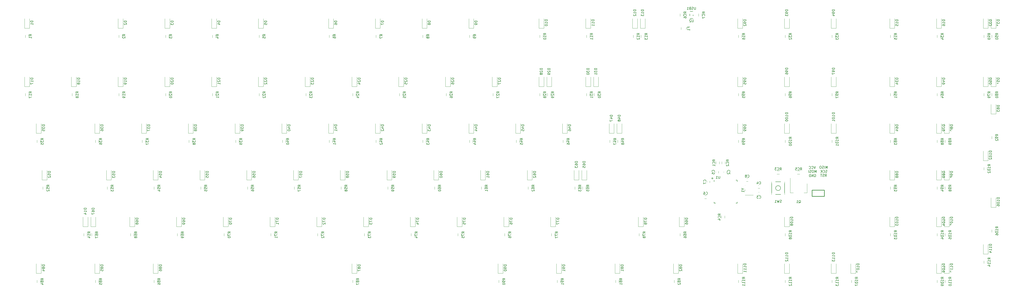
<source format=gbo>
G04 #@! TF.GenerationSoftware,KiCad,Pcbnew,(5.0.0)*
G04 #@! TF.CreationDate,2019-02-16T19:44:34-08:00*
G04 #@! TF.ProjectId,Voyager104,566F79616765723130342E6B69636164,rev?*
G04 #@! TF.SameCoordinates,Original*
G04 #@! TF.FileFunction,Legend,Bot*
G04 #@! TF.FilePolarity,Positive*
%FSLAX46Y46*%
G04 Gerber Fmt 4.6, Leading zero omitted, Abs format (unit mm)*
G04 Created by KiCad (PCBNEW (5.0.0)) date 02/16/19 19:44:34*
%MOMM*%
%LPD*%
G01*
G04 APERTURE LIST*
%ADD10C,0.200000*%
%ADD11C,0.120000*%
%ADD12C,0.150000*%
%ADD13C,0.250000*%
%ADD14C,0.300000*%
%ADD15C,0.010000*%
%ADD16R,1.600000X1.300000*%
%ADD17R,1.150000X1.200000*%
%ADD18R,1.200000X1.150000*%
%ADD19R,2.430000X1.540000*%
%ADD20C,2.150000*%
%ADD21R,2.305000X2.305000*%
%ADD22C,2.305000*%
%ADD23C,2.650000*%
%ADD24C,4.387800*%
%ADD25C,2.650000*%
%ADD26C,3.448000*%
%ADD27R,1.900000X2.400000*%
%ADD28R,4.200000X2.400000*%
%ADD29R,1.300000X0.900000*%
%ADD30R,0.900000X1.300000*%
%ADD31R,1.100000X1.000000*%
%ADD32R,1.100000X1.400000*%
%ADD33O,1.400000X2.000000*%
%ADD34O,1.400000X2.500000*%
%ADD35C,1.050000*%
%ADD36R,0.700000X1.850000*%
%ADD37R,1.000000X1.850000*%
%ADD38R,1.600000X1.800000*%
%ADD39C,2.101800*%
%ADD40C,2.100000*%
%ADD41R,2.100000X2.100000*%
%ADD42R,1.500000X2.200000*%
%ADD43R,2.237500X2.237500*%
%ADD44R,1.250000X0.700000*%
%ADD45R,0.700000X1.250000*%
G04 APERTURE END LIST*
D10*
X335026000Y-101600000D02*
G75*
G03X335026000Y-101600000I-254000J0D01*
G01*
D11*
G04 #@! TO.C,D84*
X61325000Y-140362500D02*
X59325000Y-140362500D01*
X59325000Y-140362500D02*
X59325000Y-136462500D01*
X61325000Y-140362500D02*
X61325000Y-136462500D01*
G04 #@! TO.C,C2*
X340579000Y-99410000D02*
X340579000Y-98710000D01*
X339379000Y-98710000D02*
X339379000Y-99410000D01*
G04 #@! TO.C,C3*
X354076750Y-107191250D02*
X353376750Y-107191250D01*
X353376750Y-108391250D02*
X354076750Y-108391250D01*
G04 #@! TO.C,C4*
X353376750Y-105613125D02*
X354076750Y-105613125D01*
X354076750Y-104413125D02*
X353376750Y-104413125D01*
G04 #@! TO.C,C5*
X337261125Y-99410000D02*
X337261125Y-98710000D01*
X336061125Y-98710000D02*
X336061125Y-99410000D01*
G04 #@! TO.C,C6*
X332328000Y-108620000D02*
X331628000Y-108620000D01*
X331628000Y-109820000D02*
X332328000Y-109820000D01*
G04 #@! TO.C,C7*
X332489250Y-102647000D02*
X332489250Y-103347000D01*
X333689250Y-103347000D02*
X333689250Y-102647000D01*
G04 #@! TO.C,C8*
X349314250Y-101635000D02*
X348614250Y-101635000D01*
X348614250Y-102835000D02*
X349314250Y-102835000D01*
G04 #@! TO.C,D1*
X56562500Y-40350000D02*
X54562500Y-40350000D01*
X54562500Y-40350000D02*
X54562500Y-36450000D01*
X56562500Y-40350000D02*
X56562500Y-36450000D01*
G04 #@! TO.C,D2*
X94662500Y-40350000D02*
X92662500Y-40350000D01*
X92662500Y-40350000D02*
X92662500Y-36450000D01*
X94662500Y-40350000D02*
X94662500Y-36450000D01*
G04 #@! TO.C,D3*
X113712500Y-40350000D02*
X113712500Y-36450000D01*
X111712500Y-40350000D02*
X111712500Y-36450000D01*
X113712500Y-40350000D02*
X111712500Y-40350000D01*
G04 #@! TO.C,D4*
X132762500Y-40350000D02*
X130762500Y-40350000D01*
X130762500Y-40350000D02*
X130762500Y-36450000D01*
X132762500Y-40350000D02*
X132762500Y-36450000D01*
G04 #@! TO.C,D5*
X151812500Y-40350000D02*
X151812500Y-36450000D01*
X149812500Y-40350000D02*
X149812500Y-36450000D01*
X151812500Y-40350000D02*
X149812500Y-40350000D01*
G04 #@! TO.C,D6*
X180387500Y-40350000D02*
X178387500Y-40350000D01*
X178387500Y-40350000D02*
X178387500Y-36450000D01*
X180387500Y-40350000D02*
X180387500Y-36450000D01*
G04 #@! TO.C,D7*
X199437500Y-40350000D02*
X197437500Y-40350000D01*
X197437500Y-40350000D02*
X197437500Y-36450000D01*
X199437500Y-40350000D02*
X199437500Y-36450000D01*
G04 #@! TO.C,D8*
X218487500Y-40350000D02*
X216487500Y-40350000D01*
X216487500Y-40350000D02*
X216487500Y-36450000D01*
X218487500Y-40350000D02*
X218487500Y-36450000D01*
G04 #@! TO.C,D9*
X237537500Y-40350000D02*
X235537500Y-40350000D01*
X235537500Y-40350000D02*
X235537500Y-36450000D01*
X237537500Y-40350000D02*
X237537500Y-36450000D01*
G04 #@! TO.C,D10*
X266112500Y-40350000D02*
X266112500Y-36450000D01*
X264112500Y-40350000D02*
X264112500Y-36450000D01*
X266112500Y-40350000D02*
X264112500Y-40350000D01*
G04 #@! TO.C,D11*
X285162500Y-40350000D02*
X285162500Y-36450000D01*
X283162500Y-40350000D02*
X283162500Y-36450000D01*
X285162500Y-40350000D02*
X283162500Y-40350000D01*
G04 #@! TO.C,D12*
X304212500Y-40350000D02*
X302212500Y-40350000D01*
X302212500Y-40350000D02*
X302212500Y-36450000D01*
X304212500Y-40350000D02*
X304212500Y-36450000D01*
G04 #@! TO.C,D13*
X307387500Y-40350000D02*
X305387500Y-40350000D01*
X305387500Y-40350000D02*
X305387500Y-36450000D01*
X307387500Y-40350000D02*
X307387500Y-36450000D01*
G04 #@! TO.C,D14*
X80375000Y-121312500D02*
X80375000Y-117412500D01*
X78375000Y-121312500D02*
X78375000Y-117412500D01*
X80375000Y-121312500D02*
X78375000Y-121312500D01*
G04 #@! TO.C,D17*
X56562500Y-64162500D02*
X56562500Y-60262500D01*
X54562500Y-64162500D02*
X54562500Y-60262500D01*
X56562500Y-64162500D02*
X54562500Y-64162500D01*
G04 #@! TO.C,D18*
X75612500Y-64162500D02*
X75612500Y-60262500D01*
X73612500Y-64162500D02*
X73612500Y-60262500D01*
X75612500Y-64162500D02*
X73612500Y-64162500D01*
G04 #@! TO.C,D19*
X94662500Y-64162500D02*
X94662500Y-60262500D01*
X92662500Y-64162500D02*
X92662500Y-60262500D01*
X94662500Y-64162500D02*
X92662500Y-64162500D01*
G04 #@! TO.C,D20*
X113712500Y-64162500D02*
X113712500Y-60262500D01*
X111712500Y-64162500D02*
X111712500Y-60262500D01*
X113712500Y-64162500D02*
X111712500Y-64162500D01*
G04 #@! TO.C,D21*
X132762500Y-64162500D02*
X130762500Y-64162500D01*
X130762500Y-64162500D02*
X130762500Y-60262500D01*
X132762500Y-64162500D02*
X132762500Y-60262500D01*
G04 #@! TO.C,D22*
X151812500Y-64162500D02*
X149812500Y-64162500D01*
X149812500Y-64162500D02*
X149812500Y-60262500D01*
X151812500Y-64162500D02*
X151812500Y-60262500D01*
G04 #@! TO.C,D23*
X170862500Y-64162500D02*
X170862500Y-60262500D01*
X168862500Y-64162500D02*
X168862500Y-60262500D01*
X170862500Y-64162500D02*
X168862500Y-64162500D01*
G04 #@! TO.C,D24*
X189912500Y-64162500D02*
X189912500Y-60262500D01*
X187912500Y-64162500D02*
X187912500Y-60262500D01*
X189912500Y-64162500D02*
X187912500Y-64162500D01*
G04 #@! TO.C,D25*
X208962500Y-64162500D02*
X206962500Y-64162500D01*
X206962500Y-64162500D02*
X206962500Y-60262500D01*
X208962500Y-64162500D02*
X208962500Y-60262500D01*
G04 #@! TO.C,D26*
X228012500Y-64162500D02*
X226012500Y-64162500D01*
X226012500Y-64162500D02*
X226012500Y-60262500D01*
X228012500Y-64162500D02*
X228012500Y-60262500D01*
G04 #@! TO.C,D27*
X247062500Y-64162500D02*
X245062500Y-64162500D01*
X245062500Y-64162500D02*
X245062500Y-60262500D01*
X247062500Y-64162500D02*
X247062500Y-60262500D01*
G04 #@! TO.C,D28*
X266112500Y-64162500D02*
X266112500Y-60262500D01*
X264112500Y-64162500D02*
X264112500Y-60262500D01*
X266112500Y-64162500D02*
X264112500Y-64162500D01*
G04 #@! TO.C,D29*
X269287500Y-64162500D02*
X269287500Y-60262500D01*
X267287500Y-64162500D02*
X267287500Y-60262500D01*
X269287500Y-64162500D02*
X267287500Y-64162500D01*
G04 #@! TO.C,D30*
X285162500Y-64162500D02*
X283162500Y-64162500D01*
X283162500Y-64162500D02*
X283162500Y-60262500D01*
X285162500Y-64162500D02*
X285162500Y-60262500D01*
G04 #@! TO.C,D31*
X288337500Y-64162500D02*
X288337500Y-60262500D01*
X286337500Y-64162500D02*
X286337500Y-60262500D01*
X288337500Y-64162500D02*
X286337500Y-64162500D01*
G04 #@! TO.C,D35*
X61325000Y-83212500D02*
X59325000Y-83212500D01*
X59325000Y-83212500D02*
X59325000Y-79312500D01*
X61325000Y-83212500D02*
X61325000Y-79312500D01*
G04 #@! TO.C,D36*
X85137500Y-83212500D02*
X85137500Y-79312500D01*
X83137500Y-83212500D02*
X83137500Y-79312500D01*
X85137500Y-83212500D02*
X83137500Y-83212500D01*
G04 #@! TO.C,D37*
X104187500Y-83212500D02*
X102187500Y-83212500D01*
X102187500Y-83212500D02*
X102187500Y-79312500D01*
X104187500Y-83212500D02*
X104187500Y-79312500D01*
G04 #@! TO.C,D38*
X123237500Y-83212500D02*
X123237500Y-79312500D01*
X121237500Y-83212500D02*
X121237500Y-79312500D01*
X123237500Y-83212500D02*
X121237500Y-83212500D01*
G04 #@! TO.C,D39*
X142287500Y-83212500D02*
X140287500Y-83212500D01*
X140287500Y-83212500D02*
X140287500Y-79312500D01*
X142287500Y-83212500D02*
X142287500Y-79312500D01*
G04 #@! TO.C,D40*
X161337500Y-83212500D02*
X161337500Y-79312500D01*
X159337500Y-83212500D02*
X159337500Y-79312500D01*
X161337500Y-83212500D02*
X159337500Y-83212500D01*
G04 #@! TO.C,D41*
X180387500Y-83212500D02*
X178387500Y-83212500D01*
X178387500Y-83212500D02*
X178387500Y-79312500D01*
X180387500Y-83212500D02*
X180387500Y-79312500D01*
G04 #@! TO.C,D42*
X199437500Y-83212500D02*
X197437500Y-83212500D01*
X197437500Y-83212500D02*
X197437500Y-79312500D01*
X199437500Y-83212500D02*
X199437500Y-79312500D01*
G04 #@! TO.C,D43*
X218487500Y-83212500D02*
X216487500Y-83212500D01*
X216487500Y-83212500D02*
X216487500Y-79312500D01*
X218487500Y-83212500D02*
X218487500Y-79312500D01*
G04 #@! TO.C,D44*
X237537500Y-83212500D02*
X235537500Y-83212500D01*
X235537500Y-83212500D02*
X235537500Y-79312500D01*
X237537500Y-83212500D02*
X237537500Y-79312500D01*
G04 #@! TO.C,D45*
X256587500Y-83212500D02*
X256587500Y-79312500D01*
X254587500Y-83212500D02*
X254587500Y-79312500D01*
X256587500Y-83212500D02*
X254587500Y-83212500D01*
G04 #@! TO.C,D46*
X275637500Y-83212500D02*
X275637500Y-79312500D01*
X273637500Y-83212500D02*
X273637500Y-79312500D01*
X275637500Y-83212500D02*
X273637500Y-83212500D01*
G04 #@! TO.C,D47*
X294687500Y-83212500D02*
X294687500Y-79312500D01*
X292687500Y-83212500D02*
X292687500Y-79312500D01*
X294687500Y-83212500D02*
X292687500Y-83212500D01*
G04 #@! TO.C,D48*
X297862500Y-83212500D02*
X295862500Y-83212500D01*
X295862500Y-83212500D02*
X295862500Y-79312500D01*
X297862500Y-83212500D02*
X297862500Y-79312500D01*
G04 #@! TO.C,D52*
X63706250Y-102262500D02*
X63706250Y-98362500D01*
X61706250Y-102262500D02*
X61706250Y-98362500D01*
X63706250Y-102262500D02*
X61706250Y-102262500D01*
G04 #@! TO.C,D53*
X89900000Y-102262500D02*
X89900000Y-98362500D01*
X87900000Y-102262500D02*
X87900000Y-98362500D01*
X89900000Y-102262500D02*
X87900000Y-102262500D01*
G04 #@! TO.C,D54*
X108950000Y-102262500D02*
X106950000Y-102262500D01*
X106950000Y-102262500D02*
X106950000Y-98362500D01*
X108950000Y-102262500D02*
X108950000Y-98362500D01*
G04 #@! TO.C,D55*
X128000000Y-102262500D02*
X126000000Y-102262500D01*
X126000000Y-102262500D02*
X126000000Y-98362500D01*
X128000000Y-102262500D02*
X128000000Y-98362500D01*
G04 #@! TO.C,D56*
X147050000Y-102262500D02*
X147050000Y-98362500D01*
X145050000Y-102262500D02*
X145050000Y-98362500D01*
X147050000Y-102262500D02*
X145050000Y-102262500D01*
G04 #@! TO.C,D57*
X166100000Y-102262500D02*
X166100000Y-98362500D01*
X164100000Y-102262500D02*
X164100000Y-98362500D01*
X166100000Y-102262500D02*
X164100000Y-102262500D01*
G04 #@! TO.C,D58*
X185150000Y-102262500D02*
X183150000Y-102262500D01*
X183150000Y-102262500D02*
X183150000Y-98362500D01*
X185150000Y-102262500D02*
X185150000Y-98362500D01*
G04 #@! TO.C,D59*
X204200000Y-102262500D02*
X202200000Y-102262500D01*
X202200000Y-102262500D02*
X202200000Y-98362500D01*
X204200000Y-102262500D02*
X204200000Y-98362500D01*
G04 #@! TO.C,D60*
X223250000Y-102262500D02*
X223250000Y-98362500D01*
X221250000Y-102262500D02*
X221250000Y-98362500D01*
X223250000Y-102262500D02*
X221250000Y-102262500D01*
G04 #@! TO.C,D61*
X242300000Y-102262500D02*
X242300000Y-98362500D01*
X240300000Y-102262500D02*
X240300000Y-98362500D01*
X242300000Y-102262500D02*
X240300000Y-102262500D01*
G04 #@! TO.C,D62*
X261350000Y-102262500D02*
X259350000Y-102262500D01*
X259350000Y-102262500D02*
X259350000Y-98362500D01*
X261350000Y-102262500D02*
X261350000Y-98362500D01*
G04 #@! TO.C,D63*
X280400000Y-102262500D02*
X278400000Y-102262500D01*
X278400000Y-102262500D02*
X278400000Y-98362500D01*
X280400000Y-102262500D02*
X280400000Y-98362500D01*
G04 #@! TO.C,D65*
X283575000Y-102262500D02*
X283575000Y-98362500D01*
X281575000Y-102262500D02*
X281575000Y-98362500D01*
X283575000Y-102262500D02*
X281575000Y-102262500D01*
G04 #@! TO.C,D66*
X323262500Y-121312500D02*
X321262500Y-121312500D01*
X321262500Y-121312500D02*
X321262500Y-117412500D01*
X323262500Y-121312500D02*
X323262500Y-117412500D01*
G04 #@! TO.C,D67*
X83550000Y-121312500D02*
X83550000Y-117412500D01*
X81550000Y-121312500D02*
X81550000Y-117412500D01*
X83550000Y-121312500D02*
X81550000Y-121312500D01*
G04 #@! TO.C,D68*
X99425000Y-121312500D02*
X99425000Y-117412500D01*
X97425000Y-121312500D02*
X97425000Y-117412500D01*
X99425000Y-121312500D02*
X97425000Y-121312500D01*
G04 #@! TO.C,D69*
X118475000Y-121312500D02*
X118475000Y-117412500D01*
X116475000Y-121312500D02*
X116475000Y-117412500D01*
X118475000Y-121312500D02*
X116475000Y-121312500D01*
G04 #@! TO.C,D70*
X137525000Y-121312500D02*
X135525000Y-121312500D01*
X135525000Y-121312500D02*
X135525000Y-117412500D01*
X137525000Y-121312500D02*
X137525000Y-117412500D01*
G04 #@! TO.C,D71*
X156575000Y-121312500D02*
X154575000Y-121312500D01*
X154575000Y-121312500D02*
X154575000Y-117412500D01*
X156575000Y-121312500D02*
X156575000Y-117412500D01*
G04 #@! TO.C,D72*
X175625000Y-121312500D02*
X175625000Y-117412500D01*
X173625000Y-121312500D02*
X173625000Y-117412500D01*
X175625000Y-121312500D02*
X173625000Y-121312500D01*
G04 #@! TO.C,D73*
X194675000Y-121312500D02*
X192675000Y-121312500D01*
X192675000Y-121312500D02*
X192675000Y-117412500D01*
X194675000Y-121312500D02*
X194675000Y-117412500D01*
G04 #@! TO.C,D74*
X213725000Y-121312500D02*
X213725000Y-117412500D01*
X211725000Y-121312500D02*
X211725000Y-117412500D01*
X213725000Y-121312500D02*
X211725000Y-121312500D01*
G04 #@! TO.C,D75*
X232775000Y-121312500D02*
X230775000Y-121312500D01*
X230775000Y-121312500D02*
X230775000Y-117412500D01*
X232775000Y-121312500D02*
X232775000Y-117412500D01*
G04 #@! TO.C,D76*
X251825000Y-121312500D02*
X251825000Y-117412500D01*
X249825000Y-121312500D02*
X249825000Y-117412500D01*
X251825000Y-121312500D02*
X249825000Y-121312500D01*
G04 #@! TO.C,D77*
X270875000Y-121312500D02*
X268875000Y-121312500D01*
X268875000Y-121312500D02*
X268875000Y-117412500D01*
X270875000Y-121312500D02*
X270875000Y-117412500D01*
G04 #@! TO.C,D78*
X306593750Y-121312500D02*
X306593750Y-117412500D01*
X304593750Y-121312500D02*
X304593750Y-117412500D01*
X306593750Y-121312500D02*
X304593750Y-121312500D01*
G04 #@! TO.C,D81*
X297068750Y-140362500D02*
X295068750Y-140362500D01*
X295068750Y-140362500D02*
X295068750Y-136462500D01*
X297068750Y-140362500D02*
X297068750Y-136462500D01*
G04 #@! TO.C,D82*
X320881250Y-140362500D02*
X320881250Y-136462500D01*
X318881250Y-140362500D02*
X318881250Y-136462500D01*
X320881250Y-140362500D02*
X318881250Y-140362500D01*
G04 #@! TO.C,D85*
X85137500Y-140362500D02*
X83137500Y-140362500D01*
X83137500Y-140362500D02*
X83137500Y-136462500D01*
X85137500Y-140362500D02*
X85137500Y-136462500D01*
G04 #@! TO.C,D86*
X108950000Y-140362500D02*
X106950000Y-140362500D01*
X106950000Y-140362500D02*
X106950000Y-136462500D01*
X108950000Y-140362500D02*
X108950000Y-136462500D01*
G04 #@! TO.C,D87*
X189912500Y-140362500D02*
X189912500Y-136462500D01*
X187912500Y-140362500D02*
X187912500Y-136462500D01*
X189912500Y-140362500D02*
X187912500Y-140362500D01*
G04 #@! TO.C,D90*
X249443750Y-140362500D02*
X249443750Y-136462500D01*
X247443750Y-140362500D02*
X247443750Y-136462500D01*
X249443750Y-140362500D02*
X247443750Y-140362500D01*
G04 #@! TO.C,D91*
X273256250Y-140362500D02*
X271256250Y-140362500D01*
X271256250Y-140362500D02*
X271256250Y-136462500D01*
X273256250Y-140362500D02*
X273256250Y-136462500D01*
G04 #@! TO.C,D92*
X347075000Y-40350000D02*
X347075000Y-36450000D01*
X345075000Y-40350000D02*
X345075000Y-36450000D01*
X347075000Y-40350000D02*
X345075000Y-40350000D01*
G04 #@! TO.C,D93*
X366125000Y-40350000D02*
X366125000Y-36450000D01*
X364125000Y-40350000D02*
X364125000Y-36450000D01*
X366125000Y-40350000D02*
X364125000Y-40350000D01*
G04 #@! TO.C,D94*
X385175000Y-40350000D02*
X385175000Y-36450000D01*
X383175000Y-40350000D02*
X383175000Y-36450000D01*
X385175000Y-40350000D02*
X383175000Y-40350000D01*
G04 #@! TO.C,D95*
X347075000Y-64162500D02*
X345075000Y-64162500D01*
X345075000Y-64162500D02*
X345075000Y-60262500D01*
X347075000Y-64162500D02*
X347075000Y-60262500D01*
G04 #@! TO.C,D96*
X366125000Y-64162500D02*
X366125000Y-60262500D01*
X364125000Y-64162500D02*
X364125000Y-60262500D01*
X366125000Y-64162500D02*
X364125000Y-64162500D01*
G04 #@! TO.C,D97*
X385175000Y-64162500D02*
X383175000Y-64162500D01*
X383175000Y-64162500D02*
X383175000Y-60262500D01*
X385175000Y-64162500D02*
X385175000Y-60262500D01*
G04 #@! TO.C,D99*
X347075000Y-83212500D02*
X347075000Y-79312500D01*
X345075000Y-83212500D02*
X345075000Y-79312500D01*
X347075000Y-83212500D02*
X345075000Y-83212500D01*
G04 #@! TO.C,D100*
X366125000Y-83212500D02*
X364125000Y-83212500D01*
X364125000Y-83212500D02*
X364125000Y-79312500D01*
X366125000Y-83212500D02*
X366125000Y-79312500D01*
G04 #@! TO.C,D101*
X385175000Y-83212500D02*
X385175000Y-79312500D01*
X383175000Y-83212500D02*
X383175000Y-79312500D01*
X385175000Y-83212500D02*
X383175000Y-83212500D01*
G04 #@! TO.C,D108*
X366125000Y-121312500D02*
X364125000Y-121312500D01*
X364125000Y-121312500D02*
X364125000Y-117412500D01*
X366125000Y-121312500D02*
X366125000Y-117412500D01*
G04 #@! TO.C,D111*
X347075000Y-140362500D02*
X345075000Y-140362500D01*
X345075000Y-140362500D02*
X345075000Y-136462500D01*
X347075000Y-140362500D02*
X347075000Y-136462500D01*
G04 #@! TO.C,D112*
X366125000Y-140362500D02*
X364125000Y-140362500D01*
X364125000Y-140362500D02*
X364125000Y-136462500D01*
X366125000Y-140362500D02*
X366125000Y-136462500D01*
G04 #@! TO.C,D113*
X385175000Y-140362500D02*
X385175000Y-136462500D01*
X383175000Y-140362500D02*
X383175000Y-136462500D01*
X385175000Y-140362500D02*
X383175000Y-140362500D01*
G04 #@! TO.C,F1*
X324126250Y-41481250D02*
X324126250Y-39481250D01*
X321986250Y-39481250D02*
X321986250Y-41481250D01*
G04 #@! TO.C,Q1*
X366477500Y-101468750D02*
X366477500Y-107478750D01*
X373297500Y-103718750D02*
X373297500Y-107478750D01*
X366477500Y-107478750D02*
X367737500Y-107478750D01*
X373297500Y-107478750D02*
X372037500Y-107478750D01*
G04 #@! TO.C,R1*
X56242500Y-44156250D02*
X56242500Y-43156250D01*
X54882500Y-43156250D02*
X54882500Y-44156250D01*
G04 #@! TO.C,R2*
X92982500Y-43156250D02*
X92982500Y-44156250D01*
X94342500Y-44156250D02*
X94342500Y-43156250D01*
G04 #@! TO.C,R3*
X112032500Y-43156250D02*
X112032500Y-44156250D01*
X113392500Y-44156250D02*
X113392500Y-43156250D01*
G04 #@! TO.C,R4*
X132442500Y-44156250D02*
X132442500Y-43156250D01*
X131082500Y-43156250D02*
X131082500Y-44156250D01*
G04 #@! TO.C,R5*
X150132500Y-43156250D02*
X150132500Y-44156250D01*
X151492500Y-44156250D02*
X151492500Y-43156250D01*
G04 #@! TO.C,R6*
X178707500Y-43156250D02*
X178707500Y-44156250D01*
X180067500Y-44156250D02*
X180067500Y-43156250D01*
G04 #@! TO.C,R7*
X197757500Y-43156250D02*
X197757500Y-44156250D01*
X199117500Y-44156250D02*
X199117500Y-43156250D01*
G04 #@! TO.C,R8*
X218167500Y-44156250D02*
X218167500Y-43156250D01*
X216807500Y-43156250D02*
X216807500Y-44156250D01*
G04 #@! TO.C,R9*
X237217500Y-44156250D02*
X237217500Y-43156250D01*
X235857500Y-43156250D02*
X235857500Y-44156250D01*
G04 #@! TO.C,R10*
X265792500Y-44156250D02*
X265792500Y-43156250D01*
X264432500Y-43156250D02*
X264432500Y-44156250D01*
G04 #@! TO.C,R11*
X284842500Y-44156250D02*
X284842500Y-43156250D01*
X283482500Y-43156250D02*
X283482500Y-44156250D01*
G04 #@! TO.C,R12*
X303892500Y-44156250D02*
X303892500Y-43156250D01*
X302532500Y-43156250D02*
X302532500Y-44156250D01*
G04 #@! TO.C,R13*
X307067500Y-44156250D02*
X307067500Y-43156250D01*
X305707500Y-43156250D02*
X305707500Y-44156250D01*
G04 #@! TO.C,R14*
X78695000Y-124118750D02*
X78695000Y-125118750D01*
X80055000Y-125118750D02*
X80055000Y-124118750D01*
G04 #@! TO.C,R16*
X345395000Y-43156250D02*
X345395000Y-44156250D01*
X346755000Y-44156250D02*
X346755000Y-43156250D01*
G04 #@! TO.C,R17*
X54882500Y-66968750D02*
X54882500Y-67968750D01*
X56242500Y-67968750D02*
X56242500Y-66968750D01*
G04 #@! TO.C,R18*
X75292500Y-67968750D02*
X75292500Y-66968750D01*
X73932500Y-66968750D02*
X73932500Y-67968750D01*
G04 #@! TO.C,R19*
X94342500Y-67968750D02*
X94342500Y-66968750D01*
X92982500Y-66968750D02*
X92982500Y-67968750D01*
G04 #@! TO.C,R20*
X112032500Y-66968750D02*
X112032500Y-67968750D01*
X113392500Y-67968750D02*
X113392500Y-66968750D01*
G04 #@! TO.C,R21*
X132442500Y-67968750D02*
X132442500Y-66968750D01*
X131082500Y-66968750D02*
X131082500Y-67968750D01*
G04 #@! TO.C,R22*
X151492500Y-67968750D02*
X151492500Y-66968750D01*
X150132500Y-66968750D02*
X150132500Y-67968750D01*
G04 #@! TO.C,R23*
X169182500Y-66968750D02*
X169182500Y-67968750D01*
X170542500Y-67968750D02*
X170542500Y-66968750D01*
G04 #@! TO.C,R24*
X188232500Y-66968750D02*
X188232500Y-67968750D01*
X189592500Y-67968750D02*
X189592500Y-66968750D01*
G04 #@! TO.C,R25*
X208642500Y-67968750D02*
X208642500Y-66968750D01*
X207282500Y-66968750D02*
X207282500Y-67968750D01*
G04 #@! TO.C,R26*
X227692500Y-67968750D02*
X227692500Y-66968750D01*
X226332500Y-66968750D02*
X226332500Y-67968750D01*
G04 #@! TO.C,R27*
X245382500Y-66968750D02*
X245382500Y-67968750D01*
X246742500Y-67968750D02*
X246742500Y-66968750D01*
G04 #@! TO.C,R28*
X264432500Y-66968750D02*
X264432500Y-67968750D01*
X265792500Y-67968750D02*
X265792500Y-66968750D01*
G04 #@! TO.C,R29*
X267607500Y-66968750D02*
X267607500Y-67968750D01*
X268967500Y-67968750D02*
X268967500Y-66968750D01*
G04 #@! TO.C,R30*
X288017500Y-67968750D02*
X288017500Y-66968750D01*
X286657500Y-66968750D02*
X286657500Y-67968750D01*
G04 #@! TO.C,R31*
X283482500Y-66968750D02*
X283482500Y-67968750D01*
X284842500Y-67968750D02*
X284842500Y-66968750D01*
G04 #@! TO.C,R32*
X365805000Y-44156250D02*
X365805000Y-43156250D01*
X364445000Y-43156250D02*
X364445000Y-44156250D01*
G04 #@! TO.C,R33*
X384855000Y-44156250D02*
X384855000Y-43156250D01*
X383495000Y-43156250D02*
X383495000Y-44156250D01*
G04 #@! TO.C,R35*
X61005000Y-87018750D02*
X61005000Y-86018750D01*
X59645000Y-86018750D02*
X59645000Y-87018750D01*
G04 #@! TO.C,R36*
X83457500Y-86018750D02*
X83457500Y-87018750D01*
X84817500Y-87018750D02*
X84817500Y-86018750D01*
G04 #@! TO.C,R37*
X103867500Y-87018750D02*
X103867500Y-86018750D01*
X102507500Y-86018750D02*
X102507500Y-87018750D01*
G04 #@! TO.C,R38*
X122917500Y-87018750D02*
X122917500Y-86018750D01*
X121557500Y-86018750D02*
X121557500Y-87018750D01*
G04 #@! TO.C,R39*
X140607500Y-86018750D02*
X140607500Y-87018750D01*
X141967500Y-87018750D02*
X141967500Y-86018750D01*
G04 #@! TO.C,R40*
X161017500Y-87018750D02*
X161017500Y-86018750D01*
X159657500Y-86018750D02*
X159657500Y-87018750D01*
G04 #@! TO.C,R41*
X178707500Y-86018750D02*
X178707500Y-87018750D01*
X180067500Y-87018750D02*
X180067500Y-86018750D01*
G04 #@! TO.C,R42*
X197757500Y-86018750D02*
X197757500Y-87018750D01*
X199117500Y-87018750D02*
X199117500Y-86018750D01*
G04 #@! TO.C,R43*
X216807500Y-86018750D02*
X216807500Y-87018750D01*
X218167500Y-87018750D02*
X218167500Y-86018750D01*
G04 #@! TO.C,R44*
X235857500Y-86018750D02*
X235857500Y-87018750D01*
X237217500Y-87018750D02*
X237217500Y-86018750D01*
G04 #@! TO.C,R45*
X254907500Y-86018750D02*
X254907500Y-87018750D01*
X256267500Y-87018750D02*
X256267500Y-86018750D01*
G04 #@! TO.C,R46*
X275317500Y-87018750D02*
X275317500Y-86018750D01*
X273957500Y-86018750D02*
X273957500Y-87018750D01*
G04 #@! TO.C,R47*
X294367500Y-87018750D02*
X294367500Y-86018750D01*
X293007500Y-86018750D02*
X293007500Y-87018750D01*
G04 #@! TO.C,R48*
X296182500Y-86018750D02*
X296182500Y-87018750D01*
X297542500Y-87018750D02*
X297542500Y-86018750D01*
G04 #@! TO.C,R52*
X62026250Y-105068750D02*
X62026250Y-106068750D01*
X63386250Y-106068750D02*
X63386250Y-105068750D01*
G04 #@! TO.C,R53*
X89580000Y-106068750D02*
X89580000Y-105068750D01*
X88220000Y-105068750D02*
X88220000Y-106068750D01*
G04 #@! TO.C,R54*
X108630000Y-106068750D02*
X108630000Y-105068750D01*
X107270000Y-105068750D02*
X107270000Y-106068750D01*
G04 #@! TO.C,R55*
X126320000Y-105068750D02*
X126320000Y-106068750D01*
X127680000Y-106068750D02*
X127680000Y-105068750D01*
G04 #@! TO.C,R56*
X145370000Y-105068750D02*
X145370000Y-106068750D01*
X146730000Y-106068750D02*
X146730000Y-105068750D01*
G04 #@! TO.C,R57*
X165780000Y-106068750D02*
X165780000Y-105068750D01*
X164420000Y-105068750D02*
X164420000Y-106068750D01*
G04 #@! TO.C,R58*
X184830000Y-106068750D02*
X184830000Y-105068750D01*
X183470000Y-105068750D02*
X183470000Y-106068750D01*
G04 #@! TO.C,R59*
X202520000Y-105068750D02*
X202520000Y-106068750D01*
X203880000Y-106068750D02*
X203880000Y-105068750D01*
G04 #@! TO.C,R60*
X221570000Y-105068750D02*
X221570000Y-106068750D01*
X222930000Y-106068750D02*
X222930000Y-105068750D01*
G04 #@! TO.C,R61*
X241980000Y-106068750D02*
X241980000Y-105068750D01*
X240620000Y-105068750D02*
X240620000Y-106068750D01*
G04 #@! TO.C,R62*
X261030000Y-106068750D02*
X261030000Y-105068750D01*
X259670000Y-105068750D02*
X259670000Y-106068750D01*
G04 #@! TO.C,R63*
X278720000Y-105068750D02*
X278720000Y-106068750D01*
X280080000Y-106068750D02*
X280080000Y-105068750D01*
G04 #@! TO.C,R65*
X281895000Y-105068750D02*
X281895000Y-106068750D01*
X283255000Y-106068750D02*
X283255000Y-105068750D01*
G04 #@! TO.C,R66*
X322942500Y-125118750D02*
X322942500Y-124118750D01*
X321582500Y-124118750D02*
X321582500Y-125118750D01*
G04 #@! TO.C,R67*
X81870000Y-124118750D02*
X81870000Y-125118750D01*
X83230000Y-125118750D02*
X83230000Y-124118750D01*
G04 #@! TO.C,R68*
X99105000Y-125118750D02*
X99105000Y-124118750D01*
X97745000Y-124118750D02*
X97745000Y-125118750D01*
G04 #@! TO.C,R69*
X118155000Y-125118750D02*
X118155000Y-124118750D01*
X116795000Y-124118750D02*
X116795000Y-125118750D01*
G04 #@! TO.C,R70*
X137205000Y-125118750D02*
X137205000Y-124118750D01*
X135845000Y-124118750D02*
X135845000Y-125118750D01*
G04 #@! TO.C,R71*
X154895000Y-124118750D02*
X154895000Y-125118750D01*
X156255000Y-125118750D02*
X156255000Y-124118750D01*
G04 #@! TO.C,R72*
X175305000Y-125118750D02*
X175305000Y-124118750D01*
X173945000Y-124118750D02*
X173945000Y-125118750D01*
G04 #@! TO.C,R73*
X192995000Y-124118750D02*
X192995000Y-125118750D01*
X194355000Y-125118750D02*
X194355000Y-124118750D01*
G04 #@! TO.C,R74*
X213405000Y-125118750D02*
X213405000Y-124118750D01*
X212045000Y-124118750D02*
X212045000Y-125118750D01*
G04 #@! TO.C,R75*
X231095000Y-124118750D02*
X231095000Y-125118750D01*
X232455000Y-125118750D02*
X232455000Y-124118750D01*
G04 #@! TO.C,R76*
X251505000Y-125118750D02*
X251505000Y-124118750D01*
X250145000Y-124118750D02*
X250145000Y-125118750D01*
G04 #@! TO.C,R77*
X269195000Y-124118750D02*
X269195000Y-125118750D01*
X270555000Y-125118750D02*
X270555000Y-124118750D01*
G04 #@! TO.C,R78*
X306273750Y-125118750D02*
X306273750Y-124118750D01*
X304913750Y-124118750D02*
X304913750Y-125118750D01*
G04 #@! TO.C,R81*
X296748750Y-144168750D02*
X296748750Y-143168750D01*
X295388750Y-143168750D02*
X295388750Y-144168750D01*
G04 #@! TO.C,R82*
X319201250Y-143168750D02*
X319201250Y-144168750D01*
X320561250Y-144168750D02*
X320561250Y-143168750D01*
G04 #@! TO.C,R84*
X61005000Y-144168750D02*
X61005000Y-143168750D01*
X59645000Y-143168750D02*
X59645000Y-144168750D01*
G04 #@! TO.C,R85*
X83457500Y-143168750D02*
X83457500Y-144168750D01*
X84817500Y-144168750D02*
X84817500Y-143168750D01*
G04 #@! TO.C,R86*
X107270000Y-143168750D02*
X107270000Y-144168750D01*
X108630000Y-144168750D02*
X108630000Y-143168750D01*
G04 #@! TO.C,R87*
X189592500Y-144168750D02*
X189592500Y-143168750D01*
X188232500Y-143168750D02*
X188232500Y-144168750D01*
G04 #@! TO.C,R90*
X249123750Y-144168750D02*
X249123750Y-143168750D01*
X247763750Y-143168750D02*
X247763750Y-144168750D01*
G04 #@! TO.C,R91*
X272936250Y-144168750D02*
X272936250Y-143168750D01*
X271576250Y-143168750D02*
X271576250Y-144168750D01*
G04 #@! TO.C,R95*
X345395000Y-66968750D02*
X345395000Y-67968750D01*
X346755000Y-67968750D02*
X346755000Y-66968750D01*
G04 #@! TO.C,R96*
X365805000Y-67968750D02*
X365805000Y-66968750D01*
X364445000Y-66968750D02*
X364445000Y-67968750D01*
G04 #@! TO.C,R97*
X383495000Y-66968750D02*
X383495000Y-67968750D01*
X384855000Y-67968750D02*
X384855000Y-66968750D01*
G04 #@! TO.C,R99*
X345395000Y-86018750D02*
X345395000Y-87018750D01*
X346755000Y-87018750D02*
X346755000Y-86018750D01*
G04 #@! TO.C,R100*
X364445000Y-86018750D02*
X364445000Y-87018750D01*
X365805000Y-87018750D02*
X365805000Y-86018750D01*
G04 #@! TO.C,R101*
X383495000Y-86018750D02*
X383495000Y-87018750D01*
X384855000Y-87018750D02*
X384855000Y-86018750D01*
G04 #@! TO.C,R108*
X365805000Y-125118750D02*
X365805000Y-124118750D01*
X364445000Y-124118750D02*
X364445000Y-125118750D01*
G04 #@! TO.C,R111*
X345395000Y-143168750D02*
X345395000Y-144168750D01*
X346755000Y-144168750D02*
X346755000Y-143168750D01*
G04 #@! TO.C,R112*
X365805000Y-144168750D02*
X365805000Y-143168750D01*
X364445000Y-143168750D02*
X364445000Y-144168750D01*
G04 #@! TO.C,R113*
X383495000Y-143168750D02*
X383495000Y-144168750D01*
X384855000Y-144168750D02*
X384855000Y-143168750D01*
G04 #@! TO.C,RC1*
X337626875Y-95750000D02*
X337626875Y-94750000D01*
X336266875Y-94750000D02*
X336266875Y-95750000D01*
G04 #@! TO.C,RC2*
X338648125Y-94750000D02*
X338648125Y-95750000D01*
X340008125Y-95750000D02*
X340008125Y-94750000D01*
G04 #@! TO.C,RC3*
X362053125Y-98538750D02*
X361053125Y-98538750D01*
X361053125Y-99898750D02*
X362053125Y-99898750D01*
G04 #@! TO.C,RC4*
X338410000Y-116848000D02*
X338410000Y-117848000D01*
X339770000Y-117848000D02*
X339770000Y-116848000D01*
G04 #@! TO.C,RC5*
X369387500Y-99898750D02*
X370387500Y-99898750D01*
X370387500Y-98538750D02*
X369387500Y-98538750D01*
G04 #@! TO.C,RC6*
X321582500Y-34425000D02*
X321582500Y-35425000D01*
X322942500Y-35425000D02*
X322942500Y-34425000D01*
G04 #@! TO.C,RC7*
X329123125Y-34425000D02*
X329123125Y-35425000D01*
X330483125Y-35425000D02*
X330483125Y-34425000D01*
D12*
G04 #@! TO.C,U2*
X326913000Y-36375000D02*
X325613000Y-36375000D01*
X326913000Y-33475000D02*
X326913000Y-36375000D01*
X325613000Y-33475000D02*
X326913000Y-33475000D01*
X325613000Y-33475000D02*
X325613000Y-36375000D01*
D11*
G04 #@! TO.C,Y1*
X348092125Y-108441875D02*
X348092125Y-104441875D01*
X351392125Y-108441875D02*
X348092125Y-108441875D01*
D13*
G04 #@! TO.C,J1*
X380325000Y-108921875D02*
X380325000Y-106421875D01*
X375325000Y-108921875D02*
X380325000Y-108921875D01*
X375325000Y-106421875D02*
X375325000Y-108921875D01*
X380325000Y-106421875D02*
X375325000Y-106421875D01*
D12*
G04 #@! TO.C,SW1*
X362553125Y-105568750D02*
G75*
G03X362553125Y-105568750I-1000000J0D01*
G01*
X364153125Y-102968750D02*
X358953125Y-102968750D01*
X364153125Y-108168750D02*
X364153125Y-102968750D01*
X358953125Y-108168750D02*
X364153125Y-108168750D01*
X358953125Y-102968750D02*
X358953125Y-108168750D01*
G04 #@! TO.C,U1*
X335517125Y-111745125D02*
X335517125Y-111170125D01*
X344917125Y-111745125D02*
X344917125Y-111170125D01*
X344917125Y-102345125D02*
X344917125Y-102920125D01*
X335517125Y-102345125D02*
X335517125Y-102920125D01*
X344917125Y-111745125D02*
X344342125Y-111745125D01*
X344917125Y-102345125D02*
X344342125Y-102345125D01*
X335517125Y-111745125D02*
X336092125Y-111745125D01*
D11*
G04 #@! TO.C,D15*
X408987500Y-40350000D02*
X408987500Y-36450000D01*
X406987500Y-40350000D02*
X406987500Y-36450000D01*
X408987500Y-40350000D02*
X406987500Y-40350000D01*
G04 #@! TO.C,D16*
X428037500Y-40350000D02*
X426037500Y-40350000D01*
X426037500Y-40350000D02*
X426037500Y-36450000D01*
X428037500Y-40350000D02*
X428037500Y-36450000D01*
G04 #@! TO.C,D32*
X447087500Y-40350000D02*
X447087500Y-36450000D01*
X445087500Y-40350000D02*
X445087500Y-36450000D01*
X447087500Y-40350000D02*
X445087500Y-40350000D01*
G04 #@! TO.C,D33*
X450262500Y-40350000D02*
X448262500Y-40350000D01*
X448262500Y-40350000D02*
X448262500Y-36450000D01*
X450262500Y-40350000D02*
X450262500Y-36450000D01*
G04 #@! TO.C,D34*
X408987500Y-64162500D02*
X406987500Y-64162500D01*
X406987500Y-64162500D02*
X406987500Y-60262500D01*
X408987500Y-64162500D02*
X408987500Y-60262500D01*
G04 #@! TO.C,D49*
X428037500Y-64162500D02*
X426037500Y-64162500D01*
X426037500Y-64162500D02*
X426037500Y-60262500D01*
X428037500Y-64162500D02*
X428037500Y-60262500D01*
G04 #@! TO.C,D50*
X447087500Y-64162500D02*
X445087500Y-64162500D01*
X445087500Y-64162500D02*
X445087500Y-60262500D01*
X447087500Y-64162500D02*
X447087500Y-60262500D01*
G04 #@! TO.C,D51*
X450262500Y-64162500D02*
X450262500Y-60262500D01*
X448262500Y-64162500D02*
X448262500Y-60262500D01*
X450262500Y-64162500D02*
X448262500Y-64162500D01*
G04 #@! TO.C,D64*
X408987500Y-83212500D02*
X406987500Y-83212500D01*
X406987500Y-83212500D02*
X406987500Y-79312500D01*
X408987500Y-83212500D02*
X408987500Y-79312500D01*
G04 #@! TO.C,D79*
X428037500Y-83212500D02*
X428037500Y-79312500D01*
X426037500Y-83212500D02*
X426037500Y-79312500D01*
X428037500Y-83212500D02*
X426037500Y-83212500D01*
G04 #@! TO.C,D80*
X431212500Y-83212500D02*
X429212500Y-83212500D01*
X429212500Y-83212500D02*
X429212500Y-79312500D01*
X431212500Y-83212500D02*
X431212500Y-79312500D01*
G04 #@! TO.C,D83*
X450262500Y-75275000D02*
X448262500Y-75275000D01*
X448262500Y-75275000D02*
X448262500Y-71375000D01*
X450262500Y-75275000D02*
X450262500Y-71375000D01*
G04 #@! TO.C,D88*
X408987500Y-102262500D02*
X408987500Y-98362500D01*
X406987500Y-102262500D02*
X406987500Y-98362500D01*
X408987500Y-102262500D02*
X406987500Y-102262500D01*
G04 #@! TO.C,D89*
X428037500Y-102262500D02*
X426037500Y-102262500D01*
X426037500Y-102262500D02*
X426037500Y-98362500D01*
X428037500Y-102262500D02*
X428037500Y-98362500D01*
G04 #@! TO.C,D98*
X431212500Y-102262500D02*
X431212500Y-98362500D01*
X429212500Y-102262500D02*
X429212500Y-98362500D01*
X431212500Y-102262500D02*
X429212500Y-102262500D01*
G04 #@! TO.C,D102*
X447087500Y-94325000D02*
X447087500Y-90425000D01*
X445087500Y-94325000D02*
X445087500Y-90425000D01*
X447087500Y-94325000D02*
X445087500Y-94325000D01*
G04 #@! TO.C,D103*
X408987500Y-121312500D02*
X408987500Y-117412500D01*
X406987500Y-121312500D02*
X406987500Y-117412500D01*
X408987500Y-121312500D02*
X406987500Y-121312500D01*
G04 #@! TO.C,D104*
X428037500Y-121312500D02*
X428037500Y-117412500D01*
X426037500Y-121312500D02*
X426037500Y-117412500D01*
X428037500Y-121312500D02*
X426037500Y-121312500D01*
G04 #@! TO.C,D105*
X431212500Y-121312500D02*
X429212500Y-121312500D01*
X429212500Y-121312500D02*
X429212500Y-117412500D01*
X431212500Y-121312500D02*
X431212500Y-117412500D01*
G04 #@! TO.C,D106*
X450262500Y-113375000D02*
X448262500Y-113375000D01*
X448262500Y-113375000D02*
X448262500Y-109475000D01*
X450262500Y-113375000D02*
X450262500Y-109475000D01*
G04 #@! TO.C,D107*
X393112500Y-140362500D02*
X391112500Y-140362500D01*
X391112500Y-140362500D02*
X391112500Y-136462500D01*
X393112500Y-140362500D02*
X393112500Y-136462500D01*
G04 #@! TO.C,D109*
X428037500Y-140362500D02*
X428037500Y-136462500D01*
X426037500Y-140362500D02*
X426037500Y-136462500D01*
X428037500Y-140362500D02*
X426037500Y-140362500D01*
G04 #@! TO.C,D110*
X431212500Y-140362500D02*
X431212500Y-136462500D01*
X429212500Y-140362500D02*
X429212500Y-136462500D01*
X431212500Y-140362500D02*
X429212500Y-140362500D01*
G04 #@! TO.C,D114*
X447087500Y-132425000D02*
X447087500Y-128525000D01*
X445087500Y-132425000D02*
X445087500Y-128525000D01*
X447087500Y-132425000D02*
X445087500Y-132425000D01*
G04 #@! TO.C,R15*
X407307500Y-43156250D02*
X407307500Y-44156250D01*
X408667500Y-44156250D02*
X408667500Y-43156250D01*
G04 #@! TO.C,R34*
X426357500Y-43156250D02*
X426357500Y-44156250D01*
X427717500Y-44156250D02*
X427717500Y-43156250D01*
G04 #@! TO.C,R49*
X446767500Y-44156250D02*
X446767500Y-43156250D01*
X445407500Y-43156250D02*
X445407500Y-44156250D01*
G04 #@! TO.C,R50*
X449942500Y-44156250D02*
X449942500Y-43156250D01*
X448582500Y-43156250D02*
X448582500Y-44156250D01*
G04 #@! TO.C,R51*
X408667500Y-67968750D02*
X408667500Y-66968750D01*
X407307500Y-66968750D02*
X407307500Y-67968750D01*
G04 #@! TO.C,R64*
X426357500Y-66968750D02*
X426357500Y-67968750D01*
X427717500Y-67968750D02*
X427717500Y-66968750D01*
G04 #@! TO.C,R79*
X446767500Y-67968750D02*
X446767500Y-66968750D01*
X445407500Y-66968750D02*
X445407500Y-67968750D01*
G04 #@! TO.C,R80*
X448582500Y-66968750D02*
X448582500Y-67968750D01*
X449942500Y-67968750D02*
X449942500Y-66968750D01*
G04 #@! TO.C,R83*
X408667500Y-87018750D02*
X408667500Y-86018750D01*
X407307500Y-86018750D02*
X407307500Y-87018750D01*
G04 #@! TO.C,R88*
X427717500Y-87018750D02*
X427717500Y-86018750D01*
X426357500Y-86018750D02*
X426357500Y-87018750D01*
G04 #@! TO.C,R89*
X429532500Y-86018750D02*
X429532500Y-87018750D01*
X430892500Y-87018750D02*
X430892500Y-86018750D01*
G04 #@! TO.C,R92*
X448582500Y-84431250D02*
X448582500Y-85431250D01*
X449942500Y-85431250D02*
X449942500Y-84431250D01*
G04 #@! TO.C,R93*
X408667500Y-106068750D02*
X408667500Y-105068750D01*
X407307500Y-105068750D02*
X407307500Y-106068750D01*
G04 #@! TO.C,R94*
X426357500Y-105068750D02*
X426357500Y-106068750D01*
X427717500Y-106068750D02*
X427717500Y-105068750D01*
G04 #@! TO.C,R98*
X430892500Y-106068750D02*
X430892500Y-105068750D01*
X429532500Y-105068750D02*
X429532500Y-106068750D01*
G04 #@! TO.C,R102*
X446767500Y-98131250D02*
X446767500Y-97131250D01*
X445407500Y-97131250D02*
X445407500Y-98131250D01*
G04 #@! TO.C,R103*
X407307500Y-124118750D02*
X407307500Y-125118750D01*
X408667500Y-125118750D02*
X408667500Y-124118750D01*
G04 #@! TO.C,R104*
X426357500Y-124118750D02*
X426357500Y-125118750D01*
X427717500Y-125118750D02*
X427717500Y-124118750D01*
G04 #@! TO.C,R105*
X429532500Y-124118750D02*
X429532500Y-125118750D01*
X430892500Y-125118750D02*
X430892500Y-124118750D01*
G04 #@! TO.C,R106*
X448582500Y-122531250D02*
X448582500Y-123531250D01*
X449942500Y-123531250D02*
X449942500Y-122531250D01*
G04 #@! TO.C,R107*
X392792500Y-144168750D02*
X392792500Y-143168750D01*
X391432500Y-143168750D02*
X391432500Y-144168750D01*
G04 #@! TO.C,R109*
X426357500Y-143168750D02*
X426357500Y-144168750D01*
X427717500Y-144168750D02*
X427717500Y-143168750D01*
G04 #@! TO.C,R110*
X430892500Y-144168750D02*
X430892500Y-143168750D01*
X429532500Y-143168750D02*
X429532500Y-144168750D01*
G04 #@! TO.C,R114*
X446767500Y-136231250D02*
X446767500Y-135231250D01*
X445407500Y-135231250D02*
X445407500Y-136231250D01*
G04 #@! TO.C,D84*
D12*
X62777380Y-136898214D02*
X61777380Y-136898214D01*
X61777380Y-137136309D01*
X61825000Y-137279166D01*
X61920238Y-137374404D01*
X62015476Y-137422023D01*
X62205952Y-137469642D01*
X62348809Y-137469642D01*
X62539285Y-137422023D01*
X62634523Y-137374404D01*
X62729761Y-137279166D01*
X62777380Y-137136309D01*
X62777380Y-136898214D01*
X62205952Y-138041071D02*
X62158333Y-137945833D01*
X62110714Y-137898214D01*
X62015476Y-137850595D01*
X61967857Y-137850595D01*
X61872619Y-137898214D01*
X61825000Y-137945833D01*
X61777380Y-138041071D01*
X61777380Y-138231547D01*
X61825000Y-138326785D01*
X61872619Y-138374404D01*
X61967857Y-138422023D01*
X62015476Y-138422023D01*
X62110714Y-138374404D01*
X62158333Y-138326785D01*
X62205952Y-138231547D01*
X62205952Y-138041071D01*
X62253571Y-137945833D01*
X62301190Y-137898214D01*
X62396428Y-137850595D01*
X62586904Y-137850595D01*
X62682142Y-137898214D01*
X62729761Y-137945833D01*
X62777380Y-138041071D01*
X62777380Y-138231547D01*
X62729761Y-138326785D01*
X62682142Y-138374404D01*
X62586904Y-138422023D01*
X62396428Y-138422023D01*
X62301190Y-138374404D01*
X62253571Y-138326785D01*
X62205952Y-138231547D01*
X62110714Y-139279166D02*
X62777380Y-139279166D01*
X61729761Y-139041071D02*
X62444047Y-138802976D01*
X62444047Y-139422023D01*
G04 #@! TO.C,C2*
X341836142Y-98893333D02*
X341883761Y-98845714D01*
X341931380Y-98702857D01*
X341931380Y-98607619D01*
X341883761Y-98464761D01*
X341788523Y-98369523D01*
X341693285Y-98321904D01*
X341502809Y-98274285D01*
X341359952Y-98274285D01*
X341169476Y-98321904D01*
X341074238Y-98369523D01*
X340979000Y-98464761D01*
X340931380Y-98607619D01*
X340931380Y-98702857D01*
X340979000Y-98845714D01*
X341026619Y-98893333D01*
X341026619Y-99274285D02*
X340979000Y-99321904D01*
X340931380Y-99417142D01*
X340931380Y-99655238D01*
X340979000Y-99750476D01*
X341026619Y-99798095D01*
X341121857Y-99845714D01*
X341217095Y-99845714D01*
X341359952Y-99798095D01*
X341931380Y-99226666D01*
X341931380Y-99845714D01*
G04 #@! TO.C,C3*
X353893416Y-109648392D02*
X353941035Y-109696011D01*
X354083892Y-109743630D01*
X354179130Y-109743630D01*
X354321988Y-109696011D01*
X354417226Y-109600773D01*
X354464845Y-109505535D01*
X354512464Y-109315059D01*
X354512464Y-109172202D01*
X354464845Y-108981726D01*
X354417226Y-108886488D01*
X354321988Y-108791250D01*
X354179130Y-108743630D01*
X354083892Y-108743630D01*
X353941035Y-108791250D01*
X353893416Y-108838869D01*
X353560083Y-108743630D02*
X352941035Y-108743630D01*
X353274369Y-109124583D01*
X353131511Y-109124583D01*
X353036273Y-109172202D01*
X352988654Y-109219821D01*
X352941035Y-109315059D01*
X352941035Y-109553154D01*
X352988654Y-109648392D01*
X353036273Y-109696011D01*
X353131511Y-109743630D01*
X353417226Y-109743630D01*
X353512464Y-109696011D01*
X353560083Y-109648392D01*
G04 #@! TO.C,C4*
X353861666Y-103862142D02*
X353909285Y-103909761D01*
X354052142Y-103957380D01*
X354147380Y-103957380D01*
X354290238Y-103909761D01*
X354385476Y-103814523D01*
X354433095Y-103719285D01*
X354480714Y-103528809D01*
X354480714Y-103385952D01*
X354433095Y-103195476D01*
X354385476Y-103100238D01*
X354290238Y-103005000D01*
X354147380Y-102957380D01*
X354052142Y-102957380D01*
X353909285Y-103005000D01*
X353861666Y-103052619D01*
X353004523Y-103290714D02*
X353004523Y-103957380D01*
X353242619Y-102909761D02*
X353480714Y-103624047D01*
X352861666Y-103624047D01*
G04 #@! TO.C,C5*
X335518267Y-98893333D02*
X335565886Y-98845714D01*
X335613505Y-98702857D01*
X335613505Y-98607619D01*
X335565886Y-98464761D01*
X335470648Y-98369523D01*
X335375410Y-98321904D01*
X335184934Y-98274285D01*
X335042077Y-98274285D01*
X334851601Y-98321904D01*
X334756363Y-98369523D01*
X334661125Y-98464761D01*
X334613505Y-98607619D01*
X334613505Y-98702857D01*
X334661125Y-98845714D01*
X334708744Y-98893333D01*
X334613505Y-99798095D02*
X334613505Y-99321904D01*
X335089696Y-99274285D01*
X335042077Y-99321904D01*
X334994458Y-99417142D01*
X334994458Y-99655238D01*
X335042077Y-99750476D01*
X335089696Y-99798095D01*
X335184934Y-99845714D01*
X335423029Y-99845714D01*
X335518267Y-99798095D01*
X335565886Y-99750476D01*
X335613505Y-99655238D01*
X335613505Y-99417142D01*
X335565886Y-99321904D01*
X335518267Y-99274285D01*
G04 #@! TO.C,C6*
X332144666Y-108077142D02*
X332192285Y-108124761D01*
X332335142Y-108172380D01*
X332430380Y-108172380D01*
X332573238Y-108124761D01*
X332668476Y-108029523D01*
X332716095Y-107934285D01*
X332763714Y-107743809D01*
X332763714Y-107600952D01*
X332716095Y-107410476D01*
X332668476Y-107315238D01*
X332573238Y-107220000D01*
X332430380Y-107172380D01*
X332335142Y-107172380D01*
X332192285Y-107220000D01*
X332144666Y-107267619D01*
X331287523Y-107172380D02*
X331478000Y-107172380D01*
X331573238Y-107220000D01*
X331620857Y-107267619D01*
X331716095Y-107410476D01*
X331763714Y-107600952D01*
X331763714Y-107981904D01*
X331716095Y-108077142D01*
X331668476Y-108124761D01*
X331573238Y-108172380D01*
X331382761Y-108172380D01*
X331287523Y-108124761D01*
X331239904Y-108077142D01*
X331192285Y-107981904D01*
X331192285Y-107743809D01*
X331239904Y-107648571D01*
X331287523Y-107600952D01*
X331382761Y-107553333D01*
X331573238Y-107553333D01*
X331668476Y-107600952D01*
X331716095Y-107648571D01*
X331763714Y-107743809D01*
G04 #@! TO.C,C7*
X332081142Y-102830333D02*
X332128761Y-102782714D01*
X332176380Y-102639857D01*
X332176380Y-102544619D01*
X332128761Y-102401761D01*
X332033523Y-102306523D01*
X331938285Y-102258904D01*
X331747809Y-102211285D01*
X331604952Y-102211285D01*
X331414476Y-102258904D01*
X331319238Y-102306523D01*
X331224000Y-102401761D01*
X331176380Y-102544619D01*
X331176380Y-102639857D01*
X331224000Y-102782714D01*
X331271619Y-102830333D01*
X331176380Y-103163666D02*
X331176380Y-103830333D01*
X332176380Y-103401761D01*
G04 #@! TO.C,C8*
X349130916Y-101092142D02*
X349178535Y-101139761D01*
X349321392Y-101187380D01*
X349416630Y-101187380D01*
X349559488Y-101139761D01*
X349654726Y-101044523D01*
X349702345Y-100949285D01*
X349749964Y-100758809D01*
X349749964Y-100615952D01*
X349702345Y-100425476D01*
X349654726Y-100330238D01*
X349559488Y-100235000D01*
X349416630Y-100187380D01*
X349321392Y-100187380D01*
X349178535Y-100235000D01*
X349130916Y-100282619D01*
X348559488Y-100615952D02*
X348654726Y-100568333D01*
X348702345Y-100520714D01*
X348749964Y-100425476D01*
X348749964Y-100377857D01*
X348702345Y-100282619D01*
X348654726Y-100235000D01*
X348559488Y-100187380D01*
X348369011Y-100187380D01*
X348273773Y-100235000D01*
X348226154Y-100282619D01*
X348178535Y-100377857D01*
X348178535Y-100425476D01*
X348226154Y-100520714D01*
X348273773Y-100568333D01*
X348369011Y-100615952D01*
X348559488Y-100615952D01*
X348654726Y-100663571D01*
X348702345Y-100711190D01*
X348749964Y-100806428D01*
X348749964Y-100996904D01*
X348702345Y-101092142D01*
X348654726Y-101139761D01*
X348559488Y-101187380D01*
X348369011Y-101187380D01*
X348273773Y-101139761D01*
X348226154Y-101092142D01*
X348178535Y-100996904D01*
X348178535Y-100806428D01*
X348226154Y-100711190D01*
X348273773Y-100663571D01*
X348369011Y-100615952D01*
G04 #@! TO.C,D1*
X58014880Y-37361904D02*
X57014880Y-37361904D01*
X57014880Y-37600000D01*
X57062500Y-37742857D01*
X57157738Y-37838095D01*
X57252976Y-37885714D01*
X57443452Y-37933333D01*
X57586309Y-37933333D01*
X57776785Y-37885714D01*
X57872023Y-37838095D01*
X57967261Y-37742857D01*
X58014880Y-37600000D01*
X58014880Y-37361904D01*
X58014880Y-38885714D02*
X58014880Y-38314285D01*
X58014880Y-38600000D02*
X57014880Y-38600000D01*
X57157738Y-38504761D01*
X57252976Y-38409523D01*
X57300595Y-38314285D01*
G04 #@! TO.C,D2*
X96114880Y-37361904D02*
X95114880Y-37361904D01*
X95114880Y-37600000D01*
X95162500Y-37742857D01*
X95257738Y-37838095D01*
X95352976Y-37885714D01*
X95543452Y-37933333D01*
X95686309Y-37933333D01*
X95876785Y-37885714D01*
X95972023Y-37838095D01*
X96067261Y-37742857D01*
X96114880Y-37600000D01*
X96114880Y-37361904D01*
X95210119Y-38314285D02*
X95162500Y-38361904D01*
X95114880Y-38457142D01*
X95114880Y-38695238D01*
X95162500Y-38790476D01*
X95210119Y-38838095D01*
X95305357Y-38885714D01*
X95400595Y-38885714D01*
X95543452Y-38838095D01*
X96114880Y-38266666D01*
X96114880Y-38885714D01*
G04 #@! TO.C,D3*
X115164880Y-37361904D02*
X114164880Y-37361904D01*
X114164880Y-37600000D01*
X114212500Y-37742857D01*
X114307738Y-37838095D01*
X114402976Y-37885714D01*
X114593452Y-37933333D01*
X114736309Y-37933333D01*
X114926785Y-37885714D01*
X115022023Y-37838095D01*
X115117261Y-37742857D01*
X115164880Y-37600000D01*
X115164880Y-37361904D01*
X114164880Y-38266666D02*
X114164880Y-38885714D01*
X114545833Y-38552380D01*
X114545833Y-38695238D01*
X114593452Y-38790476D01*
X114641071Y-38838095D01*
X114736309Y-38885714D01*
X114974404Y-38885714D01*
X115069642Y-38838095D01*
X115117261Y-38790476D01*
X115164880Y-38695238D01*
X115164880Y-38409523D01*
X115117261Y-38314285D01*
X115069642Y-38266666D01*
G04 #@! TO.C,D4*
X134214880Y-37361904D02*
X133214880Y-37361904D01*
X133214880Y-37600000D01*
X133262500Y-37742857D01*
X133357738Y-37838095D01*
X133452976Y-37885714D01*
X133643452Y-37933333D01*
X133786309Y-37933333D01*
X133976785Y-37885714D01*
X134072023Y-37838095D01*
X134167261Y-37742857D01*
X134214880Y-37600000D01*
X134214880Y-37361904D01*
X133548214Y-38790476D02*
X134214880Y-38790476D01*
X133167261Y-38552380D02*
X133881547Y-38314285D01*
X133881547Y-38933333D01*
G04 #@! TO.C,D5*
X153264880Y-37361904D02*
X152264880Y-37361904D01*
X152264880Y-37600000D01*
X152312500Y-37742857D01*
X152407738Y-37838095D01*
X152502976Y-37885714D01*
X152693452Y-37933333D01*
X152836309Y-37933333D01*
X153026785Y-37885714D01*
X153122023Y-37838095D01*
X153217261Y-37742857D01*
X153264880Y-37600000D01*
X153264880Y-37361904D01*
X152264880Y-38838095D02*
X152264880Y-38361904D01*
X152741071Y-38314285D01*
X152693452Y-38361904D01*
X152645833Y-38457142D01*
X152645833Y-38695238D01*
X152693452Y-38790476D01*
X152741071Y-38838095D01*
X152836309Y-38885714D01*
X153074404Y-38885714D01*
X153169642Y-38838095D01*
X153217261Y-38790476D01*
X153264880Y-38695238D01*
X153264880Y-38457142D01*
X153217261Y-38361904D01*
X153169642Y-38314285D01*
G04 #@! TO.C,D6*
X181839880Y-37361904D02*
X180839880Y-37361904D01*
X180839880Y-37600000D01*
X180887500Y-37742857D01*
X180982738Y-37838095D01*
X181077976Y-37885714D01*
X181268452Y-37933333D01*
X181411309Y-37933333D01*
X181601785Y-37885714D01*
X181697023Y-37838095D01*
X181792261Y-37742857D01*
X181839880Y-37600000D01*
X181839880Y-37361904D01*
X180839880Y-38790476D02*
X180839880Y-38600000D01*
X180887500Y-38504761D01*
X180935119Y-38457142D01*
X181077976Y-38361904D01*
X181268452Y-38314285D01*
X181649404Y-38314285D01*
X181744642Y-38361904D01*
X181792261Y-38409523D01*
X181839880Y-38504761D01*
X181839880Y-38695238D01*
X181792261Y-38790476D01*
X181744642Y-38838095D01*
X181649404Y-38885714D01*
X181411309Y-38885714D01*
X181316071Y-38838095D01*
X181268452Y-38790476D01*
X181220833Y-38695238D01*
X181220833Y-38504761D01*
X181268452Y-38409523D01*
X181316071Y-38361904D01*
X181411309Y-38314285D01*
G04 #@! TO.C,D7*
X200889880Y-37361904D02*
X199889880Y-37361904D01*
X199889880Y-37600000D01*
X199937500Y-37742857D01*
X200032738Y-37838095D01*
X200127976Y-37885714D01*
X200318452Y-37933333D01*
X200461309Y-37933333D01*
X200651785Y-37885714D01*
X200747023Y-37838095D01*
X200842261Y-37742857D01*
X200889880Y-37600000D01*
X200889880Y-37361904D01*
X199889880Y-38266666D02*
X199889880Y-38933333D01*
X200889880Y-38504761D01*
G04 #@! TO.C,D8*
X219939880Y-37361904D02*
X218939880Y-37361904D01*
X218939880Y-37600000D01*
X218987500Y-37742857D01*
X219082738Y-37838095D01*
X219177976Y-37885714D01*
X219368452Y-37933333D01*
X219511309Y-37933333D01*
X219701785Y-37885714D01*
X219797023Y-37838095D01*
X219892261Y-37742857D01*
X219939880Y-37600000D01*
X219939880Y-37361904D01*
X219368452Y-38504761D02*
X219320833Y-38409523D01*
X219273214Y-38361904D01*
X219177976Y-38314285D01*
X219130357Y-38314285D01*
X219035119Y-38361904D01*
X218987500Y-38409523D01*
X218939880Y-38504761D01*
X218939880Y-38695238D01*
X218987500Y-38790476D01*
X219035119Y-38838095D01*
X219130357Y-38885714D01*
X219177976Y-38885714D01*
X219273214Y-38838095D01*
X219320833Y-38790476D01*
X219368452Y-38695238D01*
X219368452Y-38504761D01*
X219416071Y-38409523D01*
X219463690Y-38361904D01*
X219558928Y-38314285D01*
X219749404Y-38314285D01*
X219844642Y-38361904D01*
X219892261Y-38409523D01*
X219939880Y-38504761D01*
X219939880Y-38695238D01*
X219892261Y-38790476D01*
X219844642Y-38838095D01*
X219749404Y-38885714D01*
X219558928Y-38885714D01*
X219463690Y-38838095D01*
X219416071Y-38790476D01*
X219368452Y-38695238D01*
G04 #@! TO.C,D9*
X238989880Y-37361904D02*
X237989880Y-37361904D01*
X237989880Y-37600000D01*
X238037500Y-37742857D01*
X238132738Y-37838095D01*
X238227976Y-37885714D01*
X238418452Y-37933333D01*
X238561309Y-37933333D01*
X238751785Y-37885714D01*
X238847023Y-37838095D01*
X238942261Y-37742857D01*
X238989880Y-37600000D01*
X238989880Y-37361904D01*
X238989880Y-38409523D02*
X238989880Y-38600000D01*
X238942261Y-38695238D01*
X238894642Y-38742857D01*
X238751785Y-38838095D01*
X238561309Y-38885714D01*
X238180357Y-38885714D01*
X238085119Y-38838095D01*
X238037500Y-38790476D01*
X237989880Y-38695238D01*
X237989880Y-38504761D01*
X238037500Y-38409523D01*
X238085119Y-38361904D01*
X238180357Y-38314285D01*
X238418452Y-38314285D01*
X238513690Y-38361904D01*
X238561309Y-38409523D01*
X238608928Y-38504761D01*
X238608928Y-38695238D01*
X238561309Y-38790476D01*
X238513690Y-38838095D01*
X238418452Y-38885714D01*
G04 #@! TO.C,D10*
X267564880Y-36885714D02*
X266564880Y-36885714D01*
X266564880Y-37123809D01*
X266612500Y-37266666D01*
X266707738Y-37361904D01*
X266802976Y-37409523D01*
X266993452Y-37457142D01*
X267136309Y-37457142D01*
X267326785Y-37409523D01*
X267422023Y-37361904D01*
X267517261Y-37266666D01*
X267564880Y-37123809D01*
X267564880Y-36885714D01*
X267564880Y-38409523D02*
X267564880Y-37838095D01*
X267564880Y-38123809D02*
X266564880Y-38123809D01*
X266707738Y-38028571D01*
X266802976Y-37933333D01*
X266850595Y-37838095D01*
X266564880Y-39028571D02*
X266564880Y-39123809D01*
X266612500Y-39219047D01*
X266660119Y-39266666D01*
X266755357Y-39314285D01*
X266945833Y-39361904D01*
X267183928Y-39361904D01*
X267374404Y-39314285D01*
X267469642Y-39266666D01*
X267517261Y-39219047D01*
X267564880Y-39123809D01*
X267564880Y-39028571D01*
X267517261Y-38933333D01*
X267469642Y-38885714D01*
X267374404Y-38838095D01*
X267183928Y-38790476D01*
X266945833Y-38790476D01*
X266755357Y-38838095D01*
X266660119Y-38885714D01*
X266612500Y-38933333D01*
X266564880Y-39028571D01*
G04 #@! TO.C,D11*
X286614880Y-36885714D02*
X285614880Y-36885714D01*
X285614880Y-37123809D01*
X285662500Y-37266666D01*
X285757738Y-37361904D01*
X285852976Y-37409523D01*
X286043452Y-37457142D01*
X286186309Y-37457142D01*
X286376785Y-37409523D01*
X286472023Y-37361904D01*
X286567261Y-37266666D01*
X286614880Y-37123809D01*
X286614880Y-36885714D01*
X286614880Y-38409523D02*
X286614880Y-37838095D01*
X286614880Y-38123809D02*
X285614880Y-38123809D01*
X285757738Y-38028571D01*
X285852976Y-37933333D01*
X285900595Y-37838095D01*
X286614880Y-39361904D02*
X286614880Y-38790476D01*
X286614880Y-39076190D02*
X285614880Y-39076190D01*
X285757738Y-38980952D01*
X285852976Y-38885714D01*
X285900595Y-38790476D01*
G04 #@! TO.C,D12*
X303632880Y-32821714D02*
X302632880Y-32821714D01*
X302632880Y-33059809D01*
X302680500Y-33202666D01*
X302775738Y-33297904D01*
X302870976Y-33345523D01*
X303061452Y-33393142D01*
X303204309Y-33393142D01*
X303394785Y-33345523D01*
X303490023Y-33297904D01*
X303585261Y-33202666D01*
X303632880Y-33059809D01*
X303632880Y-32821714D01*
X303632880Y-34345523D02*
X303632880Y-33774095D01*
X303632880Y-34059809D02*
X302632880Y-34059809D01*
X302775738Y-33964571D01*
X302870976Y-33869333D01*
X302918595Y-33774095D01*
X302728119Y-34726476D02*
X302680500Y-34774095D01*
X302632880Y-34869333D01*
X302632880Y-35107428D01*
X302680500Y-35202666D01*
X302728119Y-35250285D01*
X302823357Y-35297904D01*
X302918595Y-35297904D01*
X303061452Y-35250285D01*
X303632880Y-34678857D01*
X303632880Y-35297904D01*
G04 #@! TO.C,D13*
X306807880Y-32821714D02*
X305807880Y-32821714D01*
X305807880Y-33059809D01*
X305855500Y-33202666D01*
X305950738Y-33297904D01*
X306045976Y-33345523D01*
X306236452Y-33393142D01*
X306379309Y-33393142D01*
X306569785Y-33345523D01*
X306665023Y-33297904D01*
X306760261Y-33202666D01*
X306807880Y-33059809D01*
X306807880Y-32821714D01*
X306807880Y-34345523D02*
X306807880Y-33774095D01*
X306807880Y-34059809D02*
X305807880Y-34059809D01*
X305950738Y-33964571D01*
X306045976Y-33869333D01*
X306093595Y-33774095D01*
X305807880Y-34678857D02*
X305807880Y-35297904D01*
X306188833Y-34964571D01*
X306188833Y-35107428D01*
X306236452Y-35202666D01*
X306284071Y-35250285D01*
X306379309Y-35297904D01*
X306617404Y-35297904D01*
X306712642Y-35250285D01*
X306760261Y-35202666D01*
X306807880Y-35107428D01*
X306807880Y-34821714D01*
X306760261Y-34726476D01*
X306712642Y-34678857D01*
G04 #@! TO.C,D14*
X79795380Y-113784214D02*
X78795380Y-113784214D01*
X78795380Y-114022309D01*
X78843000Y-114165166D01*
X78938238Y-114260404D01*
X79033476Y-114308023D01*
X79223952Y-114355642D01*
X79366809Y-114355642D01*
X79557285Y-114308023D01*
X79652523Y-114260404D01*
X79747761Y-114165166D01*
X79795380Y-114022309D01*
X79795380Y-113784214D01*
X79795380Y-115308023D02*
X79795380Y-114736595D01*
X79795380Y-115022309D02*
X78795380Y-115022309D01*
X78938238Y-114927071D01*
X79033476Y-114831833D01*
X79081095Y-114736595D01*
X79128714Y-116165166D02*
X79795380Y-116165166D01*
X78747761Y-115927071D02*
X79462047Y-115688976D01*
X79462047Y-116308023D01*
G04 #@! TO.C,D17*
X58014880Y-60698214D02*
X57014880Y-60698214D01*
X57014880Y-60936309D01*
X57062500Y-61079166D01*
X57157738Y-61174404D01*
X57252976Y-61222023D01*
X57443452Y-61269642D01*
X57586309Y-61269642D01*
X57776785Y-61222023D01*
X57872023Y-61174404D01*
X57967261Y-61079166D01*
X58014880Y-60936309D01*
X58014880Y-60698214D01*
X58014880Y-62222023D02*
X58014880Y-61650595D01*
X58014880Y-61936309D02*
X57014880Y-61936309D01*
X57157738Y-61841071D01*
X57252976Y-61745833D01*
X57300595Y-61650595D01*
X57014880Y-62555357D02*
X57014880Y-63222023D01*
X58014880Y-62793452D01*
G04 #@! TO.C,D18*
X77064880Y-60698214D02*
X76064880Y-60698214D01*
X76064880Y-60936309D01*
X76112500Y-61079166D01*
X76207738Y-61174404D01*
X76302976Y-61222023D01*
X76493452Y-61269642D01*
X76636309Y-61269642D01*
X76826785Y-61222023D01*
X76922023Y-61174404D01*
X77017261Y-61079166D01*
X77064880Y-60936309D01*
X77064880Y-60698214D01*
X77064880Y-62222023D02*
X77064880Y-61650595D01*
X77064880Y-61936309D02*
X76064880Y-61936309D01*
X76207738Y-61841071D01*
X76302976Y-61745833D01*
X76350595Y-61650595D01*
X76493452Y-62793452D02*
X76445833Y-62698214D01*
X76398214Y-62650595D01*
X76302976Y-62602976D01*
X76255357Y-62602976D01*
X76160119Y-62650595D01*
X76112500Y-62698214D01*
X76064880Y-62793452D01*
X76064880Y-62983928D01*
X76112500Y-63079166D01*
X76160119Y-63126785D01*
X76255357Y-63174404D01*
X76302976Y-63174404D01*
X76398214Y-63126785D01*
X76445833Y-63079166D01*
X76493452Y-62983928D01*
X76493452Y-62793452D01*
X76541071Y-62698214D01*
X76588690Y-62650595D01*
X76683928Y-62602976D01*
X76874404Y-62602976D01*
X76969642Y-62650595D01*
X77017261Y-62698214D01*
X77064880Y-62793452D01*
X77064880Y-62983928D01*
X77017261Y-63079166D01*
X76969642Y-63126785D01*
X76874404Y-63174404D01*
X76683928Y-63174404D01*
X76588690Y-63126785D01*
X76541071Y-63079166D01*
X76493452Y-62983928D01*
G04 #@! TO.C,D19*
X96114880Y-60698214D02*
X95114880Y-60698214D01*
X95114880Y-60936309D01*
X95162500Y-61079166D01*
X95257738Y-61174404D01*
X95352976Y-61222023D01*
X95543452Y-61269642D01*
X95686309Y-61269642D01*
X95876785Y-61222023D01*
X95972023Y-61174404D01*
X96067261Y-61079166D01*
X96114880Y-60936309D01*
X96114880Y-60698214D01*
X96114880Y-62222023D02*
X96114880Y-61650595D01*
X96114880Y-61936309D02*
X95114880Y-61936309D01*
X95257738Y-61841071D01*
X95352976Y-61745833D01*
X95400595Y-61650595D01*
X96114880Y-62698214D02*
X96114880Y-62888690D01*
X96067261Y-62983928D01*
X96019642Y-63031547D01*
X95876785Y-63126785D01*
X95686309Y-63174404D01*
X95305357Y-63174404D01*
X95210119Y-63126785D01*
X95162500Y-63079166D01*
X95114880Y-62983928D01*
X95114880Y-62793452D01*
X95162500Y-62698214D01*
X95210119Y-62650595D01*
X95305357Y-62602976D01*
X95543452Y-62602976D01*
X95638690Y-62650595D01*
X95686309Y-62698214D01*
X95733928Y-62793452D01*
X95733928Y-62983928D01*
X95686309Y-63079166D01*
X95638690Y-63126785D01*
X95543452Y-63174404D01*
G04 #@! TO.C,D20*
X115164880Y-60698214D02*
X114164880Y-60698214D01*
X114164880Y-60936309D01*
X114212500Y-61079166D01*
X114307738Y-61174404D01*
X114402976Y-61222023D01*
X114593452Y-61269642D01*
X114736309Y-61269642D01*
X114926785Y-61222023D01*
X115022023Y-61174404D01*
X115117261Y-61079166D01*
X115164880Y-60936309D01*
X115164880Y-60698214D01*
X114260119Y-61650595D02*
X114212500Y-61698214D01*
X114164880Y-61793452D01*
X114164880Y-62031547D01*
X114212500Y-62126785D01*
X114260119Y-62174404D01*
X114355357Y-62222023D01*
X114450595Y-62222023D01*
X114593452Y-62174404D01*
X115164880Y-61602976D01*
X115164880Y-62222023D01*
X114164880Y-62841071D02*
X114164880Y-62936309D01*
X114212500Y-63031547D01*
X114260119Y-63079166D01*
X114355357Y-63126785D01*
X114545833Y-63174404D01*
X114783928Y-63174404D01*
X114974404Y-63126785D01*
X115069642Y-63079166D01*
X115117261Y-63031547D01*
X115164880Y-62936309D01*
X115164880Y-62841071D01*
X115117261Y-62745833D01*
X115069642Y-62698214D01*
X114974404Y-62650595D01*
X114783928Y-62602976D01*
X114545833Y-62602976D01*
X114355357Y-62650595D01*
X114260119Y-62698214D01*
X114212500Y-62745833D01*
X114164880Y-62841071D01*
G04 #@! TO.C,D21*
X134214880Y-60698214D02*
X133214880Y-60698214D01*
X133214880Y-60936309D01*
X133262500Y-61079166D01*
X133357738Y-61174404D01*
X133452976Y-61222023D01*
X133643452Y-61269642D01*
X133786309Y-61269642D01*
X133976785Y-61222023D01*
X134072023Y-61174404D01*
X134167261Y-61079166D01*
X134214880Y-60936309D01*
X134214880Y-60698214D01*
X133310119Y-61650595D02*
X133262500Y-61698214D01*
X133214880Y-61793452D01*
X133214880Y-62031547D01*
X133262500Y-62126785D01*
X133310119Y-62174404D01*
X133405357Y-62222023D01*
X133500595Y-62222023D01*
X133643452Y-62174404D01*
X134214880Y-61602976D01*
X134214880Y-62222023D01*
X134214880Y-63174404D02*
X134214880Y-62602976D01*
X134214880Y-62888690D02*
X133214880Y-62888690D01*
X133357738Y-62793452D01*
X133452976Y-62698214D01*
X133500595Y-62602976D01*
G04 #@! TO.C,D22*
X153264880Y-60698214D02*
X152264880Y-60698214D01*
X152264880Y-60936309D01*
X152312500Y-61079166D01*
X152407738Y-61174404D01*
X152502976Y-61222023D01*
X152693452Y-61269642D01*
X152836309Y-61269642D01*
X153026785Y-61222023D01*
X153122023Y-61174404D01*
X153217261Y-61079166D01*
X153264880Y-60936309D01*
X153264880Y-60698214D01*
X152360119Y-61650595D02*
X152312500Y-61698214D01*
X152264880Y-61793452D01*
X152264880Y-62031547D01*
X152312500Y-62126785D01*
X152360119Y-62174404D01*
X152455357Y-62222023D01*
X152550595Y-62222023D01*
X152693452Y-62174404D01*
X153264880Y-61602976D01*
X153264880Y-62222023D01*
X152360119Y-62602976D02*
X152312500Y-62650595D01*
X152264880Y-62745833D01*
X152264880Y-62983928D01*
X152312500Y-63079166D01*
X152360119Y-63126785D01*
X152455357Y-63174404D01*
X152550595Y-63174404D01*
X152693452Y-63126785D01*
X153264880Y-62555357D01*
X153264880Y-63174404D01*
G04 #@! TO.C,D23*
X172314880Y-60698214D02*
X171314880Y-60698214D01*
X171314880Y-60936309D01*
X171362500Y-61079166D01*
X171457738Y-61174404D01*
X171552976Y-61222023D01*
X171743452Y-61269642D01*
X171886309Y-61269642D01*
X172076785Y-61222023D01*
X172172023Y-61174404D01*
X172267261Y-61079166D01*
X172314880Y-60936309D01*
X172314880Y-60698214D01*
X171410119Y-61650595D02*
X171362500Y-61698214D01*
X171314880Y-61793452D01*
X171314880Y-62031547D01*
X171362500Y-62126785D01*
X171410119Y-62174404D01*
X171505357Y-62222023D01*
X171600595Y-62222023D01*
X171743452Y-62174404D01*
X172314880Y-61602976D01*
X172314880Y-62222023D01*
X171314880Y-62555357D02*
X171314880Y-63174404D01*
X171695833Y-62841071D01*
X171695833Y-62983928D01*
X171743452Y-63079166D01*
X171791071Y-63126785D01*
X171886309Y-63174404D01*
X172124404Y-63174404D01*
X172219642Y-63126785D01*
X172267261Y-63079166D01*
X172314880Y-62983928D01*
X172314880Y-62698214D01*
X172267261Y-62602976D01*
X172219642Y-62555357D01*
G04 #@! TO.C,D24*
X191364880Y-60698214D02*
X190364880Y-60698214D01*
X190364880Y-60936309D01*
X190412500Y-61079166D01*
X190507738Y-61174404D01*
X190602976Y-61222023D01*
X190793452Y-61269642D01*
X190936309Y-61269642D01*
X191126785Y-61222023D01*
X191222023Y-61174404D01*
X191317261Y-61079166D01*
X191364880Y-60936309D01*
X191364880Y-60698214D01*
X190460119Y-61650595D02*
X190412500Y-61698214D01*
X190364880Y-61793452D01*
X190364880Y-62031547D01*
X190412500Y-62126785D01*
X190460119Y-62174404D01*
X190555357Y-62222023D01*
X190650595Y-62222023D01*
X190793452Y-62174404D01*
X191364880Y-61602976D01*
X191364880Y-62222023D01*
X190698214Y-63079166D02*
X191364880Y-63079166D01*
X190317261Y-62841071D02*
X191031547Y-62602976D01*
X191031547Y-63222023D01*
G04 #@! TO.C,D25*
X210414880Y-60698214D02*
X209414880Y-60698214D01*
X209414880Y-60936309D01*
X209462500Y-61079166D01*
X209557738Y-61174404D01*
X209652976Y-61222023D01*
X209843452Y-61269642D01*
X209986309Y-61269642D01*
X210176785Y-61222023D01*
X210272023Y-61174404D01*
X210367261Y-61079166D01*
X210414880Y-60936309D01*
X210414880Y-60698214D01*
X209510119Y-61650595D02*
X209462500Y-61698214D01*
X209414880Y-61793452D01*
X209414880Y-62031547D01*
X209462500Y-62126785D01*
X209510119Y-62174404D01*
X209605357Y-62222023D01*
X209700595Y-62222023D01*
X209843452Y-62174404D01*
X210414880Y-61602976D01*
X210414880Y-62222023D01*
X209414880Y-63126785D02*
X209414880Y-62650595D01*
X209891071Y-62602976D01*
X209843452Y-62650595D01*
X209795833Y-62745833D01*
X209795833Y-62983928D01*
X209843452Y-63079166D01*
X209891071Y-63126785D01*
X209986309Y-63174404D01*
X210224404Y-63174404D01*
X210319642Y-63126785D01*
X210367261Y-63079166D01*
X210414880Y-62983928D01*
X210414880Y-62745833D01*
X210367261Y-62650595D01*
X210319642Y-62602976D01*
G04 #@! TO.C,D26*
X229464880Y-60698214D02*
X228464880Y-60698214D01*
X228464880Y-60936309D01*
X228512500Y-61079166D01*
X228607738Y-61174404D01*
X228702976Y-61222023D01*
X228893452Y-61269642D01*
X229036309Y-61269642D01*
X229226785Y-61222023D01*
X229322023Y-61174404D01*
X229417261Y-61079166D01*
X229464880Y-60936309D01*
X229464880Y-60698214D01*
X228560119Y-61650595D02*
X228512500Y-61698214D01*
X228464880Y-61793452D01*
X228464880Y-62031547D01*
X228512500Y-62126785D01*
X228560119Y-62174404D01*
X228655357Y-62222023D01*
X228750595Y-62222023D01*
X228893452Y-62174404D01*
X229464880Y-61602976D01*
X229464880Y-62222023D01*
X228464880Y-63079166D02*
X228464880Y-62888690D01*
X228512500Y-62793452D01*
X228560119Y-62745833D01*
X228702976Y-62650595D01*
X228893452Y-62602976D01*
X229274404Y-62602976D01*
X229369642Y-62650595D01*
X229417261Y-62698214D01*
X229464880Y-62793452D01*
X229464880Y-62983928D01*
X229417261Y-63079166D01*
X229369642Y-63126785D01*
X229274404Y-63174404D01*
X229036309Y-63174404D01*
X228941071Y-63126785D01*
X228893452Y-63079166D01*
X228845833Y-62983928D01*
X228845833Y-62793452D01*
X228893452Y-62698214D01*
X228941071Y-62650595D01*
X229036309Y-62602976D01*
G04 #@! TO.C,D27*
X248514880Y-60698214D02*
X247514880Y-60698214D01*
X247514880Y-60936309D01*
X247562500Y-61079166D01*
X247657738Y-61174404D01*
X247752976Y-61222023D01*
X247943452Y-61269642D01*
X248086309Y-61269642D01*
X248276785Y-61222023D01*
X248372023Y-61174404D01*
X248467261Y-61079166D01*
X248514880Y-60936309D01*
X248514880Y-60698214D01*
X247610119Y-61650595D02*
X247562500Y-61698214D01*
X247514880Y-61793452D01*
X247514880Y-62031547D01*
X247562500Y-62126785D01*
X247610119Y-62174404D01*
X247705357Y-62222023D01*
X247800595Y-62222023D01*
X247943452Y-62174404D01*
X248514880Y-61602976D01*
X248514880Y-62222023D01*
X247514880Y-62555357D02*
X247514880Y-63222023D01*
X248514880Y-62793452D01*
G04 #@! TO.C,D28*
X265532880Y-56761214D02*
X264532880Y-56761214D01*
X264532880Y-56999309D01*
X264580500Y-57142166D01*
X264675738Y-57237404D01*
X264770976Y-57285023D01*
X264961452Y-57332642D01*
X265104309Y-57332642D01*
X265294785Y-57285023D01*
X265390023Y-57237404D01*
X265485261Y-57142166D01*
X265532880Y-56999309D01*
X265532880Y-56761214D01*
X264628119Y-57713595D02*
X264580500Y-57761214D01*
X264532880Y-57856452D01*
X264532880Y-58094547D01*
X264580500Y-58189785D01*
X264628119Y-58237404D01*
X264723357Y-58285023D01*
X264818595Y-58285023D01*
X264961452Y-58237404D01*
X265532880Y-57665976D01*
X265532880Y-58285023D01*
X264961452Y-58856452D02*
X264913833Y-58761214D01*
X264866214Y-58713595D01*
X264770976Y-58665976D01*
X264723357Y-58665976D01*
X264628119Y-58713595D01*
X264580500Y-58761214D01*
X264532880Y-58856452D01*
X264532880Y-59046928D01*
X264580500Y-59142166D01*
X264628119Y-59189785D01*
X264723357Y-59237404D01*
X264770976Y-59237404D01*
X264866214Y-59189785D01*
X264913833Y-59142166D01*
X264961452Y-59046928D01*
X264961452Y-58856452D01*
X265009071Y-58761214D01*
X265056690Y-58713595D01*
X265151928Y-58665976D01*
X265342404Y-58665976D01*
X265437642Y-58713595D01*
X265485261Y-58761214D01*
X265532880Y-58856452D01*
X265532880Y-59046928D01*
X265485261Y-59142166D01*
X265437642Y-59189785D01*
X265342404Y-59237404D01*
X265151928Y-59237404D01*
X265056690Y-59189785D01*
X265009071Y-59142166D01*
X264961452Y-59046928D01*
G04 #@! TO.C,D29*
X268707880Y-56761214D02*
X267707880Y-56761214D01*
X267707880Y-56999309D01*
X267755500Y-57142166D01*
X267850738Y-57237404D01*
X267945976Y-57285023D01*
X268136452Y-57332642D01*
X268279309Y-57332642D01*
X268469785Y-57285023D01*
X268565023Y-57237404D01*
X268660261Y-57142166D01*
X268707880Y-56999309D01*
X268707880Y-56761214D01*
X267803119Y-57713595D02*
X267755500Y-57761214D01*
X267707880Y-57856452D01*
X267707880Y-58094547D01*
X267755500Y-58189785D01*
X267803119Y-58237404D01*
X267898357Y-58285023D01*
X267993595Y-58285023D01*
X268136452Y-58237404D01*
X268707880Y-57665976D01*
X268707880Y-58285023D01*
X268707880Y-58761214D02*
X268707880Y-58951690D01*
X268660261Y-59046928D01*
X268612642Y-59094547D01*
X268469785Y-59189785D01*
X268279309Y-59237404D01*
X267898357Y-59237404D01*
X267803119Y-59189785D01*
X267755500Y-59142166D01*
X267707880Y-59046928D01*
X267707880Y-58856452D01*
X267755500Y-58761214D01*
X267803119Y-58713595D01*
X267898357Y-58665976D01*
X268136452Y-58665976D01*
X268231690Y-58713595D01*
X268279309Y-58761214D01*
X268326928Y-58856452D01*
X268326928Y-59046928D01*
X268279309Y-59142166D01*
X268231690Y-59189785D01*
X268136452Y-59237404D01*
G04 #@! TO.C,D30*
X284582880Y-56761214D02*
X283582880Y-56761214D01*
X283582880Y-56999309D01*
X283630500Y-57142166D01*
X283725738Y-57237404D01*
X283820976Y-57285023D01*
X284011452Y-57332642D01*
X284154309Y-57332642D01*
X284344785Y-57285023D01*
X284440023Y-57237404D01*
X284535261Y-57142166D01*
X284582880Y-56999309D01*
X284582880Y-56761214D01*
X283582880Y-57665976D02*
X283582880Y-58285023D01*
X283963833Y-57951690D01*
X283963833Y-58094547D01*
X284011452Y-58189785D01*
X284059071Y-58237404D01*
X284154309Y-58285023D01*
X284392404Y-58285023D01*
X284487642Y-58237404D01*
X284535261Y-58189785D01*
X284582880Y-58094547D01*
X284582880Y-57808833D01*
X284535261Y-57713595D01*
X284487642Y-57665976D01*
X283582880Y-58904071D02*
X283582880Y-58999309D01*
X283630500Y-59094547D01*
X283678119Y-59142166D01*
X283773357Y-59189785D01*
X283963833Y-59237404D01*
X284201928Y-59237404D01*
X284392404Y-59189785D01*
X284487642Y-59142166D01*
X284535261Y-59094547D01*
X284582880Y-58999309D01*
X284582880Y-58904071D01*
X284535261Y-58808833D01*
X284487642Y-58761214D01*
X284392404Y-58713595D01*
X284201928Y-58665976D01*
X283963833Y-58665976D01*
X283773357Y-58713595D01*
X283678119Y-58761214D01*
X283630500Y-58808833D01*
X283582880Y-58904071D01*
G04 #@! TO.C,D31*
X287757880Y-56761214D02*
X286757880Y-56761214D01*
X286757880Y-56999309D01*
X286805500Y-57142166D01*
X286900738Y-57237404D01*
X286995976Y-57285023D01*
X287186452Y-57332642D01*
X287329309Y-57332642D01*
X287519785Y-57285023D01*
X287615023Y-57237404D01*
X287710261Y-57142166D01*
X287757880Y-56999309D01*
X287757880Y-56761214D01*
X286757880Y-57665976D02*
X286757880Y-58285023D01*
X287138833Y-57951690D01*
X287138833Y-58094547D01*
X287186452Y-58189785D01*
X287234071Y-58237404D01*
X287329309Y-58285023D01*
X287567404Y-58285023D01*
X287662642Y-58237404D01*
X287710261Y-58189785D01*
X287757880Y-58094547D01*
X287757880Y-57808833D01*
X287710261Y-57713595D01*
X287662642Y-57665976D01*
X287757880Y-59237404D02*
X287757880Y-58665976D01*
X287757880Y-58951690D02*
X286757880Y-58951690D01*
X286900738Y-58856452D01*
X286995976Y-58761214D01*
X287043595Y-58665976D01*
G04 #@! TO.C,D35*
X62777380Y-79748214D02*
X61777380Y-79748214D01*
X61777380Y-79986309D01*
X61825000Y-80129166D01*
X61920238Y-80224404D01*
X62015476Y-80272023D01*
X62205952Y-80319642D01*
X62348809Y-80319642D01*
X62539285Y-80272023D01*
X62634523Y-80224404D01*
X62729761Y-80129166D01*
X62777380Y-79986309D01*
X62777380Y-79748214D01*
X61777380Y-80652976D02*
X61777380Y-81272023D01*
X62158333Y-80938690D01*
X62158333Y-81081547D01*
X62205952Y-81176785D01*
X62253571Y-81224404D01*
X62348809Y-81272023D01*
X62586904Y-81272023D01*
X62682142Y-81224404D01*
X62729761Y-81176785D01*
X62777380Y-81081547D01*
X62777380Y-80795833D01*
X62729761Y-80700595D01*
X62682142Y-80652976D01*
X61777380Y-82176785D02*
X61777380Y-81700595D01*
X62253571Y-81652976D01*
X62205952Y-81700595D01*
X62158333Y-81795833D01*
X62158333Y-82033928D01*
X62205952Y-82129166D01*
X62253571Y-82176785D01*
X62348809Y-82224404D01*
X62586904Y-82224404D01*
X62682142Y-82176785D01*
X62729761Y-82129166D01*
X62777380Y-82033928D01*
X62777380Y-81795833D01*
X62729761Y-81700595D01*
X62682142Y-81652976D01*
G04 #@! TO.C,D36*
X86589880Y-79748214D02*
X85589880Y-79748214D01*
X85589880Y-79986309D01*
X85637500Y-80129166D01*
X85732738Y-80224404D01*
X85827976Y-80272023D01*
X86018452Y-80319642D01*
X86161309Y-80319642D01*
X86351785Y-80272023D01*
X86447023Y-80224404D01*
X86542261Y-80129166D01*
X86589880Y-79986309D01*
X86589880Y-79748214D01*
X85589880Y-80652976D02*
X85589880Y-81272023D01*
X85970833Y-80938690D01*
X85970833Y-81081547D01*
X86018452Y-81176785D01*
X86066071Y-81224404D01*
X86161309Y-81272023D01*
X86399404Y-81272023D01*
X86494642Y-81224404D01*
X86542261Y-81176785D01*
X86589880Y-81081547D01*
X86589880Y-80795833D01*
X86542261Y-80700595D01*
X86494642Y-80652976D01*
X85589880Y-82129166D02*
X85589880Y-81938690D01*
X85637500Y-81843452D01*
X85685119Y-81795833D01*
X85827976Y-81700595D01*
X86018452Y-81652976D01*
X86399404Y-81652976D01*
X86494642Y-81700595D01*
X86542261Y-81748214D01*
X86589880Y-81843452D01*
X86589880Y-82033928D01*
X86542261Y-82129166D01*
X86494642Y-82176785D01*
X86399404Y-82224404D01*
X86161309Y-82224404D01*
X86066071Y-82176785D01*
X86018452Y-82129166D01*
X85970833Y-82033928D01*
X85970833Y-81843452D01*
X86018452Y-81748214D01*
X86066071Y-81700595D01*
X86161309Y-81652976D01*
G04 #@! TO.C,D37*
X105639880Y-79748214D02*
X104639880Y-79748214D01*
X104639880Y-79986309D01*
X104687500Y-80129166D01*
X104782738Y-80224404D01*
X104877976Y-80272023D01*
X105068452Y-80319642D01*
X105211309Y-80319642D01*
X105401785Y-80272023D01*
X105497023Y-80224404D01*
X105592261Y-80129166D01*
X105639880Y-79986309D01*
X105639880Y-79748214D01*
X104639880Y-80652976D02*
X104639880Y-81272023D01*
X105020833Y-80938690D01*
X105020833Y-81081547D01*
X105068452Y-81176785D01*
X105116071Y-81224404D01*
X105211309Y-81272023D01*
X105449404Y-81272023D01*
X105544642Y-81224404D01*
X105592261Y-81176785D01*
X105639880Y-81081547D01*
X105639880Y-80795833D01*
X105592261Y-80700595D01*
X105544642Y-80652976D01*
X104639880Y-81605357D02*
X104639880Y-82272023D01*
X105639880Y-81843452D01*
G04 #@! TO.C,D38*
X124689880Y-79748214D02*
X123689880Y-79748214D01*
X123689880Y-79986309D01*
X123737500Y-80129166D01*
X123832738Y-80224404D01*
X123927976Y-80272023D01*
X124118452Y-80319642D01*
X124261309Y-80319642D01*
X124451785Y-80272023D01*
X124547023Y-80224404D01*
X124642261Y-80129166D01*
X124689880Y-79986309D01*
X124689880Y-79748214D01*
X123689880Y-80652976D02*
X123689880Y-81272023D01*
X124070833Y-80938690D01*
X124070833Y-81081547D01*
X124118452Y-81176785D01*
X124166071Y-81224404D01*
X124261309Y-81272023D01*
X124499404Y-81272023D01*
X124594642Y-81224404D01*
X124642261Y-81176785D01*
X124689880Y-81081547D01*
X124689880Y-80795833D01*
X124642261Y-80700595D01*
X124594642Y-80652976D01*
X124118452Y-81843452D02*
X124070833Y-81748214D01*
X124023214Y-81700595D01*
X123927976Y-81652976D01*
X123880357Y-81652976D01*
X123785119Y-81700595D01*
X123737500Y-81748214D01*
X123689880Y-81843452D01*
X123689880Y-82033928D01*
X123737500Y-82129166D01*
X123785119Y-82176785D01*
X123880357Y-82224404D01*
X123927976Y-82224404D01*
X124023214Y-82176785D01*
X124070833Y-82129166D01*
X124118452Y-82033928D01*
X124118452Y-81843452D01*
X124166071Y-81748214D01*
X124213690Y-81700595D01*
X124308928Y-81652976D01*
X124499404Y-81652976D01*
X124594642Y-81700595D01*
X124642261Y-81748214D01*
X124689880Y-81843452D01*
X124689880Y-82033928D01*
X124642261Y-82129166D01*
X124594642Y-82176785D01*
X124499404Y-82224404D01*
X124308928Y-82224404D01*
X124213690Y-82176785D01*
X124166071Y-82129166D01*
X124118452Y-82033928D01*
G04 #@! TO.C,D39*
X143739880Y-79748214D02*
X142739880Y-79748214D01*
X142739880Y-79986309D01*
X142787500Y-80129166D01*
X142882738Y-80224404D01*
X142977976Y-80272023D01*
X143168452Y-80319642D01*
X143311309Y-80319642D01*
X143501785Y-80272023D01*
X143597023Y-80224404D01*
X143692261Y-80129166D01*
X143739880Y-79986309D01*
X143739880Y-79748214D01*
X142739880Y-80652976D02*
X142739880Y-81272023D01*
X143120833Y-80938690D01*
X143120833Y-81081547D01*
X143168452Y-81176785D01*
X143216071Y-81224404D01*
X143311309Y-81272023D01*
X143549404Y-81272023D01*
X143644642Y-81224404D01*
X143692261Y-81176785D01*
X143739880Y-81081547D01*
X143739880Y-80795833D01*
X143692261Y-80700595D01*
X143644642Y-80652976D01*
X143739880Y-81748214D02*
X143739880Y-81938690D01*
X143692261Y-82033928D01*
X143644642Y-82081547D01*
X143501785Y-82176785D01*
X143311309Y-82224404D01*
X142930357Y-82224404D01*
X142835119Y-82176785D01*
X142787500Y-82129166D01*
X142739880Y-82033928D01*
X142739880Y-81843452D01*
X142787500Y-81748214D01*
X142835119Y-81700595D01*
X142930357Y-81652976D01*
X143168452Y-81652976D01*
X143263690Y-81700595D01*
X143311309Y-81748214D01*
X143358928Y-81843452D01*
X143358928Y-82033928D01*
X143311309Y-82129166D01*
X143263690Y-82176785D01*
X143168452Y-82224404D01*
G04 #@! TO.C,D40*
X162789880Y-79748214D02*
X161789880Y-79748214D01*
X161789880Y-79986309D01*
X161837500Y-80129166D01*
X161932738Y-80224404D01*
X162027976Y-80272023D01*
X162218452Y-80319642D01*
X162361309Y-80319642D01*
X162551785Y-80272023D01*
X162647023Y-80224404D01*
X162742261Y-80129166D01*
X162789880Y-79986309D01*
X162789880Y-79748214D01*
X162123214Y-81176785D02*
X162789880Y-81176785D01*
X161742261Y-80938690D02*
X162456547Y-80700595D01*
X162456547Y-81319642D01*
X161789880Y-81891071D02*
X161789880Y-81986309D01*
X161837500Y-82081547D01*
X161885119Y-82129166D01*
X161980357Y-82176785D01*
X162170833Y-82224404D01*
X162408928Y-82224404D01*
X162599404Y-82176785D01*
X162694642Y-82129166D01*
X162742261Y-82081547D01*
X162789880Y-81986309D01*
X162789880Y-81891071D01*
X162742261Y-81795833D01*
X162694642Y-81748214D01*
X162599404Y-81700595D01*
X162408928Y-81652976D01*
X162170833Y-81652976D01*
X161980357Y-81700595D01*
X161885119Y-81748214D01*
X161837500Y-81795833D01*
X161789880Y-81891071D01*
G04 #@! TO.C,D41*
X181839880Y-79748214D02*
X180839880Y-79748214D01*
X180839880Y-79986309D01*
X180887500Y-80129166D01*
X180982738Y-80224404D01*
X181077976Y-80272023D01*
X181268452Y-80319642D01*
X181411309Y-80319642D01*
X181601785Y-80272023D01*
X181697023Y-80224404D01*
X181792261Y-80129166D01*
X181839880Y-79986309D01*
X181839880Y-79748214D01*
X181173214Y-81176785D02*
X181839880Y-81176785D01*
X180792261Y-80938690D02*
X181506547Y-80700595D01*
X181506547Y-81319642D01*
X181839880Y-82224404D02*
X181839880Y-81652976D01*
X181839880Y-81938690D02*
X180839880Y-81938690D01*
X180982738Y-81843452D01*
X181077976Y-81748214D01*
X181125595Y-81652976D01*
G04 #@! TO.C,D42*
X200889880Y-79748214D02*
X199889880Y-79748214D01*
X199889880Y-79986309D01*
X199937500Y-80129166D01*
X200032738Y-80224404D01*
X200127976Y-80272023D01*
X200318452Y-80319642D01*
X200461309Y-80319642D01*
X200651785Y-80272023D01*
X200747023Y-80224404D01*
X200842261Y-80129166D01*
X200889880Y-79986309D01*
X200889880Y-79748214D01*
X200223214Y-81176785D02*
X200889880Y-81176785D01*
X199842261Y-80938690D02*
X200556547Y-80700595D01*
X200556547Y-81319642D01*
X199985119Y-81652976D02*
X199937500Y-81700595D01*
X199889880Y-81795833D01*
X199889880Y-82033928D01*
X199937500Y-82129166D01*
X199985119Y-82176785D01*
X200080357Y-82224404D01*
X200175595Y-82224404D01*
X200318452Y-82176785D01*
X200889880Y-81605357D01*
X200889880Y-82224404D01*
G04 #@! TO.C,D43*
X219939880Y-79748214D02*
X218939880Y-79748214D01*
X218939880Y-79986309D01*
X218987500Y-80129166D01*
X219082738Y-80224404D01*
X219177976Y-80272023D01*
X219368452Y-80319642D01*
X219511309Y-80319642D01*
X219701785Y-80272023D01*
X219797023Y-80224404D01*
X219892261Y-80129166D01*
X219939880Y-79986309D01*
X219939880Y-79748214D01*
X219273214Y-81176785D02*
X219939880Y-81176785D01*
X218892261Y-80938690D02*
X219606547Y-80700595D01*
X219606547Y-81319642D01*
X218939880Y-81605357D02*
X218939880Y-82224404D01*
X219320833Y-81891071D01*
X219320833Y-82033928D01*
X219368452Y-82129166D01*
X219416071Y-82176785D01*
X219511309Y-82224404D01*
X219749404Y-82224404D01*
X219844642Y-82176785D01*
X219892261Y-82129166D01*
X219939880Y-82033928D01*
X219939880Y-81748214D01*
X219892261Y-81652976D01*
X219844642Y-81605357D01*
G04 #@! TO.C,D44*
X238989880Y-79748214D02*
X237989880Y-79748214D01*
X237989880Y-79986309D01*
X238037500Y-80129166D01*
X238132738Y-80224404D01*
X238227976Y-80272023D01*
X238418452Y-80319642D01*
X238561309Y-80319642D01*
X238751785Y-80272023D01*
X238847023Y-80224404D01*
X238942261Y-80129166D01*
X238989880Y-79986309D01*
X238989880Y-79748214D01*
X238323214Y-81176785D02*
X238989880Y-81176785D01*
X237942261Y-80938690D02*
X238656547Y-80700595D01*
X238656547Y-81319642D01*
X238323214Y-82129166D02*
X238989880Y-82129166D01*
X237942261Y-81891071D02*
X238656547Y-81652976D01*
X238656547Y-82272023D01*
G04 #@! TO.C,D45*
X258039880Y-79748214D02*
X257039880Y-79748214D01*
X257039880Y-79986309D01*
X257087500Y-80129166D01*
X257182738Y-80224404D01*
X257277976Y-80272023D01*
X257468452Y-80319642D01*
X257611309Y-80319642D01*
X257801785Y-80272023D01*
X257897023Y-80224404D01*
X257992261Y-80129166D01*
X258039880Y-79986309D01*
X258039880Y-79748214D01*
X257373214Y-81176785D02*
X258039880Y-81176785D01*
X256992261Y-80938690D02*
X257706547Y-80700595D01*
X257706547Y-81319642D01*
X257039880Y-82176785D02*
X257039880Y-81700595D01*
X257516071Y-81652976D01*
X257468452Y-81700595D01*
X257420833Y-81795833D01*
X257420833Y-82033928D01*
X257468452Y-82129166D01*
X257516071Y-82176785D01*
X257611309Y-82224404D01*
X257849404Y-82224404D01*
X257944642Y-82176785D01*
X257992261Y-82129166D01*
X258039880Y-82033928D01*
X258039880Y-81795833D01*
X257992261Y-81700595D01*
X257944642Y-81652976D01*
G04 #@! TO.C,D46*
X277089880Y-79748214D02*
X276089880Y-79748214D01*
X276089880Y-79986309D01*
X276137500Y-80129166D01*
X276232738Y-80224404D01*
X276327976Y-80272023D01*
X276518452Y-80319642D01*
X276661309Y-80319642D01*
X276851785Y-80272023D01*
X276947023Y-80224404D01*
X277042261Y-80129166D01*
X277089880Y-79986309D01*
X277089880Y-79748214D01*
X276423214Y-81176785D02*
X277089880Y-81176785D01*
X276042261Y-80938690D02*
X276756547Y-80700595D01*
X276756547Y-81319642D01*
X276089880Y-82129166D02*
X276089880Y-81938690D01*
X276137500Y-81843452D01*
X276185119Y-81795833D01*
X276327976Y-81700595D01*
X276518452Y-81652976D01*
X276899404Y-81652976D01*
X276994642Y-81700595D01*
X277042261Y-81748214D01*
X277089880Y-81843452D01*
X277089880Y-82033928D01*
X277042261Y-82129166D01*
X276994642Y-82176785D01*
X276899404Y-82224404D01*
X276661309Y-82224404D01*
X276566071Y-82176785D01*
X276518452Y-82129166D01*
X276470833Y-82033928D01*
X276470833Y-81843452D01*
X276518452Y-81748214D01*
X276566071Y-81700595D01*
X276661309Y-81652976D01*
G04 #@! TO.C,D47*
X294107880Y-75811214D02*
X293107880Y-75811214D01*
X293107880Y-76049309D01*
X293155500Y-76192166D01*
X293250738Y-76287404D01*
X293345976Y-76335023D01*
X293536452Y-76382642D01*
X293679309Y-76382642D01*
X293869785Y-76335023D01*
X293965023Y-76287404D01*
X294060261Y-76192166D01*
X294107880Y-76049309D01*
X294107880Y-75811214D01*
X293441214Y-77239785D02*
X294107880Y-77239785D01*
X293060261Y-77001690D02*
X293774547Y-76763595D01*
X293774547Y-77382642D01*
X293107880Y-77668357D02*
X293107880Y-78335023D01*
X294107880Y-77906452D01*
G04 #@! TO.C,D48*
X297282880Y-75811214D02*
X296282880Y-75811214D01*
X296282880Y-76049309D01*
X296330500Y-76192166D01*
X296425738Y-76287404D01*
X296520976Y-76335023D01*
X296711452Y-76382642D01*
X296854309Y-76382642D01*
X297044785Y-76335023D01*
X297140023Y-76287404D01*
X297235261Y-76192166D01*
X297282880Y-76049309D01*
X297282880Y-75811214D01*
X296616214Y-77239785D02*
X297282880Y-77239785D01*
X296235261Y-77001690D02*
X296949547Y-76763595D01*
X296949547Y-77382642D01*
X296711452Y-77906452D02*
X296663833Y-77811214D01*
X296616214Y-77763595D01*
X296520976Y-77715976D01*
X296473357Y-77715976D01*
X296378119Y-77763595D01*
X296330500Y-77811214D01*
X296282880Y-77906452D01*
X296282880Y-78096928D01*
X296330500Y-78192166D01*
X296378119Y-78239785D01*
X296473357Y-78287404D01*
X296520976Y-78287404D01*
X296616214Y-78239785D01*
X296663833Y-78192166D01*
X296711452Y-78096928D01*
X296711452Y-77906452D01*
X296759071Y-77811214D01*
X296806690Y-77763595D01*
X296901928Y-77715976D01*
X297092404Y-77715976D01*
X297187642Y-77763595D01*
X297235261Y-77811214D01*
X297282880Y-77906452D01*
X297282880Y-78096928D01*
X297235261Y-78192166D01*
X297187642Y-78239785D01*
X297092404Y-78287404D01*
X296901928Y-78287404D01*
X296806690Y-78239785D01*
X296759071Y-78192166D01*
X296711452Y-78096928D01*
G04 #@! TO.C,D52*
X65158630Y-98798214D02*
X64158630Y-98798214D01*
X64158630Y-99036309D01*
X64206250Y-99179166D01*
X64301488Y-99274404D01*
X64396726Y-99322023D01*
X64587202Y-99369642D01*
X64730059Y-99369642D01*
X64920535Y-99322023D01*
X65015773Y-99274404D01*
X65111011Y-99179166D01*
X65158630Y-99036309D01*
X65158630Y-98798214D01*
X64158630Y-100274404D02*
X64158630Y-99798214D01*
X64634821Y-99750595D01*
X64587202Y-99798214D01*
X64539583Y-99893452D01*
X64539583Y-100131547D01*
X64587202Y-100226785D01*
X64634821Y-100274404D01*
X64730059Y-100322023D01*
X64968154Y-100322023D01*
X65063392Y-100274404D01*
X65111011Y-100226785D01*
X65158630Y-100131547D01*
X65158630Y-99893452D01*
X65111011Y-99798214D01*
X65063392Y-99750595D01*
X64253869Y-100702976D02*
X64206250Y-100750595D01*
X64158630Y-100845833D01*
X64158630Y-101083928D01*
X64206250Y-101179166D01*
X64253869Y-101226785D01*
X64349107Y-101274404D01*
X64444345Y-101274404D01*
X64587202Y-101226785D01*
X65158630Y-100655357D01*
X65158630Y-101274404D01*
G04 #@! TO.C,D53*
X91352380Y-98798214D02*
X90352380Y-98798214D01*
X90352380Y-99036309D01*
X90400000Y-99179166D01*
X90495238Y-99274404D01*
X90590476Y-99322023D01*
X90780952Y-99369642D01*
X90923809Y-99369642D01*
X91114285Y-99322023D01*
X91209523Y-99274404D01*
X91304761Y-99179166D01*
X91352380Y-99036309D01*
X91352380Y-98798214D01*
X90352380Y-100274404D02*
X90352380Y-99798214D01*
X90828571Y-99750595D01*
X90780952Y-99798214D01*
X90733333Y-99893452D01*
X90733333Y-100131547D01*
X90780952Y-100226785D01*
X90828571Y-100274404D01*
X90923809Y-100322023D01*
X91161904Y-100322023D01*
X91257142Y-100274404D01*
X91304761Y-100226785D01*
X91352380Y-100131547D01*
X91352380Y-99893452D01*
X91304761Y-99798214D01*
X91257142Y-99750595D01*
X90352380Y-100655357D02*
X90352380Y-101274404D01*
X90733333Y-100941071D01*
X90733333Y-101083928D01*
X90780952Y-101179166D01*
X90828571Y-101226785D01*
X90923809Y-101274404D01*
X91161904Y-101274404D01*
X91257142Y-101226785D01*
X91304761Y-101179166D01*
X91352380Y-101083928D01*
X91352380Y-100798214D01*
X91304761Y-100702976D01*
X91257142Y-100655357D01*
G04 #@! TO.C,D54*
X110402380Y-98798214D02*
X109402380Y-98798214D01*
X109402380Y-99036309D01*
X109450000Y-99179166D01*
X109545238Y-99274404D01*
X109640476Y-99322023D01*
X109830952Y-99369642D01*
X109973809Y-99369642D01*
X110164285Y-99322023D01*
X110259523Y-99274404D01*
X110354761Y-99179166D01*
X110402380Y-99036309D01*
X110402380Y-98798214D01*
X109402380Y-100274404D02*
X109402380Y-99798214D01*
X109878571Y-99750595D01*
X109830952Y-99798214D01*
X109783333Y-99893452D01*
X109783333Y-100131547D01*
X109830952Y-100226785D01*
X109878571Y-100274404D01*
X109973809Y-100322023D01*
X110211904Y-100322023D01*
X110307142Y-100274404D01*
X110354761Y-100226785D01*
X110402380Y-100131547D01*
X110402380Y-99893452D01*
X110354761Y-99798214D01*
X110307142Y-99750595D01*
X109735714Y-101179166D02*
X110402380Y-101179166D01*
X109354761Y-100941071D02*
X110069047Y-100702976D01*
X110069047Y-101322023D01*
G04 #@! TO.C,D55*
X129452380Y-98798214D02*
X128452380Y-98798214D01*
X128452380Y-99036309D01*
X128500000Y-99179166D01*
X128595238Y-99274404D01*
X128690476Y-99322023D01*
X128880952Y-99369642D01*
X129023809Y-99369642D01*
X129214285Y-99322023D01*
X129309523Y-99274404D01*
X129404761Y-99179166D01*
X129452380Y-99036309D01*
X129452380Y-98798214D01*
X128452380Y-100274404D02*
X128452380Y-99798214D01*
X128928571Y-99750595D01*
X128880952Y-99798214D01*
X128833333Y-99893452D01*
X128833333Y-100131547D01*
X128880952Y-100226785D01*
X128928571Y-100274404D01*
X129023809Y-100322023D01*
X129261904Y-100322023D01*
X129357142Y-100274404D01*
X129404761Y-100226785D01*
X129452380Y-100131547D01*
X129452380Y-99893452D01*
X129404761Y-99798214D01*
X129357142Y-99750595D01*
X128452380Y-101226785D02*
X128452380Y-100750595D01*
X128928571Y-100702976D01*
X128880952Y-100750595D01*
X128833333Y-100845833D01*
X128833333Y-101083928D01*
X128880952Y-101179166D01*
X128928571Y-101226785D01*
X129023809Y-101274404D01*
X129261904Y-101274404D01*
X129357142Y-101226785D01*
X129404761Y-101179166D01*
X129452380Y-101083928D01*
X129452380Y-100845833D01*
X129404761Y-100750595D01*
X129357142Y-100702976D01*
G04 #@! TO.C,D56*
X148502380Y-98798214D02*
X147502380Y-98798214D01*
X147502380Y-99036309D01*
X147550000Y-99179166D01*
X147645238Y-99274404D01*
X147740476Y-99322023D01*
X147930952Y-99369642D01*
X148073809Y-99369642D01*
X148264285Y-99322023D01*
X148359523Y-99274404D01*
X148454761Y-99179166D01*
X148502380Y-99036309D01*
X148502380Y-98798214D01*
X147502380Y-100274404D02*
X147502380Y-99798214D01*
X147978571Y-99750595D01*
X147930952Y-99798214D01*
X147883333Y-99893452D01*
X147883333Y-100131547D01*
X147930952Y-100226785D01*
X147978571Y-100274404D01*
X148073809Y-100322023D01*
X148311904Y-100322023D01*
X148407142Y-100274404D01*
X148454761Y-100226785D01*
X148502380Y-100131547D01*
X148502380Y-99893452D01*
X148454761Y-99798214D01*
X148407142Y-99750595D01*
X147502380Y-101179166D02*
X147502380Y-100988690D01*
X147550000Y-100893452D01*
X147597619Y-100845833D01*
X147740476Y-100750595D01*
X147930952Y-100702976D01*
X148311904Y-100702976D01*
X148407142Y-100750595D01*
X148454761Y-100798214D01*
X148502380Y-100893452D01*
X148502380Y-101083928D01*
X148454761Y-101179166D01*
X148407142Y-101226785D01*
X148311904Y-101274404D01*
X148073809Y-101274404D01*
X147978571Y-101226785D01*
X147930952Y-101179166D01*
X147883333Y-101083928D01*
X147883333Y-100893452D01*
X147930952Y-100798214D01*
X147978571Y-100750595D01*
X148073809Y-100702976D01*
G04 #@! TO.C,D57*
X167552380Y-98798214D02*
X166552380Y-98798214D01*
X166552380Y-99036309D01*
X166600000Y-99179166D01*
X166695238Y-99274404D01*
X166790476Y-99322023D01*
X166980952Y-99369642D01*
X167123809Y-99369642D01*
X167314285Y-99322023D01*
X167409523Y-99274404D01*
X167504761Y-99179166D01*
X167552380Y-99036309D01*
X167552380Y-98798214D01*
X166552380Y-100274404D02*
X166552380Y-99798214D01*
X167028571Y-99750595D01*
X166980952Y-99798214D01*
X166933333Y-99893452D01*
X166933333Y-100131547D01*
X166980952Y-100226785D01*
X167028571Y-100274404D01*
X167123809Y-100322023D01*
X167361904Y-100322023D01*
X167457142Y-100274404D01*
X167504761Y-100226785D01*
X167552380Y-100131547D01*
X167552380Y-99893452D01*
X167504761Y-99798214D01*
X167457142Y-99750595D01*
X166552380Y-100655357D02*
X166552380Y-101322023D01*
X167552380Y-100893452D01*
G04 #@! TO.C,D58*
X186602380Y-98798214D02*
X185602380Y-98798214D01*
X185602380Y-99036309D01*
X185650000Y-99179166D01*
X185745238Y-99274404D01*
X185840476Y-99322023D01*
X186030952Y-99369642D01*
X186173809Y-99369642D01*
X186364285Y-99322023D01*
X186459523Y-99274404D01*
X186554761Y-99179166D01*
X186602380Y-99036309D01*
X186602380Y-98798214D01*
X185602380Y-100274404D02*
X185602380Y-99798214D01*
X186078571Y-99750595D01*
X186030952Y-99798214D01*
X185983333Y-99893452D01*
X185983333Y-100131547D01*
X186030952Y-100226785D01*
X186078571Y-100274404D01*
X186173809Y-100322023D01*
X186411904Y-100322023D01*
X186507142Y-100274404D01*
X186554761Y-100226785D01*
X186602380Y-100131547D01*
X186602380Y-99893452D01*
X186554761Y-99798214D01*
X186507142Y-99750595D01*
X186030952Y-100893452D02*
X185983333Y-100798214D01*
X185935714Y-100750595D01*
X185840476Y-100702976D01*
X185792857Y-100702976D01*
X185697619Y-100750595D01*
X185650000Y-100798214D01*
X185602380Y-100893452D01*
X185602380Y-101083928D01*
X185650000Y-101179166D01*
X185697619Y-101226785D01*
X185792857Y-101274404D01*
X185840476Y-101274404D01*
X185935714Y-101226785D01*
X185983333Y-101179166D01*
X186030952Y-101083928D01*
X186030952Y-100893452D01*
X186078571Y-100798214D01*
X186126190Y-100750595D01*
X186221428Y-100702976D01*
X186411904Y-100702976D01*
X186507142Y-100750595D01*
X186554761Y-100798214D01*
X186602380Y-100893452D01*
X186602380Y-101083928D01*
X186554761Y-101179166D01*
X186507142Y-101226785D01*
X186411904Y-101274404D01*
X186221428Y-101274404D01*
X186126190Y-101226785D01*
X186078571Y-101179166D01*
X186030952Y-101083928D01*
G04 #@! TO.C,D59*
X205652380Y-98798214D02*
X204652380Y-98798214D01*
X204652380Y-99036309D01*
X204700000Y-99179166D01*
X204795238Y-99274404D01*
X204890476Y-99322023D01*
X205080952Y-99369642D01*
X205223809Y-99369642D01*
X205414285Y-99322023D01*
X205509523Y-99274404D01*
X205604761Y-99179166D01*
X205652380Y-99036309D01*
X205652380Y-98798214D01*
X204652380Y-100274404D02*
X204652380Y-99798214D01*
X205128571Y-99750595D01*
X205080952Y-99798214D01*
X205033333Y-99893452D01*
X205033333Y-100131547D01*
X205080952Y-100226785D01*
X205128571Y-100274404D01*
X205223809Y-100322023D01*
X205461904Y-100322023D01*
X205557142Y-100274404D01*
X205604761Y-100226785D01*
X205652380Y-100131547D01*
X205652380Y-99893452D01*
X205604761Y-99798214D01*
X205557142Y-99750595D01*
X205652380Y-100798214D02*
X205652380Y-100988690D01*
X205604761Y-101083928D01*
X205557142Y-101131547D01*
X205414285Y-101226785D01*
X205223809Y-101274404D01*
X204842857Y-101274404D01*
X204747619Y-101226785D01*
X204700000Y-101179166D01*
X204652380Y-101083928D01*
X204652380Y-100893452D01*
X204700000Y-100798214D01*
X204747619Y-100750595D01*
X204842857Y-100702976D01*
X205080952Y-100702976D01*
X205176190Y-100750595D01*
X205223809Y-100798214D01*
X205271428Y-100893452D01*
X205271428Y-101083928D01*
X205223809Y-101179166D01*
X205176190Y-101226785D01*
X205080952Y-101274404D01*
G04 #@! TO.C,D60*
X224702380Y-98798214D02*
X223702380Y-98798214D01*
X223702380Y-99036309D01*
X223750000Y-99179166D01*
X223845238Y-99274404D01*
X223940476Y-99322023D01*
X224130952Y-99369642D01*
X224273809Y-99369642D01*
X224464285Y-99322023D01*
X224559523Y-99274404D01*
X224654761Y-99179166D01*
X224702380Y-99036309D01*
X224702380Y-98798214D01*
X223702380Y-100226785D02*
X223702380Y-100036309D01*
X223750000Y-99941071D01*
X223797619Y-99893452D01*
X223940476Y-99798214D01*
X224130952Y-99750595D01*
X224511904Y-99750595D01*
X224607142Y-99798214D01*
X224654761Y-99845833D01*
X224702380Y-99941071D01*
X224702380Y-100131547D01*
X224654761Y-100226785D01*
X224607142Y-100274404D01*
X224511904Y-100322023D01*
X224273809Y-100322023D01*
X224178571Y-100274404D01*
X224130952Y-100226785D01*
X224083333Y-100131547D01*
X224083333Y-99941071D01*
X224130952Y-99845833D01*
X224178571Y-99798214D01*
X224273809Y-99750595D01*
X223702380Y-100941071D02*
X223702380Y-101036309D01*
X223750000Y-101131547D01*
X223797619Y-101179166D01*
X223892857Y-101226785D01*
X224083333Y-101274404D01*
X224321428Y-101274404D01*
X224511904Y-101226785D01*
X224607142Y-101179166D01*
X224654761Y-101131547D01*
X224702380Y-101036309D01*
X224702380Y-100941071D01*
X224654761Y-100845833D01*
X224607142Y-100798214D01*
X224511904Y-100750595D01*
X224321428Y-100702976D01*
X224083333Y-100702976D01*
X223892857Y-100750595D01*
X223797619Y-100798214D01*
X223750000Y-100845833D01*
X223702380Y-100941071D01*
G04 #@! TO.C,D61*
X243752380Y-98798214D02*
X242752380Y-98798214D01*
X242752380Y-99036309D01*
X242800000Y-99179166D01*
X242895238Y-99274404D01*
X242990476Y-99322023D01*
X243180952Y-99369642D01*
X243323809Y-99369642D01*
X243514285Y-99322023D01*
X243609523Y-99274404D01*
X243704761Y-99179166D01*
X243752380Y-99036309D01*
X243752380Y-98798214D01*
X242752380Y-100226785D02*
X242752380Y-100036309D01*
X242800000Y-99941071D01*
X242847619Y-99893452D01*
X242990476Y-99798214D01*
X243180952Y-99750595D01*
X243561904Y-99750595D01*
X243657142Y-99798214D01*
X243704761Y-99845833D01*
X243752380Y-99941071D01*
X243752380Y-100131547D01*
X243704761Y-100226785D01*
X243657142Y-100274404D01*
X243561904Y-100322023D01*
X243323809Y-100322023D01*
X243228571Y-100274404D01*
X243180952Y-100226785D01*
X243133333Y-100131547D01*
X243133333Y-99941071D01*
X243180952Y-99845833D01*
X243228571Y-99798214D01*
X243323809Y-99750595D01*
X243752380Y-101274404D02*
X243752380Y-100702976D01*
X243752380Y-100988690D02*
X242752380Y-100988690D01*
X242895238Y-100893452D01*
X242990476Y-100798214D01*
X243038095Y-100702976D01*
G04 #@! TO.C,D62*
X262802380Y-98798214D02*
X261802380Y-98798214D01*
X261802380Y-99036309D01*
X261850000Y-99179166D01*
X261945238Y-99274404D01*
X262040476Y-99322023D01*
X262230952Y-99369642D01*
X262373809Y-99369642D01*
X262564285Y-99322023D01*
X262659523Y-99274404D01*
X262754761Y-99179166D01*
X262802380Y-99036309D01*
X262802380Y-98798214D01*
X261802380Y-100226785D02*
X261802380Y-100036309D01*
X261850000Y-99941071D01*
X261897619Y-99893452D01*
X262040476Y-99798214D01*
X262230952Y-99750595D01*
X262611904Y-99750595D01*
X262707142Y-99798214D01*
X262754761Y-99845833D01*
X262802380Y-99941071D01*
X262802380Y-100131547D01*
X262754761Y-100226785D01*
X262707142Y-100274404D01*
X262611904Y-100322023D01*
X262373809Y-100322023D01*
X262278571Y-100274404D01*
X262230952Y-100226785D01*
X262183333Y-100131547D01*
X262183333Y-99941071D01*
X262230952Y-99845833D01*
X262278571Y-99798214D01*
X262373809Y-99750595D01*
X261897619Y-100702976D02*
X261850000Y-100750595D01*
X261802380Y-100845833D01*
X261802380Y-101083928D01*
X261850000Y-101179166D01*
X261897619Y-101226785D01*
X261992857Y-101274404D01*
X262088095Y-101274404D01*
X262230952Y-101226785D01*
X262802380Y-100655357D01*
X262802380Y-101274404D01*
G04 #@! TO.C,D63*
X279820380Y-94734214D02*
X278820380Y-94734214D01*
X278820380Y-94972309D01*
X278868000Y-95115166D01*
X278963238Y-95210404D01*
X279058476Y-95258023D01*
X279248952Y-95305642D01*
X279391809Y-95305642D01*
X279582285Y-95258023D01*
X279677523Y-95210404D01*
X279772761Y-95115166D01*
X279820380Y-94972309D01*
X279820380Y-94734214D01*
X278820380Y-96162785D02*
X278820380Y-95972309D01*
X278868000Y-95877071D01*
X278915619Y-95829452D01*
X279058476Y-95734214D01*
X279248952Y-95686595D01*
X279629904Y-95686595D01*
X279725142Y-95734214D01*
X279772761Y-95781833D01*
X279820380Y-95877071D01*
X279820380Y-96067547D01*
X279772761Y-96162785D01*
X279725142Y-96210404D01*
X279629904Y-96258023D01*
X279391809Y-96258023D01*
X279296571Y-96210404D01*
X279248952Y-96162785D01*
X279201333Y-96067547D01*
X279201333Y-95877071D01*
X279248952Y-95781833D01*
X279296571Y-95734214D01*
X279391809Y-95686595D01*
X278820380Y-96591357D02*
X278820380Y-97210404D01*
X279201333Y-96877071D01*
X279201333Y-97019928D01*
X279248952Y-97115166D01*
X279296571Y-97162785D01*
X279391809Y-97210404D01*
X279629904Y-97210404D01*
X279725142Y-97162785D01*
X279772761Y-97115166D01*
X279820380Y-97019928D01*
X279820380Y-96734214D01*
X279772761Y-96638976D01*
X279725142Y-96591357D01*
G04 #@! TO.C,D65*
X282995380Y-94734214D02*
X281995380Y-94734214D01*
X281995380Y-94972309D01*
X282043000Y-95115166D01*
X282138238Y-95210404D01*
X282233476Y-95258023D01*
X282423952Y-95305642D01*
X282566809Y-95305642D01*
X282757285Y-95258023D01*
X282852523Y-95210404D01*
X282947761Y-95115166D01*
X282995380Y-94972309D01*
X282995380Y-94734214D01*
X281995380Y-96162785D02*
X281995380Y-95972309D01*
X282043000Y-95877071D01*
X282090619Y-95829452D01*
X282233476Y-95734214D01*
X282423952Y-95686595D01*
X282804904Y-95686595D01*
X282900142Y-95734214D01*
X282947761Y-95781833D01*
X282995380Y-95877071D01*
X282995380Y-96067547D01*
X282947761Y-96162785D01*
X282900142Y-96210404D01*
X282804904Y-96258023D01*
X282566809Y-96258023D01*
X282471571Y-96210404D01*
X282423952Y-96162785D01*
X282376333Y-96067547D01*
X282376333Y-95877071D01*
X282423952Y-95781833D01*
X282471571Y-95734214D01*
X282566809Y-95686595D01*
X281995380Y-97162785D02*
X281995380Y-96686595D01*
X282471571Y-96638976D01*
X282423952Y-96686595D01*
X282376333Y-96781833D01*
X282376333Y-97019928D01*
X282423952Y-97115166D01*
X282471571Y-97162785D01*
X282566809Y-97210404D01*
X282804904Y-97210404D01*
X282900142Y-97162785D01*
X282947761Y-97115166D01*
X282995380Y-97019928D01*
X282995380Y-96781833D01*
X282947761Y-96686595D01*
X282900142Y-96638976D01*
G04 #@! TO.C,D66*
X324714880Y-117848214D02*
X323714880Y-117848214D01*
X323714880Y-118086309D01*
X323762500Y-118229166D01*
X323857738Y-118324404D01*
X323952976Y-118372023D01*
X324143452Y-118419642D01*
X324286309Y-118419642D01*
X324476785Y-118372023D01*
X324572023Y-118324404D01*
X324667261Y-118229166D01*
X324714880Y-118086309D01*
X324714880Y-117848214D01*
X323714880Y-119276785D02*
X323714880Y-119086309D01*
X323762500Y-118991071D01*
X323810119Y-118943452D01*
X323952976Y-118848214D01*
X324143452Y-118800595D01*
X324524404Y-118800595D01*
X324619642Y-118848214D01*
X324667261Y-118895833D01*
X324714880Y-118991071D01*
X324714880Y-119181547D01*
X324667261Y-119276785D01*
X324619642Y-119324404D01*
X324524404Y-119372023D01*
X324286309Y-119372023D01*
X324191071Y-119324404D01*
X324143452Y-119276785D01*
X324095833Y-119181547D01*
X324095833Y-118991071D01*
X324143452Y-118895833D01*
X324191071Y-118848214D01*
X324286309Y-118800595D01*
X323714880Y-120229166D02*
X323714880Y-120038690D01*
X323762500Y-119943452D01*
X323810119Y-119895833D01*
X323952976Y-119800595D01*
X324143452Y-119752976D01*
X324524404Y-119752976D01*
X324619642Y-119800595D01*
X324667261Y-119848214D01*
X324714880Y-119943452D01*
X324714880Y-120133928D01*
X324667261Y-120229166D01*
X324619642Y-120276785D01*
X324524404Y-120324404D01*
X324286309Y-120324404D01*
X324191071Y-120276785D01*
X324143452Y-120229166D01*
X324095833Y-120133928D01*
X324095833Y-119943452D01*
X324143452Y-119848214D01*
X324191071Y-119800595D01*
X324286309Y-119752976D01*
G04 #@! TO.C,D67*
X82970380Y-113784214D02*
X81970380Y-113784214D01*
X81970380Y-114022309D01*
X82018000Y-114165166D01*
X82113238Y-114260404D01*
X82208476Y-114308023D01*
X82398952Y-114355642D01*
X82541809Y-114355642D01*
X82732285Y-114308023D01*
X82827523Y-114260404D01*
X82922761Y-114165166D01*
X82970380Y-114022309D01*
X82970380Y-113784214D01*
X81970380Y-115212785D02*
X81970380Y-115022309D01*
X82018000Y-114927071D01*
X82065619Y-114879452D01*
X82208476Y-114784214D01*
X82398952Y-114736595D01*
X82779904Y-114736595D01*
X82875142Y-114784214D01*
X82922761Y-114831833D01*
X82970380Y-114927071D01*
X82970380Y-115117547D01*
X82922761Y-115212785D01*
X82875142Y-115260404D01*
X82779904Y-115308023D01*
X82541809Y-115308023D01*
X82446571Y-115260404D01*
X82398952Y-115212785D01*
X82351333Y-115117547D01*
X82351333Y-114927071D01*
X82398952Y-114831833D01*
X82446571Y-114784214D01*
X82541809Y-114736595D01*
X81970380Y-115641357D02*
X81970380Y-116308023D01*
X82970380Y-115879452D01*
G04 #@! TO.C,D68*
X100877380Y-117848214D02*
X99877380Y-117848214D01*
X99877380Y-118086309D01*
X99925000Y-118229166D01*
X100020238Y-118324404D01*
X100115476Y-118372023D01*
X100305952Y-118419642D01*
X100448809Y-118419642D01*
X100639285Y-118372023D01*
X100734523Y-118324404D01*
X100829761Y-118229166D01*
X100877380Y-118086309D01*
X100877380Y-117848214D01*
X99877380Y-119276785D02*
X99877380Y-119086309D01*
X99925000Y-118991071D01*
X99972619Y-118943452D01*
X100115476Y-118848214D01*
X100305952Y-118800595D01*
X100686904Y-118800595D01*
X100782142Y-118848214D01*
X100829761Y-118895833D01*
X100877380Y-118991071D01*
X100877380Y-119181547D01*
X100829761Y-119276785D01*
X100782142Y-119324404D01*
X100686904Y-119372023D01*
X100448809Y-119372023D01*
X100353571Y-119324404D01*
X100305952Y-119276785D01*
X100258333Y-119181547D01*
X100258333Y-118991071D01*
X100305952Y-118895833D01*
X100353571Y-118848214D01*
X100448809Y-118800595D01*
X100305952Y-119943452D02*
X100258333Y-119848214D01*
X100210714Y-119800595D01*
X100115476Y-119752976D01*
X100067857Y-119752976D01*
X99972619Y-119800595D01*
X99925000Y-119848214D01*
X99877380Y-119943452D01*
X99877380Y-120133928D01*
X99925000Y-120229166D01*
X99972619Y-120276785D01*
X100067857Y-120324404D01*
X100115476Y-120324404D01*
X100210714Y-120276785D01*
X100258333Y-120229166D01*
X100305952Y-120133928D01*
X100305952Y-119943452D01*
X100353571Y-119848214D01*
X100401190Y-119800595D01*
X100496428Y-119752976D01*
X100686904Y-119752976D01*
X100782142Y-119800595D01*
X100829761Y-119848214D01*
X100877380Y-119943452D01*
X100877380Y-120133928D01*
X100829761Y-120229166D01*
X100782142Y-120276785D01*
X100686904Y-120324404D01*
X100496428Y-120324404D01*
X100401190Y-120276785D01*
X100353571Y-120229166D01*
X100305952Y-120133928D01*
G04 #@! TO.C,D69*
X119927380Y-117848214D02*
X118927380Y-117848214D01*
X118927380Y-118086309D01*
X118975000Y-118229166D01*
X119070238Y-118324404D01*
X119165476Y-118372023D01*
X119355952Y-118419642D01*
X119498809Y-118419642D01*
X119689285Y-118372023D01*
X119784523Y-118324404D01*
X119879761Y-118229166D01*
X119927380Y-118086309D01*
X119927380Y-117848214D01*
X118927380Y-119276785D02*
X118927380Y-119086309D01*
X118975000Y-118991071D01*
X119022619Y-118943452D01*
X119165476Y-118848214D01*
X119355952Y-118800595D01*
X119736904Y-118800595D01*
X119832142Y-118848214D01*
X119879761Y-118895833D01*
X119927380Y-118991071D01*
X119927380Y-119181547D01*
X119879761Y-119276785D01*
X119832142Y-119324404D01*
X119736904Y-119372023D01*
X119498809Y-119372023D01*
X119403571Y-119324404D01*
X119355952Y-119276785D01*
X119308333Y-119181547D01*
X119308333Y-118991071D01*
X119355952Y-118895833D01*
X119403571Y-118848214D01*
X119498809Y-118800595D01*
X119927380Y-119848214D02*
X119927380Y-120038690D01*
X119879761Y-120133928D01*
X119832142Y-120181547D01*
X119689285Y-120276785D01*
X119498809Y-120324404D01*
X119117857Y-120324404D01*
X119022619Y-120276785D01*
X118975000Y-120229166D01*
X118927380Y-120133928D01*
X118927380Y-119943452D01*
X118975000Y-119848214D01*
X119022619Y-119800595D01*
X119117857Y-119752976D01*
X119355952Y-119752976D01*
X119451190Y-119800595D01*
X119498809Y-119848214D01*
X119546428Y-119943452D01*
X119546428Y-120133928D01*
X119498809Y-120229166D01*
X119451190Y-120276785D01*
X119355952Y-120324404D01*
G04 #@! TO.C,D70*
X138977380Y-117848214D02*
X137977380Y-117848214D01*
X137977380Y-118086309D01*
X138025000Y-118229166D01*
X138120238Y-118324404D01*
X138215476Y-118372023D01*
X138405952Y-118419642D01*
X138548809Y-118419642D01*
X138739285Y-118372023D01*
X138834523Y-118324404D01*
X138929761Y-118229166D01*
X138977380Y-118086309D01*
X138977380Y-117848214D01*
X137977380Y-118752976D02*
X137977380Y-119419642D01*
X138977380Y-118991071D01*
X137977380Y-119991071D02*
X137977380Y-120086309D01*
X138025000Y-120181547D01*
X138072619Y-120229166D01*
X138167857Y-120276785D01*
X138358333Y-120324404D01*
X138596428Y-120324404D01*
X138786904Y-120276785D01*
X138882142Y-120229166D01*
X138929761Y-120181547D01*
X138977380Y-120086309D01*
X138977380Y-119991071D01*
X138929761Y-119895833D01*
X138882142Y-119848214D01*
X138786904Y-119800595D01*
X138596428Y-119752976D01*
X138358333Y-119752976D01*
X138167857Y-119800595D01*
X138072619Y-119848214D01*
X138025000Y-119895833D01*
X137977380Y-119991071D01*
G04 #@! TO.C,D71*
X158027380Y-117848214D02*
X157027380Y-117848214D01*
X157027380Y-118086309D01*
X157075000Y-118229166D01*
X157170238Y-118324404D01*
X157265476Y-118372023D01*
X157455952Y-118419642D01*
X157598809Y-118419642D01*
X157789285Y-118372023D01*
X157884523Y-118324404D01*
X157979761Y-118229166D01*
X158027380Y-118086309D01*
X158027380Y-117848214D01*
X157027380Y-118752976D02*
X157027380Y-119419642D01*
X158027380Y-118991071D01*
X158027380Y-120324404D02*
X158027380Y-119752976D01*
X158027380Y-120038690D02*
X157027380Y-120038690D01*
X157170238Y-119943452D01*
X157265476Y-119848214D01*
X157313095Y-119752976D01*
G04 #@! TO.C,D72*
X177077380Y-117848214D02*
X176077380Y-117848214D01*
X176077380Y-118086309D01*
X176125000Y-118229166D01*
X176220238Y-118324404D01*
X176315476Y-118372023D01*
X176505952Y-118419642D01*
X176648809Y-118419642D01*
X176839285Y-118372023D01*
X176934523Y-118324404D01*
X177029761Y-118229166D01*
X177077380Y-118086309D01*
X177077380Y-117848214D01*
X176077380Y-118752976D02*
X176077380Y-119419642D01*
X177077380Y-118991071D01*
X176172619Y-119752976D02*
X176125000Y-119800595D01*
X176077380Y-119895833D01*
X176077380Y-120133928D01*
X176125000Y-120229166D01*
X176172619Y-120276785D01*
X176267857Y-120324404D01*
X176363095Y-120324404D01*
X176505952Y-120276785D01*
X177077380Y-119705357D01*
X177077380Y-120324404D01*
G04 #@! TO.C,D73*
X196127380Y-117848214D02*
X195127380Y-117848214D01*
X195127380Y-118086309D01*
X195175000Y-118229166D01*
X195270238Y-118324404D01*
X195365476Y-118372023D01*
X195555952Y-118419642D01*
X195698809Y-118419642D01*
X195889285Y-118372023D01*
X195984523Y-118324404D01*
X196079761Y-118229166D01*
X196127380Y-118086309D01*
X196127380Y-117848214D01*
X195127380Y-118752976D02*
X195127380Y-119419642D01*
X196127380Y-118991071D01*
X195127380Y-119705357D02*
X195127380Y-120324404D01*
X195508333Y-119991071D01*
X195508333Y-120133928D01*
X195555952Y-120229166D01*
X195603571Y-120276785D01*
X195698809Y-120324404D01*
X195936904Y-120324404D01*
X196032142Y-120276785D01*
X196079761Y-120229166D01*
X196127380Y-120133928D01*
X196127380Y-119848214D01*
X196079761Y-119752976D01*
X196032142Y-119705357D01*
G04 #@! TO.C,D74*
X215177380Y-117848214D02*
X214177380Y-117848214D01*
X214177380Y-118086309D01*
X214225000Y-118229166D01*
X214320238Y-118324404D01*
X214415476Y-118372023D01*
X214605952Y-118419642D01*
X214748809Y-118419642D01*
X214939285Y-118372023D01*
X215034523Y-118324404D01*
X215129761Y-118229166D01*
X215177380Y-118086309D01*
X215177380Y-117848214D01*
X214177380Y-118752976D02*
X214177380Y-119419642D01*
X215177380Y-118991071D01*
X214510714Y-120229166D02*
X215177380Y-120229166D01*
X214129761Y-119991071D02*
X214844047Y-119752976D01*
X214844047Y-120372023D01*
G04 #@! TO.C,D75*
X234227380Y-117848214D02*
X233227380Y-117848214D01*
X233227380Y-118086309D01*
X233275000Y-118229166D01*
X233370238Y-118324404D01*
X233465476Y-118372023D01*
X233655952Y-118419642D01*
X233798809Y-118419642D01*
X233989285Y-118372023D01*
X234084523Y-118324404D01*
X234179761Y-118229166D01*
X234227380Y-118086309D01*
X234227380Y-117848214D01*
X233227380Y-118752976D02*
X233227380Y-119419642D01*
X234227380Y-118991071D01*
X233227380Y-120276785D02*
X233227380Y-119800595D01*
X233703571Y-119752976D01*
X233655952Y-119800595D01*
X233608333Y-119895833D01*
X233608333Y-120133928D01*
X233655952Y-120229166D01*
X233703571Y-120276785D01*
X233798809Y-120324404D01*
X234036904Y-120324404D01*
X234132142Y-120276785D01*
X234179761Y-120229166D01*
X234227380Y-120133928D01*
X234227380Y-119895833D01*
X234179761Y-119800595D01*
X234132142Y-119752976D01*
G04 #@! TO.C,D76*
X253277380Y-117848214D02*
X252277380Y-117848214D01*
X252277380Y-118086309D01*
X252325000Y-118229166D01*
X252420238Y-118324404D01*
X252515476Y-118372023D01*
X252705952Y-118419642D01*
X252848809Y-118419642D01*
X253039285Y-118372023D01*
X253134523Y-118324404D01*
X253229761Y-118229166D01*
X253277380Y-118086309D01*
X253277380Y-117848214D01*
X252277380Y-118752976D02*
X252277380Y-119419642D01*
X253277380Y-118991071D01*
X252277380Y-120229166D02*
X252277380Y-120038690D01*
X252325000Y-119943452D01*
X252372619Y-119895833D01*
X252515476Y-119800595D01*
X252705952Y-119752976D01*
X253086904Y-119752976D01*
X253182142Y-119800595D01*
X253229761Y-119848214D01*
X253277380Y-119943452D01*
X253277380Y-120133928D01*
X253229761Y-120229166D01*
X253182142Y-120276785D01*
X253086904Y-120324404D01*
X252848809Y-120324404D01*
X252753571Y-120276785D01*
X252705952Y-120229166D01*
X252658333Y-120133928D01*
X252658333Y-119943452D01*
X252705952Y-119848214D01*
X252753571Y-119800595D01*
X252848809Y-119752976D01*
G04 #@! TO.C,D77*
X272327380Y-117848214D02*
X271327380Y-117848214D01*
X271327380Y-118086309D01*
X271375000Y-118229166D01*
X271470238Y-118324404D01*
X271565476Y-118372023D01*
X271755952Y-118419642D01*
X271898809Y-118419642D01*
X272089285Y-118372023D01*
X272184523Y-118324404D01*
X272279761Y-118229166D01*
X272327380Y-118086309D01*
X272327380Y-117848214D01*
X271327380Y-118752976D02*
X271327380Y-119419642D01*
X272327380Y-118991071D01*
X271327380Y-119705357D02*
X271327380Y-120372023D01*
X272327380Y-119943452D01*
G04 #@! TO.C,D78*
X308046130Y-117848214D02*
X307046130Y-117848214D01*
X307046130Y-118086309D01*
X307093750Y-118229166D01*
X307188988Y-118324404D01*
X307284226Y-118372023D01*
X307474702Y-118419642D01*
X307617559Y-118419642D01*
X307808035Y-118372023D01*
X307903273Y-118324404D01*
X307998511Y-118229166D01*
X308046130Y-118086309D01*
X308046130Y-117848214D01*
X307046130Y-118752976D02*
X307046130Y-119419642D01*
X308046130Y-118991071D01*
X307474702Y-119943452D02*
X307427083Y-119848214D01*
X307379464Y-119800595D01*
X307284226Y-119752976D01*
X307236607Y-119752976D01*
X307141369Y-119800595D01*
X307093750Y-119848214D01*
X307046130Y-119943452D01*
X307046130Y-120133928D01*
X307093750Y-120229166D01*
X307141369Y-120276785D01*
X307236607Y-120324404D01*
X307284226Y-120324404D01*
X307379464Y-120276785D01*
X307427083Y-120229166D01*
X307474702Y-120133928D01*
X307474702Y-119943452D01*
X307522321Y-119848214D01*
X307569940Y-119800595D01*
X307665178Y-119752976D01*
X307855654Y-119752976D01*
X307950892Y-119800595D01*
X307998511Y-119848214D01*
X308046130Y-119943452D01*
X308046130Y-120133928D01*
X307998511Y-120229166D01*
X307950892Y-120276785D01*
X307855654Y-120324404D01*
X307665178Y-120324404D01*
X307569940Y-120276785D01*
X307522321Y-120229166D01*
X307474702Y-120133928D01*
G04 #@! TO.C,D81*
X298521130Y-136898214D02*
X297521130Y-136898214D01*
X297521130Y-137136309D01*
X297568750Y-137279166D01*
X297663988Y-137374404D01*
X297759226Y-137422023D01*
X297949702Y-137469642D01*
X298092559Y-137469642D01*
X298283035Y-137422023D01*
X298378273Y-137374404D01*
X298473511Y-137279166D01*
X298521130Y-137136309D01*
X298521130Y-136898214D01*
X297949702Y-138041071D02*
X297902083Y-137945833D01*
X297854464Y-137898214D01*
X297759226Y-137850595D01*
X297711607Y-137850595D01*
X297616369Y-137898214D01*
X297568750Y-137945833D01*
X297521130Y-138041071D01*
X297521130Y-138231547D01*
X297568750Y-138326785D01*
X297616369Y-138374404D01*
X297711607Y-138422023D01*
X297759226Y-138422023D01*
X297854464Y-138374404D01*
X297902083Y-138326785D01*
X297949702Y-138231547D01*
X297949702Y-138041071D01*
X297997321Y-137945833D01*
X298044940Y-137898214D01*
X298140178Y-137850595D01*
X298330654Y-137850595D01*
X298425892Y-137898214D01*
X298473511Y-137945833D01*
X298521130Y-138041071D01*
X298521130Y-138231547D01*
X298473511Y-138326785D01*
X298425892Y-138374404D01*
X298330654Y-138422023D01*
X298140178Y-138422023D01*
X298044940Y-138374404D01*
X297997321Y-138326785D01*
X297949702Y-138231547D01*
X298521130Y-139374404D02*
X298521130Y-138802976D01*
X298521130Y-139088690D02*
X297521130Y-139088690D01*
X297663988Y-138993452D01*
X297759226Y-138898214D01*
X297806845Y-138802976D01*
G04 #@! TO.C,D82*
X322333630Y-136898214D02*
X321333630Y-136898214D01*
X321333630Y-137136309D01*
X321381250Y-137279166D01*
X321476488Y-137374404D01*
X321571726Y-137422023D01*
X321762202Y-137469642D01*
X321905059Y-137469642D01*
X322095535Y-137422023D01*
X322190773Y-137374404D01*
X322286011Y-137279166D01*
X322333630Y-137136309D01*
X322333630Y-136898214D01*
X321762202Y-138041071D02*
X321714583Y-137945833D01*
X321666964Y-137898214D01*
X321571726Y-137850595D01*
X321524107Y-137850595D01*
X321428869Y-137898214D01*
X321381250Y-137945833D01*
X321333630Y-138041071D01*
X321333630Y-138231547D01*
X321381250Y-138326785D01*
X321428869Y-138374404D01*
X321524107Y-138422023D01*
X321571726Y-138422023D01*
X321666964Y-138374404D01*
X321714583Y-138326785D01*
X321762202Y-138231547D01*
X321762202Y-138041071D01*
X321809821Y-137945833D01*
X321857440Y-137898214D01*
X321952678Y-137850595D01*
X322143154Y-137850595D01*
X322238392Y-137898214D01*
X322286011Y-137945833D01*
X322333630Y-138041071D01*
X322333630Y-138231547D01*
X322286011Y-138326785D01*
X322238392Y-138374404D01*
X322143154Y-138422023D01*
X321952678Y-138422023D01*
X321857440Y-138374404D01*
X321809821Y-138326785D01*
X321762202Y-138231547D01*
X321428869Y-138802976D02*
X321381250Y-138850595D01*
X321333630Y-138945833D01*
X321333630Y-139183928D01*
X321381250Y-139279166D01*
X321428869Y-139326785D01*
X321524107Y-139374404D01*
X321619345Y-139374404D01*
X321762202Y-139326785D01*
X322333630Y-138755357D01*
X322333630Y-139374404D01*
G04 #@! TO.C,D85*
X86589880Y-136898214D02*
X85589880Y-136898214D01*
X85589880Y-137136309D01*
X85637500Y-137279166D01*
X85732738Y-137374404D01*
X85827976Y-137422023D01*
X86018452Y-137469642D01*
X86161309Y-137469642D01*
X86351785Y-137422023D01*
X86447023Y-137374404D01*
X86542261Y-137279166D01*
X86589880Y-137136309D01*
X86589880Y-136898214D01*
X86018452Y-138041071D02*
X85970833Y-137945833D01*
X85923214Y-137898214D01*
X85827976Y-137850595D01*
X85780357Y-137850595D01*
X85685119Y-137898214D01*
X85637500Y-137945833D01*
X85589880Y-138041071D01*
X85589880Y-138231547D01*
X85637500Y-138326785D01*
X85685119Y-138374404D01*
X85780357Y-138422023D01*
X85827976Y-138422023D01*
X85923214Y-138374404D01*
X85970833Y-138326785D01*
X86018452Y-138231547D01*
X86018452Y-138041071D01*
X86066071Y-137945833D01*
X86113690Y-137898214D01*
X86208928Y-137850595D01*
X86399404Y-137850595D01*
X86494642Y-137898214D01*
X86542261Y-137945833D01*
X86589880Y-138041071D01*
X86589880Y-138231547D01*
X86542261Y-138326785D01*
X86494642Y-138374404D01*
X86399404Y-138422023D01*
X86208928Y-138422023D01*
X86113690Y-138374404D01*
X86066071Y-138326785D01*
X86018452Y-138231547D01*
X85589880Y-139326785D02*
X85589880Y-138850595D01*
X86066071Y-138802976D01*
X86018452Y-138850595D01*
X85970833Y-138945833D01*
X85970833Y-139183928D01*
X86018452Y-139279166D01*
X86066071Y-139326785D01*
X86161309Y-139374404D01*
X86399404Y-139374404D01*
X86494642Y-139326785D01*
X86542261Y-139279166D01*
X86589880Y-139183928D01*
X86589880Y-138945833D01*
X86542261Y-138850595D01*
X86494642Y-138802976D01*
G04 #@! TO.C,D86*
X110402380Y-136898214D02*
X109402380Y-136898214D01*
X109402380Y-137136309D01*
X109450000Y-137279166D01*
X109545238Y-137374404D01*
X109640476Y-137422023D01*
X109830952Y-137469642D01*
X109973809Y-137469642D01*
X110164285Y-137422023D01*
X110259523Y-137374404D01*
X110354761Y-137279166D01*
X110402380Y-137136309D01*
X110402380Y-136898214D01*
X109830952Y-138041071D02*
X109783333Y-137945833D01*
X109735714Y-137898214D01*
X109640476Y-137850595D01*
X109592857Y-137850595D01*
X109497619Y-137898214D01*
X109450000Y-137945833D01*
X109402380Y-138041071D01*
X109402380Y-138231547D01*
X109450000Y-138326785D01*
X109497619Y-138374404D01*
X109592857Y-138422023D01*
X109640476Y-138422023D01*
X109735714Y-138374404D01*
X109783333Y-138326785D01*
X109830952Y-138231547D01*
X109830952Y-138041071D01*
X109878571Y-137945833D01*
X109926190Y-137898214D01*
X110021428Y-137850595D01*
X110211904Y-137850595D01*
X110307142Y-137898214D01*
X110354761Y-137945833D01*
X110402380Y-138041071D01*
X110402380Y-138231547D01*
X110354761Y-138326785D01*
X110307142Y-138374404D01*
X110211904Y-138422023D01*
X110021428Y-138422023D01*
X109926190Y-138374404D01*
X109878571Y-138326785D01*
X109830952Y-138231547D01*
X109402380Y-139279166D02*
X109402380Y-139088690D01*
X109450000Y-138993452D01*
X109497619Y-138945833D01*
X109640476Y-138850595D01*
X109830952Y-138802976D01*
X110211904Y-138802976D01*
X110307142Y-138850595D01*
X110354761Y-138898214D01*
X110402380Y-138993452D01*
X110402380Y-139183928D01*
X110354761Y-139279166D01*
X110307142Y-139326785D01*
X110211904Y-139374404D01*
X109973809Y-139374404D01*
X109878571Y-139326785D01*
X109830952Y-139279166D01*
X109783333Y-139183928D01*
X109783333Y-138993452D01*
X109830952Y-138898214D01*
X109878571Y-138850595D01*
X109973809Y-138802976D01*
G04 #@! TO.C,D87*
X191364880Y-136898214D02*
X190364880Y-136898214D01*
X190364880Y-137136309D01*
X190412500Y-137279166D01*
X190507738Y-137374404D01*
X190602976Y-137422023D01*
X190793452Y-137469642D01*
X190936309Y-137469642D01*
X191126785Y-137422023D01*
X191222023Y-137374404D01*
X191317261Y-137279166D01*
X191364880Y-137136309D01*
X191364880Y-136898214D01*
X190793452Y-138041071D02*
X190745833Y-137945833D01*
X190698214Y-137898214D01*
X190602976Y-137850595D01*
X190555357Y-137850595D01*
X190460119Y-137898214D01*
X190412500Y-137945833D01*
X190364880Y-138041071D01*
X190364880Y-138231547D01*
X190412500Y-138326785D01*
X190460119Y-138374404D01*
X190555357Y-138422023D01*
X190602976Y-138422023D01*
X190698214Y-138374404D01*
X190745833Y-138326785D01*
X190793452Y-138231547D01*
X190793452Y-138041071D01*
X190841071Y-137945833D01*
X190888690Y-137898214D01*
X190983928Y-137850595D01*
X191174404Y-137850595D01*
X191269642Y-137898214D01*
X191317261Y-137945833D01*
X191364880Y-138041071D01*
X191364880Y-138231547D01*
X191317261Y-138326785D01*
X191269642Y-138374404D01*
X191174404Y-138422023D01*
X190983928Y-138422023D01*
X190888690Y-138374404D01*
X190841071Y-138326785D01*
X190793452Y-138231547D01*
X190364880Y-138755357D02*
X190364880Y-139422023D01*
X191364880Y-138993452D01*
G04 #@! TO.C,D90*
X250896130Y-136898214D02*
X249896130Y-136898214D01*
X249896130Y-137136309D01*
X249943750Y-137279166D01*
X250038988Y-137374404D01*
X250134226Y-137422023D01*
X250324702Y-137469642D01*
X250467559Y-137469642D01*
X250658035Y-137422023D01*
X250753273Y-137374404D01*
X250848511Y-137279166D01*
X250896130Y-137136309D01*
X250896130Y-136898214D01*
X250896130Y-137945833D02*
X250896130Y-138136309D01*
X250848511Y-138231547D01*
X250800892Y-138279166D01*
X250658035Y-138374404D01*
X250467559Y-138422023D01*
X250086607Y-138422023D01*
X249991369Y-138374404D01*
X249943750Y-138326785D01*
X249896130Y-138231547D01*
X249896130Y-138041071D01*
X249943750Y-137945833D01*
X249991369Y-137898214D01*
X250086607Y-137850595D01*
X250324702Y-137850595D01*
X250419940Y-137898214D01*
X250467559Y-137945833D01*
X250515178Y-138041071D01*
X250515178Y-138231547D01*
X250467559Y-138326785D01*
X250419940Y-138374404D01*
X250324702Y-138422023D01*
X249896130Y-139041071D02*
X249896130Y-139136309D01*
X249943750Y-139231547D01*
X249991369Y-139279166D01*
X250086607Y-139326785D01*
X250277083Y-139374404D01*
X250515178Y-139374404D01*
X250705654Y-139326785D01*
X250800892Y-139279166D01*
X250848511Y-139231547D01*
X250896130Y-139136309D01*
X250896130Y-139041071D01*
X250848511Y-138945833D01*
X250800892Y-138898214D01*
X250705654Y-138850595D01*
X250515178Y-138802976D01*
X250277083Y-138802976D01*
X250086607Y-138850595D01*
X249991369Y-138898214D01*
X249943750Y-138945833D01*
X249896130Y-139041071D01*
G04 #@! TO.C,D91*
X274708630Y-136898214D02*
X273708630Y-136898214D01*
X273708630Y-137136309D01*
X273756250Y-137279166D01*
X273851488Y-137374404D01*
X273946726Y-137422023D01*
X274137202Y-137469642D01*
X274280059Y-137469642D01*
X274470535Y-137422023D01*
X274565773Y-137374404D01*
X274661011Y-137279166D01*
X274708630Y-137136309D01*
X274708630Y-136898214D01*
X274708630Y-137945833D02*
X274708630Y-138136309D01*
X274661011Y-138231547D01*
X274613392Y-138279166D01*
X274470535Y-138374404D01*
X274280059Y-138422023D01*
X273899107Y-138422023D01*
X273803869Y-138374404D01*
X273756250Y-138326785D01*
X273708630Y-138231547D01*
X273708630Y-138041071D01*
X273756250Y-137945833D01*
X273803869Y-137898214D01*
X273899107Y-137850595D01*
X274137202Y-137850595D01*
X274232440Y-137898214D01*
X274280059Y-137945833D01*
X274327678Y-138041071D01*
X274327678Y-138231547D01*
X274280059Y-138326785D01*
X274232440Y-138374404D01*
X274137202Y-138422023D01*
X274708630Y-139374404D02*
X274708630Y-138802976D01*
X274708630Y-139088690D02*
X273708630Y-139088690D01*
X273851488Y-138993452D01*
X273946726Y-138898214D01*
X273994345Y-138802976D01*
G04 #@! TO.C,D92*
X348527380Y-36885714D02*
X347527380Y-36885714D01*
X347527380Y-37123809D01*
X347575000Y-37266666D01*
X347670238Y-37361904D01*
X347765476Y-37409523D01*
X347955952Y-37457142D01*
X348098809Y-37457142D01*
X348289285Y-37409523D01*
X348384523Y-37361904D01*
X348479761Y-37266666D01*
X348527380Y-37123809D01*
X348527380Y-36885714D01*
X348527380Y-37933333D02*
X348527380Y-38123809D01*
X348479761Y-38219047D01*
X348432142Y-38266666D01*
X348289285Y-38361904D01*
X348098809Y-38409523D01*
X347717857Y-38409523D01*
X347622619Y-38361904D01*
X347575000Y-38314285D01*
X347527380Y-38219047D01*
X347527380Y-38028571D01*
X347575000Y-37933333D01*
X347622619Y-37885714D01*
X347717857Y-37838095D01*
X347955952Y-37838095D01*
X348051190Y-37885714D01*
X348098809Y-37933333D01*
X348146428Y-38028571D01*
X348146428Y-38219047D01*
X348098809Y-38314285D01*
X348051190Y-38361904D01*
X347955952Y-38409523D01*
X347622619Y-38790476D02*
X347575000Y-38838095D01*
X347527380Y-38933333D01*
X347527380Y-39171428D01*
X347575000Y-39266666D01*
X347622619Y-39314285D01*
X347717857Y-39361904D01*
X347813095Y-39361904D01*
X347955952Y-39314285D01*
X348527380Y-38742857D01*
X348527380Y-39361904D01*
G04 #@! TO.C,D93*
X365545380Y-32821714D02*
X364545380Y-32821714D01*
X364545380Y-33059809D01*
X364593000Y-33202666D01*
X364688238Y-33297904D01*
X364783476Y-33345523D01*
X364973952Y-33393142D01*
X365116809Y-33393142D01*
X365307285Y-33345523D01*
X365402523Y-33297904D01*
X365497761Y-33202666D01*
X365545380Y-33059809D01*
X365545380Y-32821714D01*
X365545380Y-33869333D02*
X365545380Y-34059809D01*
X365497761Y-34155047D01*
X365450142Y-34202666D01*
X365307285Y-34297904D01*
X365116809Y-34345523D01*
X364735857Y-34345523D01*
X364640619Y-34297904D01*
X364593000Y-34250285D01*
X364545380Y-34155047D01*
X364545380Y-33964571D01*
X364593000Y-33869333D01*
X364640619Y-33821714D01*
X364735857Y-33774095D01*
X364973952Y-33774095D01*
X365069190Y-33821714D01*
X365116809Y-33869333D01*
X365164428Y-33964571D01*
X365164428Y-34155047D01*
X365116809Y-34250285D01*
X365069190Y-34297904D01*
X364973952Y-34345523D01*
X364545380Y-34678857D02*
X364545380Y-35297904D01*
X364926333Y-34964571D01*
X364926333Y-35107428D01*
X364973952Y-35202666D01*
X365021571Y-35250285D01*
X365116809Y-35297904D01*
X365354904Y-35297904D01*
X365450142Y-35250285D01*
X365497761Y-35202666D01*
X365545380Y-35107428D01*
X365545380Y-34821714D01*
X365497761Y-34726476D01*
X365450142Y-34678857D01*
G04 #@! TO.C,D94*
X384595380Y-32821714D02*
X383595380Y-32821714D01*
X383595380Y-33059809D01*
X383643000Y-33202666D01*
X383738238Y-33297904D01*
X383833476Y-33345523D01*
X384023952Y-33393142D01*
X384166809Y-33393142D01*
X384357285Y-33345523D01*
X384452523Y-33297904D01*
X384547761Y-33202666D01*
X384595380Y-33059809D01*
X384595380Y-32821714D01*
X384595380Y-33869333D02*
X384595380Y-34059809D01*
X384547761Y-34155047D01*
X384500142Y-34202666D01*
X384357285Y-34297904D01*
X384166809Y-34345523D01*
X383785857Y-34345523D01*
X383690619Y-34297904D01*
X383643000Y-34250285D01*
X383595380Y-34155047D01*
X383595380Y-33964571D01*
X383643000Y-33869333D01*
X383690619Y-33821714D01*
X383785857Y-33774095D01*
X384023952Y-33774095D01*
X384119190Y-33821714D01*
X384166809Y-33869333D01*
X384214428Y-33964571D01*
X384214428Y-34155047D01*
X384166809Y-34250285D01*
X384119190Y-34297904D01*
X384023952Y-34345523D01*
X383928714Y-35202666D02*
X384595380Y-35202666D01*
X383547761Y-34964571D02*
X384262047Y-34726476D01*
X384262047Y-35345523D01*
G04 #@! TO.C,D95*
X348527380Y-60698214D02*
X347527380Y-60698214D01*
X347527380Y-60936309D01*
X347575000Y-61079166D01*
X347670238Y-61174404D01*
X347765476Y-61222023D01*
X347955952Y-61269642D01*
X348098809Y-61269642D01*
X348289285Y-61222023D01*
X348384523Y-61174404D01*
X348479761Y-61079166D01*
X348527380Y-60936309D01*
X348527380Y-60698214D01*
X348527380Y-61745833D02*
X348527380Y-61936309D01*
X348479761Y-62031547D01*
X348432142Y-62079166D01*
X348289285Y-62174404D01*
X348098809Y-62222023D01*
X347717857Y-62222023D01*
X347622619Y-62174404D01*
X347575000Y-62126785D01*
X347527380Y-62031547D01*
X347527380Y-61841071D01*
X347575000Y-61745833D01*
X347622619Y-61698214D01*
X347717857Y-61650595D01*
X347955952Y-61650595D01*
X348051190Y-61698214D01*
X348098809Y-61745833D01*
X348146428Y-61841071D01*
X348146428Y-62031547D01*
X348098809Y-62126785D01*
X348051190Y-62174404D01*
X347955952Y-62222023D01*
X347527380Y-63126785D02*
X347527380Y-62650595D01*
X348003571Y-62602976D01*
X347955952Y-62650595D01*
X347908333Y-62745833D01*
X347908333Y-62983928D01*
X347955952Y-63079166D01*
X348003571Y-63126785D01*
X348098809Y-63174404D01*
X348336904Y-63174404D01*
X348432142Y-63126785D01*
X348479761Y-63079166D01*
X348527380Y-62983928D01*
X348527380Y-62745833D01*
X348479761Y-62650595D01*
X348432142Y-62602976D01*
G04 #@! TO.C,D96*
X365545380Y-56634214D02*
X364545380Y-56634214D01*
X364545380Y-56872309D01*
X364593000Y-57015166D01*
X364688238Y-57110404D01*
X364783476Y-57158023D01*
X364973952Y-57205642D01*
X365116809Y-57205642D01*
X365307285Y-57158023D01*
X365402523Y-57110404D01*
X365497761Y-57015166D01*
X365545380Y-56872309D01*
X365545380Y-56634214D01*
X365545380Y-57681833D02*
X365545380Y-57872309D01*
X365497761Y-57967547D01*
X365450142Y-58015166D01*
X365307285Y-58110404D01*
X365116809Y-58158023D01*
X364735857Y-58158023D01*
X364640619Y-58110404D01*
X364593000Y-58062785D01*
X364545380Y-57967547D01*
X364545380Y-57777071D01*
X364593000Y-57681833D01*
X364640619Y-57634214D01*
X364735857Y-57586595D01*
X364973952Y-57586595D01*
X365069190Y-57634214D01*
X365116809Y-57681833D01*
X365164428Y-57777071D01*
X365164428Y-57967547D01*
X365116809Y-58062785D01*
X365069190Y-58110404D01*
X364973952Y-58158023D01*
X364545380Y-59015166D02*
X364545380Y-58824690D01*
X364593000Y-58729452D01*
X364640619Y-58681833D01*
X364783476Y-58586595D01*
X364973952Y-58538976D01*
X365354904Y-58538976D01*
X365450142Y-58586595D01*
X365497761Y-58634214D01*
X365545380Y-58729452D01*
X365545380Y-58919928D01*
X365497761Y-59015166D01*
X365450142Y-59062785D01*
X365354904Y-59110404D01*
X365116809Y-59110404D01*
X365021571Y-59062785D01*
X364973952Y-59015166D01*
X364926333Y-58919928D01*
X364926333Y-58729452D01*
X364973952Y-58634214D01*
X365021571Y-58586595D01*
X365116809Y-58538976D01*
G04 #@! TO.C,D97*
X384595380Y-56634214D02*
X383595380Y-56634214D01*
X383595380Y-56872309D01*
X383643000Y-57015166D01*
X383738238Y-57110404D01*
X383833476Y-57158023D01*
X384023952Y-57205642D01*
X384166809Y-57205642D01*
X384357285Y-57158023D01*
X384452523Y-57110404D01*
X384547761Y-57015166D01*
X384595380Y-56872309D01*
X384595380Y-56634214D01*
X384595380Y-57681833D02*
X384595380Y-57872309D01*
X384547761Y-57967547D01*
X384500142Y-58015166D01*
X384357285Y-58110404D01*
X384166809Y-58158023D01*
X383785857Y-58158023D01*
X383690619Y-58110404D01*
X383643000Y-58062785D01*
X383595380Y-57967547D01*
X383595380Y-57777071D01*
X383643000Y-57681833D01*
X383690619Y-57634214D01*
X383785857Y-57586595D01*
X384023952Y-57586595D01*
X384119190Y-57634214D01*
X384166809Y-57681833D01*
X384214428Y-57777071D01*
X384214428Y-57967547D01*
X384166809Y-58062785D01*
X384119190Y-58110404D01*
X384023952Y-58158023D01*
X383595380Y-58491357D02*
X383595380Y-59158023D01*
X384595380Y-58729452D01*
G04 #@! TO.C,D99*
X348527380Y-79748214D02*
X347527380Y-79748214D01*
X347527380Y-79986309D01*
X347575000Y-80129166D01*
X347670238Y-80224404D01*
X347765476Y-80272023D01*
X347955952Y-80319642D01*
X348098809Y-80319642D01*
X348289285Y-80272023D01*
X348384523Y-80224404D01*
X348479761Y-80129166D01*
X348527380Y-79986309D01*
X348527380Y-79748214D01*
X348527380Y-80795833D02*
X348527380Y-80986309D01*
X348479761Y-81081547D01*
X348432142Y-81129166D01*
X348289285Y-81224404D01*
X348098809Y-81272023D01*
X347717857Y-81272023D01*
X347622619Y-81224404D01*
X347575000Y-81176785D01*
X347527380Y-81081547D01*
X347527380Y-80891071D01*
X347575000Y-80795833D01*
X347622619Y-80748214D01*
X347717857Y-80700595D01*
X347955952Y-80700595D01*
X348051190Y-80748214D01*
X348098809Y-80795833D01*
X348146428Y-80891071D01*
X348146428Y-81081547D01*
X348098809Y-81176785D01*
X348051190Y-81224404D01*
X347955952Y-81272023D01*
X348527380Y-81748214D02*
X348527380Y-81938690D01*
X348479761Y-82033928D01*
X348432142Y-82081547D01*
X348289285Y-82176785D01*
X348098809Y-82224404D01*
X347717857Y-82224404D01*
X347622619Y-82176785D01*
X347575000Y-82129166D01*
X347527380Y-82033928D01*
X347527380Y-81843452D01*
X347575000Y-81748214D01*
X347622619Y-81700595D01*
X347717857Y-81652976D01*
X347955952Y-81652976D01*
X348051190Y-81700595D01*
X348098809Y-81748214D01*
X348146428Y-81843452D01*
X348146428Y-82033928D01*
X348098809Y-82129166D01*
X348051190Y-82176785D01*
X347955952Y-82224404D01*
G04 #@! TO.C,D100*
X365545380Y-74827023D02*
X364545380Y-74827023D01*
X364545380Y-75065119D01*
X364593000Y-75207976D01*
X364688238Y-75303214D01*
X364783476Y-75350833D01*
X364973952Y-75398452D01*
X365116809Y-75398452D01*
X365307285Y-75350833D01*
X365402523Y-75303214D01*
X365497761Y-75207976D01*
X365545380Y-75065119D01*
X365545380Y-74827023D01*
X365545380Y-76350833D02*
X365545380Y-75779404D01*
X365545380Y-76065119D02*
X364545380Y-76065119D01*
X364688238Y-75969880D01*
X364783476Y-75874642D01*
X364831095Y-75779404D01*
X364545380Y-76969880D02*
X364545380Y-77065119D01*
X364593000Y-77160357D01*
X364640619Y-77207976D01*
X364735857Y-77255595D01*
X364926333Y-77303214D01*
X365164428Y-77303214D01*
X365354904Y-77255595D01*
X365450142Y-77207976D01*
X365497761Y-77160357D01*
X365545380Y-77065119D01*
X365545380Y-76969880D01*
X365497761Y-76874642D01*
X365450142Y-76827023D01*
X365354904Y-76779404D01*
X365164428Y-76731785D01*
X364926333Y-76731785D01*
X364735857Y-76779404D01*
X364640619Y-76827023D01*
X364593000Y-76874642D01*
X364545380Y-76969880D01*
X364545380Y-77922261D02*
X364545380Y-78017500D01*
X364593000Y-78112738D01*
X364640619Y-78160357D01*
X364735857Y-78207976D01*
X364926333Y-78255595D01*
X365164428Y-78255595D01*
X365354904Y-78207976D01*
X365450142Y-78160357D01*
X365497761Y-78112738D01*
X365545380Y-78017500D01*
X365545380Y-77922261D01*
X365497761Y-77827023D01*
X365450142Y-77779404D01*
X365354904Y-77731785D01*
X365164428Y-77684166D01*
X364926333Y-77684166D01*
X364735857Y-77731785D01*
X364640619Y-77779404D01*
X364593000Y-77827023D01*
X364545380Y-77922261D01*
G04 #@! TO.C,D101*
X384595380Y-74827023D02*
X383595380Y-74827023D01*
X383595380Y-75065119D01*
X383643000Y-75207976D01*
X383738238Y-75303214D01*
X383833476Y-75350833D01*
X384023952Y-75398452D01*
X384166809Y-75398452D01*
X384357285Y-75350833D01*
X384452523Y-75303214D01*
X384547761Y-75207976D01*
X384595380Y-75065119D01*
X384595380Y-74827023D01*
X384595380Y-76350833D02*
X384595380Y-75779404D01*
X384595380Y-76065119D02*
X383595380Y-76065119D01*
X383738238Y-75969880D01*
X383833476Y-75874642D01*
X383881095Y-75779404D01*
X383595380Y-76969880D02*
X383595380Y-77065119D01*
X383643000Y-77160357D01*
X383690619Y-77207976D01*
X383785857Y-77255595D01*
X383976333Y-77303214D01*
X384214428Y-77303214D01*
X384404904Y-77255595D01*
X384500142Y-77207976D01*
X384547761Y-77160357D01*
X384595380Y-77065119D01*
X384595380Y-76969880D01*
X384547761Y-76874642D01*
X384500142Y-76827023D01*
X384404904Y-76779404D01*
X384214428Y-76731785D01*
X383976333Y-76731785D01*
X383785857Y-76779404D01*
X383690619Y-76827023D01*
X383643000Y-76874642D01*
X383595380Y-76969880D01*
X384595380Y-78255595D02*
X384595380Y-77684166D01*
X384595380Y-77969880D02*
X383595380Y-77969880D01*
X383738238Y-77874642D01*
X383833476Y-77779404D01*
X383881095Y-77684166D01*
G04 #@! TO.C,D108*
X367577380Y-117372023D02*
X366577380Y-117372023D01*
X366577380Y-117610119D01*
X366625000Y-117752976D01*
X366720238Y-117848214D01*
X366815476Y-117895833D01*
X367005952Y-117943452D01*
X367148809Y-117943452D01*
X367339285Y-117895833D01*
X367434523Y-117848214D01*
X367529761Y-117752976D01*
X367577380Y-117610119D01*
X367577380Y-117372023D01*
X367577380Y-118895833D02*
X367577380Y-118324404D01*
X367577380Y-118610119D02*
X366577380Y-118610119D01*
X366720238Y-118514880D01*
X366815476Y-118419642D01*
X366863095Y-118324404D01*
X366577380Y-119514880D02*
X366577380Y-119610119D01*
X366625000Y-119705357D01*
X366672619Y-119752976D01*
X366767857Y-119800595D01*
X366958333Y-119848214D01*
X367196428Y-119848214D01*
X367386904Y-119800595D01*
X367482142Y-119752976D01*
X367529761Y-119705357D01*
X367577380Y-119610119D01*
X367577380Y-119514880D01*
X367529761Y-119419642D01*
X367482142Y-119372023D01*
X367386904Y-119324404D01*
X367196428Y-119276785D01*
X366958333Y-119276785D01*
X366767857Y-119324404D01*
X366672619Y-119372023D01*
X366625000Y-119419642D01*
X366577380Y-119514880D01*
X367005952Y-120419642D02*
X366958333Y-120324404D01*
X366910714Y-120276785D01*
X366815476Y-120229166D01*
X366767857Y-120229166D01*
X366672619Y-120276785D01*
X366625000Y-120324404D01*
X366577380Y-120419642D01*
X366577380Y-120610119D01*
X366625000Y-120705357D01*
X366672619Y-120752976D01*
X366767857Y-120800595D01*
X366815476Y-120800595D01*
X366910714Y-120752976D01*
X366958333Y-120705357D01*
X367005952Y-120610119D01*
X367005952Y-120419642D01*
X367053571Y-120324404D01*
X367101190Y-120276785D01*
X367196428Y-120229166D01*
X367386904Y-120229166D01*
X367482142Y-120276785D01*
X367529761Y-120324404D01*
X367577380Y-120419642D01*
X367577380Y-120610119D01*
X367529761Y-120705357D01*
X367482142Y-120752976D01*
X367386904Y-120800595D01*
X367196428Y-120800595D01*
X367101190Y-120752976D01*
X367053571Y-120705357D01*
X367005952Y-120610119D01*
G04 #@! TO.C,D111*
X348527380Y-136422023D02*
X347527380Y-136422023D01*
X347527380Y-136660119D01*
X347575000Y-136802976D01*
X347670238Y-136898214D01*
X347765476Y-136945833D01*
X347955952Y-136993452D01*
X348098809Y-136993452D01*
X348289285Y-136945833D01*
X348384523Y-136898214D01*
X348479761Y-136802976D01*
X348527380Y-136660119D01*
X348527380Y-136422023D01*
X348527380Y-137945833D02*
X348527380Y-137374404D01*
X348527380Y-137660119D02*
X347527380Y-137660119D01*
X347670238Y-137564880D01*
X347765476Y-137469642D01*
X347813095Y-137374404D01*
X348527380Y-138898214D02*
X348527380Y-138326785D01*
X348527380Y-138612500D02*
X347527380Y-138612500D01*
X347670238Y-138517261D01*
X347765476Y-138422023D01*
X347813095Y-138326785D01*
X348527380Y-139850595D02*
X348527380Y-139279166D01*
X348527380Y-139564880D02*
X347527380Y-139564880D01*
X347670238Y-139469642D01*
X347765476Y-139374404D01*
X347813095Y-139279166D01*
G04 #@! TO.C,D112*
X365545380Y-131977023D02*
X364545380Y-131977023D01*
X364545380Y-132215119D01*
X364593000Y-132357976D01*
X364688238Y-132453214D01*
X364783476Y-132500833D01*
X364973952Y-132548452D01*
X365116809Y-132548452D01*
X365307285Y-132500833D01*
X365402523Y-132453214D01*
X365497761Y-132357976D01*
X365545380Y-132215119D01*
X365545380Y-131977023D01*
X365545380Y-133500833D02*
X365545380Y-132929404D01*
X365545380Y-133215119D02*
X364545380Y-133215119D01*
X364688238Y-133119880D01*
X364783476Y-133024642D01*
X364831095Y-132929404D01*
X365545380Y-134453214D02*
X365545380Y-133881785D01*
X365545380Y-134167500D02*
X364545380Y-134167500D01*
X364688238Y-134072261D01*
X364783476Y-133977023D01*
X364831095Y-133881785D01*
X364640619Y-134834166D02*
X364593000Y-134881785D01*
X364545380Y-134977023D01*
X364545380Y-135215119D01*
X364593000Y-135310357D01*
X364640619Y-135357976D01*
X364735857Y-135405595D01*
X364831095Y-135405595D01*
X364973952Y-135357976D01*
X365545380Y-134786547D01*
X365545380Y-135405595D01*
G04 #@! TO.C,D113*
X384595380Y-131977023D02*
X383595380Y-131977023D01*
X383595380Y-132215119D01*
X383643000Y-132357976D01*
X383738238Y-132453214D01*
X383833476Y-132500833D01*
X384023952Y-132548452D01*
X384166809Y-132548452D01*
X384357285Y-132500833D01*
X384452523Y-132453214D01*
X384547761Y-132357976D01*
X384595380Y-132215119D01*
X384595380Y-131977023D01*
X384595380Y-133500833D02*
X384595380Y-132929404D01*
X384595380Y-133215119D02*
X383595380Y-133215119D01*
X383738238Y-133119880D01*
X383833476Y-133024642D01*
X383881095Y-132929404D01*
X384595380Y-134453214D02*
X384595380Y-133881785D01*
X384595380Y-134167500D02*
X383595380Y-134167500D01*
X383738238Y-134072261D01*
X383833476Y-133977023D01*
X383881095Y-133881785D01*
X383595380Y-134786547D02*
X383595380Y-135405595D01*
X383976333Y-135072261D01*
X383976333Y-135215119D01*
X384023952Y-135310357D01*
X384071571Y-135357976D01*
X384166809Y-135405595D01*
X384404904Y-135405595D01*
X384500142Y-135357976D01*
X384547761Y-135310357D01*
X384595380Y-135215119D01*
X384595380Y-134929404D01*
X384547761Y-134834166D01*
X384500142Y-134786547D01*
G04 #@! TO.C,F1*
X325048571Y-40179666D02*
X325048571Y-39846333D01*
X325572380Y-39846333D02*
X324572380Y-39846333D01*
X324572380Y-40322523D01*
X325572380Y-41227285D02*
X325572380Y-40655857D01*
X325572380Y-40941571D02*
X324572380Y-40941571D01*
X324715238Y-40846333D01*
X324810476Y-40751095D01*
X324858095Y-40655857D01*
G04 #@! TO.C,Q1*
X369982738Y-111672619D02*
X370077976Y-111625000D01*
X370173214Y-111529761D01*
X370316071Y-111386904D01*
X370411309Y-111339285D01*
X370506547Y-111339285D01*
X370458928Y-111577380D02*
X370554166Y-111529761D01*
X370649404Y-111434523D01*
X370697023Y-111244047D01*
X370697023Y-110910714D01*
X370649404Y-110720238D01*
X370554166Y-110625000D01*
X370458928Y-110577380D01*
X370268452Y-110577380D01*
X370173214Y-110625000D01*
X370077976Y-110720238D01*
X370030357Y-110910714D01*
X370030357Y-111244047D01*
X370077976Y-111434523D01*
X370173214Y-111529761D01*
X370268452Y-111577380D01*
X370458928Y-111577380D01*
X369077976Y-111577380D02*
X369649404Y-111577380D01*
X369363690Y-111577380D02*
X369363690Y-110577380D01*
X369458928Y-110720238D01*
X369554166Y-110815476D01*
X369649404Y-110863095D01*
G04 #@! TO.C,R1*
X57464880Y-43489583D02*
X56988690Y-43156250D01*
X57464880Y-42918154D02*
X56464880Y-42918154D01*
X56464880Y-43299107D01*
X56512500Y-43394345D01*
X56560119Y-43441964D01*
X56655357Y-43489583D01*
X56798214Y-43489583D01*
X56893452Y-43441964D01*
X56941071Y-43394345D01*
X56988690Y-43299107D01*
X56988690Y-42918154D01*
X57464880Y-44441964D02*
X57464880Y-43870535D01*
X57464880Y-44156250D02*
X56464880Y-44156250D01*
X56607738Y-44061011D01*
X56702976Y-43965773D01*
X56750595Y-43870535D01*
G04 #@! TO.C,R2*
X95564880Y-43489583D02*
X95088690Y-43156250D01*
X95564880Y-42918154D02*
X94564880Y-42918154D01*
X94564880Y-43299107D01*
X94612500Y-43394345D01*
X94660119Y-43441964D01*
X94755357Y-43489583D01*
X94898214Y-43489583D01*
X94993452Y-43441964D01*
X95041071Y-43394345D01*
X95088690Y-43299107D01*
X95088690Y-42918154D01*
X94660119Y-43870535D02*
X94612500Y-43918154D01*
X94564880Y-44013392D01*
X94564880Y-44251488D01*
X94612500Y-44346726D01*
X94660119Y-44394345D01*
X94755357Y-44441964D01*
X94850595Y-44441964D01*
X94993452Y-44394345D01*
X95564880Y-43822916D01*
X95564880Y-44441964D01*
G04 #@! TO.C,R3*
X114614880Y-43489583D02*
X114138690Y-43156250D01*
X114614880Y-42918154D02*
X113614880Y-42918154D01*
X113614880Y-43299107D01*
X113662500Y-43394345D01*
X113710119Y-43441964D01*
X113805357Y-43489583D01*
X113948214Y-43489583D01*
X114043452Y-43441964D01*
X114091071Y-43394345D01*
X114138690Y-43299107D01*
X114138690Y-42918154D01*
X113614880Y-43822916D02*
X113614880Y-44441964D01*
X113995833Y-44108630D01*
X113995833Y-44251488D01*
X114043452Y-44346726D01*
X114091071Y-44394345D01*
X114186309Y-44441964D01*
X114424404Y-44441964D01*
X114519642Y-44394345D01*
X114567261Y-44346726D01*
X114614880Y-44251488D01*
X114614880Y-43965773D01*
X114567261Y-43870535D01*
X114519642Y-43822916D01*
G04 #@! TO.C,R4*
X133664880Y-43489583D02*
X133188690Y-43156250D01*
X133664880Y-42918154D02*
X132664880Y-42918154D01*
X132664880Y-43299107D01*
X132712500Y-43394345D01*
X132760119Y-43441964D01*
X132855357Y-43489583D01*
X132998214Y-43489583D01*
X133093452Y-43441964D01*
X133141071Y-43394345D01*
X133188690Y-43299107D01*
X133188690Y-42918154D01*
X132998214Y-44346726D02*
X133664880Y-44346726D01*
X132617261Y-44108630D02*
X133331547Y-43870535D01*
X133331547Y-44489583D01*
G04 #@! TO.C,R5*
X152714880Y-43489583D02*
X152238690Y-43156250D01*
X152714880Y-42918154D02*
X151714880Y-42918154D01*
X151714880Y-43299107D01*
X151762500Y-43394345D01*
X151810119Y-43441964D01*
X151905357Y-43489583D01*
X152048214Y-43489583D01*
X152143452Y-43441964D01*
X152191071Y-43394345D01*
X152238690Y-43299107D01*
X152238690Y-42918154D01*
X151714880Y-44394345D02*
X151714880Y-43918154D01*
X152191071Y-43870535D01*
X152143452Y-43918154D01*
X152095833Y-44013392D01*
X152095833Y-44251488D01*
X152143452Y-44346726D01*
X152191071Y-44394345D01*
X152286309Y-44441964D01*
X152524404Y-44441964D01*
X152619642Y-44394345D01*
X152667261Y-44346726D01*
X152714880Y-44251488D01*
X152714880Y-44013392D01*
X152667261Y-43918154D01*
X152619642Y-43870535D01*
G04 #@! TO.C,R6*
X181289880Y-43489583D02*
X180813690Y-43156250D01*
X181289880Y-42918154D02*
X180289880Y-42918154D01*
X180289880Y-43299107D01*
X180337500Y-43394345D01*
X180385119Y-43441964D01*
X180480357Y-43489583D01*
X180623214Y-43489583D01*
X180718452Y-43441964D01*
X180766071Y-43394345D01*
X180813690Y-43299107D01*
X180813690Y-42918154D01*
X180289880Y-44346726D02*
X180289880Y-44156250D01*
X180337500Y-44061011D01*
X180385119Y-44013392D01*
X180527976Y-43918154D01*
X180718452Y-43870535D01*
X181099404Y-43870535D01*
X181194642Y-43918154D01*
X181242261Y-43965773D01*
X181289880Y-44061011D01*
X181289880Y-44251488D01*
X181242261Y-44346726D01*
X181194642Y-44394345D01*
X181099404Y-44441964D01*
X180861309Y-44441964D01*
X180766071Y-44394345D01*
X180718452Y-44346726D01*
X180670833Y-44251488D01*
X180670833Y-44061011D01*
X180718452Y-43965773D01*
X180766071Y-43918154D01*
X180861309Y-43870535D01*
G04 #@! TO.C,R7*
X200339880Y-43489583D02*
X199863690Y-43156250D01*
X200339880Y-42918154D02*
X199339880Y-42918154D01*
X199339880Y-43299107D01*
X199387500Y-43394345D01*
X199435119Y-43441964D01*
X199530357Y-43489583D01*
X199673214Y-43489583D01*
X199768452Y-43441964D01*
X199816071Y-43394345D01*
X199863690Y-43299107D01*
X199863690Y-42918154D01*
X199339880Y-43822916D02*
X199339880Y-44489583D01*
X200339880Y-44061011D01*
G04 #@! TO.C,R8*
X219389880Y-43489583D02*
X218913690Y-43156250D01*
X219389880Y-42918154D02*
X218389880Y-42918154D01*
X218389880Y-43299107D01*
X218437500Y-43394345D01*
X218485119Y-43441964D01*
X218580357Y-43489583D01*
X218723214Y-43489583D01*
X218818452Y-43441964D01*
X218866071Y-43394345D01*
X218913690Y-43299107D01*
X218913690Y-42918154D01*
X218818452Y-44061011D02*
X218770833Y-43965773D01*
X218723214Y-43918154D01*
X218627976Y-43870535D01*
X218580357Y-43870535D01*
X218485119Y-43918154D01*
X218437500Y-43965773D01*
X218389880Y-44061011D01*
X218389880Y-44251488D01*
X218437500Y-44346726D01*
X218485119Y-44394345D01*
X218580357Y-44441964D01*
X218627976Y-44441964D01*
X218723214Y-44394345D01*
X218770833Y-44346726D01*
X218818452Y-44251488D01*
X218818452Y-44061011D01*
X218866071Y-43965773D01*
X218913690Y-43918154D01*
X219008928Y-43870535D01*
X219199404Y-43870535D01*
X219294642Y-43918154D01*
X219342261Y-43965773D01*
X219389880Y-44061011D01*
X219389880Y-44251488D01*
X219342261Y-44346726D01*
X219294642Y-44394345D01*
X219199404Y-44441964D01*
X219008928Y-44441964D01*
X218913690Y-44394345D01*
X218866071Y-44346726D01*
X218818452Y-44251488D01*
G04 #@! TO.C,R9*
X238439880Y-43489583D02*
X237963690Y-43156250D01*
X238439880Y-42918154D02*
X237439880Y-42918154D01*
X237439880Y-43299107D01*
X237487500Y-43394345D01*
X237535119Y-43441964D01*
X237630357Y-43489583D01*
X237773214Y-43489583D01*
X237868452Y-43441964D01*
X237916071Y-43394345D01*
X237963690Y-43299107D01*
X237963690Y-42918154D01*
X238439880Y-43965773D02*
X238439880Y-44156250D01*
X238392261Y-44251488D01*
X238344642Y-44299107D01*
X238201785Y-44394345D01*
X238011309Y-44441964D01*
X237630357Y-44441964D01*
X237535119Y-44394345D01*
X237487500Y-44346726D01*
X237439880Y-44251488D01*
X237439880Y-44061011D01*
X237487500Y-43965773D01*
X237535119Y-43918154D01*
X237630357Y-43870535D01*
X237868452Y-43870535D01*
X237963690Y-43918154D01*
X238011309Y-43965773D01*
X238058928Y-44061011D01*
X238058928Y-44251488D01*
X238011309Y-44346726D01*
X237963690Y-44394345D01*
X237868452Y-44441964D01*
G04 #@! TO.C,R10*
X267014880Y-43013392D02*
X266538690Y-42680059D01*
X267014880Y-42441964D02*
X266014880Y-42441964D01*
X266014880Y-42822916D01*
X266062500Y-42918154D01*
X266110119Y-42965773D01*
X266205357Y-43013392D01*
X266348214Y-43013392D01*
X266443452Y-42965773D01*
X266491071Y-42918154D01*
X266538690Y-42822916D01*
X266538690Y-42441964D01*
X267014880Y-43965773D02*
X267014880Y-43394345D01*
X267014880Y-43680059D02*
X266014880Y-43680059D01*
X266157738Y-43584821D01*
X266252976Y-43489583D01*
X266300595Y-43394345D01*
X266014880Y-44584821D02*
X266014880Y-44680059D01*
X266062500Y-44775297D01*
X266110119Y-44822916D01*
X266205357Y-44870535D01*
X266395833Y-44918154D01*
X266633928Y-44918154D01*
X266824404Y-44870535D01*
X266919642Y-44822916D01*
X266967261Y-44775297D01*
X267014880Y-44680059D01*
X267014880Y-44584821D01*
X266967261Y-44489583D01*
X266919642Y-44441964D01*
X266824404Y-44394345D01*
X266633928Y-44346726D01*
X266395833Y-44346726D01*
X266205357Y-44394345D01*
X266110119Y-44441964D01*
X266062500Y-44489583D01*
X266014880Y-44584821D01*
G04 #@! TO.C,R11*
X286064880Y-43013392D02*
X285588690Y-42680059D01*
X286064880Y-42441964D02*
X285064880Y-42441964D01*
X285064880Y-42822916D01*
X285112500Y-42918154D01*
X285160119Y-42965773D01*
X285255357Y-43013392D01*
X285398214Y-43013392D01*
X285493452Y-42965773D01*
X285541071Y-42918154D01*
X285588690Y-42822916D01*
X285588690Y-42441964D01*
X286064880Y-43965773D02*
X286064880Y-43394345D01*
X286064880Y-43680059D02*
X285064880Y-43680059D01*
X285207738Y-43584821D01*
X285302976Y-43489583D01*
X285350595Y-43394345D01*
X286064880Y-44918154D02*
X286064880Y-44346726D01*
X286064880Y-44632440D02*
X285064880Y-44632440D01*
X285207738Y-44537202D01*
X285302976Y-44441964D01*
X285350595Y-44346726D01*
G04 #@! TO.C,R12*
X305114880Y-43013392D02*
X304638690Y-42680059D01*
X305114880Y-42441964D02*
X304114880Y-42441964D01*
X304114880Y-42822916D01*
X304162500Y-42918154D01*
X304210119Y-42965773D01*
X304305357Y-43013392D01*
X304448214Y-43013392D01*
X304543452Y-42965773D01*
X304591071Y-42918154D01*
X304638690Y-42822916D01*
X304638690Y-42441964D01*
X305114880Y-43965773D02*
X305114880Y-43394345D01*
X305114880Y-43680059D02*
X304114880Y-43680059D01*
X304257738Y-43584821D01*
X304352976Y-43489583D01*
X304400595Y-43394345D01*
X304210119Y-44346726D02*
X304162500Y-44394345D01*
X304114880Y-44489583D01*
X304114880Y-44727678D01*
X304162500Y-44822916D01*
X304210119Y-44870535D01*
X304305357Y-44918154D01*
X304400595Y-44918154D01*
X304543452Y-44870535D01*
X305114880Y-44299107D01*
X305114880Y-44918154D01*
G04 #@! TO.C,R13*
X308289880Y-43013392D02*
X307813690Y-42680059D01*
X308289880Y-42441964D02*
X307289880Y-42441964D01*
X307289880Y-42822916D01*
X307337500Y-42918154D01*
X307385119Y-42965773D01*
X307480357Y-43013392D01*
X307623214Y-43013392D01*
X307718452Y-42965773D01*
X307766071Y-42918154D01*
X307813690Y-42822916D01*
X307813690Y-42441964D01*
X308289880Y-43965773D02*
X308289880Y-43394345D01*
X308289880Y-43680059D02*
X307289880Y-43680059D01*
X307432738Y-43584821D01*
X307527976Y-43489583D01*
X307575595Y-43394345D01*
X307289880Y-44299107D02*
X307289880Y-44918154D01*
X307670833Y-44584821D01*
X307670833Y-44727678D01*
X307718452Y-44822916D01*
X307766071Y-44870535D01*
X307861309Y-44918154D01*
X308099404Y-44918154D01*
X308194642Y-44870535D01*
X308242261Y-44822916D01*
X308289880Y-44727678D01*
X308289880Y-44441964D01*
X308242261Y-44346726D01*
X308194642Y-44299107D01*
G04 #@! TO.C,R14*
X81277380Y-123975892D02*
X80801190Y-123642559D01*
X81277380Y-123404464D02*
X80277380Y-123404464D01*
X80277380Y-123785416D01*
X80325000Y-123880654D01*
X80372619Y-123928273D01*
X80467857Y-123975892D01*
X80610714Y-123975892D01*
X80705952Y-123928273D01*
X80753571Y-123880654D01*
X80801190Y-123785416D01*
X80801190Y-123404464D01*
X81277380Y-124928273D02*
X81277380Y-124356845D01*
X81277380Y-124642559D02*
X80277380Y-124642559D01*
X80420238Y-124547321D01*
X80515476Y-124452083D01*
X80563095Y-124356845D01*
X80610714Y-125785416D02*
X81277380Y-125785416D01*
X80229761Y-125547321D02*
X80944047Y-125309226D01*
X80944047Y-125928273D01*
G04 #@! TO.C,R16*
X347977380Y-43013392D02*
X347501190Y-42680059D01*
X347977380Y-42441964D02*
X346977380Y-42441964D01*
X346977380Y-42822916D01*
X347025000Y-42918154D01*
X347072619Y-42965773D01*
X347167857Y-43013392D01*
X347310714Y-43013392D01*
X347405952Y-42965773D01*
X347453571Y-42918154D01*
X347501190Y-42822916D01*
X347501190Y-42441964D01*
X347977380Y-43965773D02*
X347977380Y-43394345D01*
X347977380Y-43680059D02*
X346977380Y-43680059D01*
X347120238Y-43584821D01*
X347215476Y-43489583D01*
X347263095Y-43394345D01*
X346977380Y-44822916D02*
X346977380Y-44632440D01*
X347025000Y-44537202D01*
X347072619Y-44489583D01*
X347215476Y-44394345D01*
X347405952Y-44346726D01*
X347786904Y-44346726D01*
X347882142Y-44394345D01*
X347929761Y-44441964D01*
X347977380Y-44537202D01*
X347977380Y-44727678D01*
X347929761Y-44822916D01*
X347882142Y-44870535D01*
X347786904Y-44918154D01*
X347548809Y-44918154D01*
X347453571Y-44870535D01*
X347405952Y-44822916D01*
X347358333Y-44727678D01*
X347358333Y-44537202D01*
X347405952Y-44441964D01*
X347453571Y-44394345D01*
X347548809Y-44346726D01*
G04 #@! TO.C,R17*
X57464880Y-66825892D02*
X56988690Y-66492559D01*
X57464880Y-66254464D02*
X56464880Y-66254464D01*
X56464880Y-66635416D01*
X56512500Y-66730654D01*
X56560119Y-66778273D01*
X56655357Y-66825892D01*
X56798214Y-66825892D01*
X56893452Y-66778273D01*
X56941071Y-66730654D01*
X56988690Y-66635416D01*
X56988690Y-66254464D01*
X57464880Y-67778273D02*
X57464880Y-67206845D01*
X57464880Y-67492559D02*
X56464880Y-67492559D01*
X56607738Y-67397321D01*
X56702976Y-67302083D01*
X56750595Y-67206845D01*
X56464880Y-68111607D02*
X56464880Y-68778273D01*
X57464880Y-68349702D01*
G04 #@! TO.C,R18*
X76514880Y-66825892D02*
X76038690Y-66492559D01*
X76514880Y-66254464D02*
X75514880Y-66254464D01*
X75514880Y-66635416D01*
X75562500Y-66730654D01*
X75610119Y-66778273D01*
X75705357Y-66825892D01*
X75848214Y-66825892D01*
X75943452Y-66778273D01*
X75991071Y-66730654D01*
X76038690Y-66635416D01*
X76038690Y-66254464D01*
X76514880Y-67778273D02*
X76514880Y-67206845D01*
X76514880Y-67492559D02*
X75514880Y-67492559D01*
X75657738Y-67397321D01*
X75752976Y-67302083D01*
X75800595Y-67206845D01*
X75943452Y-68349702D02*
X75895833Y-68254464D01*
X75848214Y-68206845D01*
X75752976Y-68159226D01*
X75705357Y-68159226D01*
X75610119Y-68206845D01*
X75562500Y-68254464D01*
X75514880Y-68349702D01*
X75514880Y-68540178D01*
X75562500Y-68635416D01*
X75610119Y-68683035D01*
X75705357Y-68730654D01*
X75752976Y-68730654D01*
X75848214Y-68683035D01*
X75895833Y-68635416D01*
X75943452Y-68540178D01*
X75943452Y-68349702D01*
X75991071Y-68254464D01*
X76038690Y-68206845D01*
X76133928Y-68159226D01*
X76324404Y-68159226D01*
X76419642Y-68206845D01*
X76467261Y-68254464D01*
X76514880Y-68349702D01*
X76514880Y-68540178D01*
X76467261Y-68635416D01*
X76419642Y-68683035D01*
X76324404Y-68730654D01*
X76133928Y-68730654D01*
X76038690Y-68683035D01*
X75991071Y-68635416D01*
X75943452Y-68540178D01*
G04 #@! TO.C,R19*
X95564880Y-66825892D02*
X95088690Y-66492559D01*
X95564880Y-66254464D02*
X94564880Y-66254464D01*
X94564880Y-66635416D01*
X94612500Y-66730654D01*
X94660119Y-66778273D01*
X94755357Y-66825892D01*
X94898214Y-66825892D01*
X94993452Y-66778273D01*
X95041071Y-66730654D01*
X95088690Y-66635416D01*
X95088690Y-66254464D01*
X95564880Y-67778273D02*
X95564880Y-67206845D01*
X95564880Y-67492559D02*
X94564880Y-67492559D01*
X94707738Y-67397321D01*
X94802976Y-67302083D01*
X94850595Y-67206845D01*
X95564880Y-68254464D02*
X95564880Y-68444940D01*
X95517261Y-68540178D01*
X95469642Y-68587797D01*
X95326785Y-68683035D01*
X95136309Y-68730654D01*
X94755357Y-68730654D01*
X94660119Y-68683035D01*
X94612500Y-68635416D01*
X94564880Y-68540178D01*
X94564880Y-68349702D01*
X94612500Y-68254464D01*
X94660119Y-68206845D01*
X94755357Y-68159226D01*
X94993452Y-68159226D01*
X95088690Y-68206845D01*
X95136309Y-68254464D01*
X95183928Y-68349702D01*
X95183928Y-68540178D01*
X95136309Y-68635416D01*
X95088690Y-68683035D01*
X94993452Y-68730654D01*
G04 #@! TO.C,R20*
X114614880Y-66825892D02*
X114138690Y-66492559D01*
X114614880Y-66254464D02*
X113614880Y-66254464D01*
X113614880Y-66635416D01*
X113662500Y-66730654D01*
X113710119Y-66778273D01*
X113805357Y-66825892D01*
X113948214Y-66825892D01*
X114043452Y-66778273D01*
X114091071Y-66730654D01*
X114138690Y-66635416D01*
X114138690Y-66254464D01*
X113710119Y-67206845D02*
X113662500Y-67254464D01*
X113614880Y-67349702D01*
X113614880Y-67587797D01*
X113662500Y-67683035D01*
X113710119Y-67730654D01*
X113805357Y-67778273D01*
X113900595Y-67778273D01*
X114043452Y-67730654D01*
X114614880Y-67159226D01*
X114614880Y-67778273D01*
X113614880Y-68397321D02*
X113614880Y-68492559D01*
X113662500Y-68587797D01*
X113710119Y-68635416D01*
X113805357Y-68683035D01*
X113995833Y-68730654D01*
X114233928Y-68730654D01*
X114424404Y-68683035D01*
X114519642Y-68635416D01*
X114567261Y-68587797D01*
X114614880Y-68492559D01*
X114614880Y-68397321D01*
X114567261Y-68302083D01*
X114519642Y-68254464D01*
X114424404Y-68206845D01*
X114233928Y-68159226D01*
X113995833Y-68159226D01*
X113805357Y-68206845D01*
X113710119Y-68254464D01*
X113662500Y-68302083D01*
X113614880Y-68397321D01*
G04 #@! TO.C,R21*
X133664880Y-66825892D02*
X133188690Y-66492559D01*
X133664880Y-66254464D02*
X132664880Y-66254464D01*
X132664880Y-66635416D01*
X132712500Y-66730654D01*
X132760119Y-66778273D01*
X132855357Y-66825892D01*
X132998214Y-66825892D01*
X133093452Y-66778273D01*
X133141071Y-66730654D01*
X133188690Y-66635416D01*
X133188690Y-66254464D01*
X132760119Y-67206845D02*
X132712500Y-67254464D01*
X132664880Y-67349702D01*
X132664880Y-67587797D01*
X132712500Y-67683035D01*
X132760119Y-67730654D01*
X132855357Y-67778273D01*
X132950595Y-67778273D01*
X133093452Y-67730654D01*
X133664880Y-67159226D01*
X133664880Y-67778273D01*
X133664880Y-68730654D02*
X133664880Y-68159226D01*
X133664880Y-68444940D02*
X132664880Y-68444940D01*
X132807738Y-68349702D01*
X132902976Y-68254464D01*
X132950595Y-68159226D01*
G04 #@! TO.C,R22*
X152714880Y-66825892D02*
X152238690Y-66492559D01*
X152714880Y-66254464D02*
X151714880Y-66254464D01*
X151714880Y-66635416D01*
X151762500Y-66730654D01*
X151810119Y-66778273D01*
X151905357Y-66825892D01*
X152048214Y-66825892D01*
X152143452Y-66778273D01*
X152191071Y-66730654D01*
X152238690Y-66635416D01*
X152238690Y-66254464D01*
X151810119Y-67206845D02*
X151762500Y-67254464D01*
X151714880Y-67349702D01*
X151714880Y-67587797D01*
X151762500Y-67683035D01*
X151810119Y-67730654D01*
X151905357Y-67778273D01*
X152000595Y-67778273D01*
X152143452Y-67730654D01*
X152714880Y-67159226D01*
X152714880Y-67778273D01*
X151810119Y-68159226D02*
X151762500Y-68206845D01*
X151714880Y-68302083D01*
X151714880Y-68540178D01*
X151762500Y-68635416D01*
X151810119Y-68683035D01*
X151905357Y-68730654D01*
X152000595Y-68730654D01*
X152143452Y-68683035D01*
X152714880Y-68111607D01*
X152714880Y-68730654D01*
G04 #@! TO.C,R23*
X171764880Y-66825892D02*
X171288690Y-66492559D01*
X171764880Y-66254464D02*
X170764880Y-66254464D01*
X170764880Y-66635416D01*
X170812500Y-66730654D01*
X170860119Y-66778273D01*
X170955357Y-66825892D01*
X171098214Y-66825892D01*
X171193452Y-66778273D01*
X171241071Y-66730654D01*
X171288690Y-66635416D01*
X171288690Y-66254464D01*
X170860119Y-67206845D02*
X170812500Y-67254464D01*
X170764880Y-67349702D01*
X170764880Y-67587797D01*
X170812500Y-67683035D01*
X170860119Y-67730654D01*
X170955357Y-67778273D01*
X171050595Y-67778273D01*
X171193452Y-67730654D01*
X171764880Y-67159226D01*
X171764880Y-67778273D01*
X170764880Y-68111607D02*
X170764880Y-68730654D01*
X171145833Y-68397321D01*
X171145833Y-68540178D01*
X171193452Y-68635416D01*
X171241071Y-68683035D01*
X171336309Y-68730654D01*
X171574404Y-68730654D01*
X171669642Y-68683035D01*
X171717261Y-68635416D01*
X171764880Y-68540178D01*
X171764880Y-68254464D01*
X171717261Y-68159226D01*
X171669642Y-68111607D01*
G04 #@! TO.C,R24*
X190814880Y-66825892D02*
X190338690Y-66492559D01*
X190814880Y-66254464D02*
X189814880Y-66254464D01*
X189814880Y-66635416D01*
X189862500Y-66730654D01*
X189910119Y-66778273D01*
X190005357Y-66825892D01*
X190148214Y-66825892D01*
X190243452Y-66778273D01*
X190291071Y-66730654D01*
X190338690Y-66635416D01*
X190338690Y-66254464D01*
X189910119Y-67206845D02*
X189862500Y-67254464D01*
X189814880Y-67349702D01*
X189814880Y-67587797D01*
X189862500Y-67683035D01*
X189910119Y-67730654D01*
X190005357Y-67778273D01*
X190100595Y-67778273D01*
X190243452Y-67730654D01*
X190814880Y-67159226D01*
X190814880Y-67778273D01*
X190148214Y-68635416D02*
X190814880Y-68635416D01*
X189767261Y-68397321D02*
X190481547Y-68159226D01*
X190481547Y-68778273D01*
G04 #@! TO.C,R25*
X209864880Y-66825892D02*
X209388690Y-66492559D01*
X209864880Y-66254464D02*
X208864880Y-66254464D01*
X208864880Y-66635416D01*
X208912500Y-66730654D01*
X208960119Y-66778273D01*
X209055357Y-66825892D01*
X209198214Y-66825892D01*
X209293452Y-66778273D01*
X209341071Y-66730654D01*
X209388690Y-66635416D01*
X209388690Y-66254464D01*
X208960119Y-67206845D02*
X208912500Y-67254464D01*
X208864880Y-67349702D01*
X208864880Y-67587797D01*
X208912500Y-67683035D01*
X208960119Y-67730654D01*
X209055357Y-67778273D01*
X209150595Y-67778273D01*
X209293452Y-67730654D01*
X209864880Y-67159226D01*
X209864880Y-67778273D01*
X208864880Y-68683035D02*
X208864880Y-68206845D01*
X209341071Y-68159226D01*
X209293452Y-68206845D01*
X209245833Y-68302083D01*
X209245833Y-68540178D01*
X209293452Y-68635416D01*
X209341071Y-68683035D01*
X209436309Y-68730654D01*
X209674404Y-68730654D01*
X209769642Y-68683035D01*
X209817261Y-68635416D01*
X209864880Y-68540178D01*
X209864880Y-68302083D01*
X209817261Y-68206845D01*
X209769642Y-68159226D01*
G04 #@! TO.C,R26*
X228914880Y-66825892D02*
X228438690Y-66492559D01*
X228914880Y-66254464D02*
X227914880Y-66254464D01*
X227914880Y-66635416D01*
X227962500Y-66730654D01*
X228010119Y-66778273D01*
X228105357Y-66825892D01*
X228248214Y-66825892D01*
X228343452Y-66778273D01*
X228391071Y-66730654D01*
X228438690Y-66635416D01*
X228438690Y-66254464D01*
X228010119Y-67206845D02*
X227962500Y-67254464D01*
X227914880Y-67349702D01*
X227914880Y-67587797D01*
X227962500Y-67683035D01*
X228010119Y-67730654D01*
X228105357Y-67778273D01*
X228200595Y-67778273D01*
X228343452Y-67730654D01*
X228914880Y-67159226D01*
X228914880Y-67778273D01*
X227914880Y-68635416D02*
X227914880Y-68444940D01*
X227962500Y-68349702D01*
X228010119Y-68302083D01*
X228152976Y-68206845D01*
X228343452Y-68159226D01*
X228724404Y-68159226D01*
X228819642Y-68206845D01*
X228867261Y-68254464D01*
X228914880Y-68349702D01*
X228914880Y-68540178D01*
X228867261Y-68635416D01*
X228819642Y-68683035D01*
X228724404Y-68730654D01*
X228486309Y-68730654D01*
X228391071Y-68683035D01*
X228343452Y-68635416D01*
X228295833Y-68540178D01*
X228295833Y-68349702D01*
X228343452Y-68254464D01*
X228391071Y-68206845D01*
X228486309Y-68159226D01*
G04 #@! TO.C,R27*
X247964880Y-66825892D02*
X247488690Y-66492559D01*
X247964880Y-66254464D02*
X246964880Y-66254464D01*
X246964880Y-66635416D01*
X247012500Y-66730654D01*
X247060119Y-66778273D01*
X247155357Y-66825892D01*
X247298214Y-66825892D01*
X247393452Y-66778273D01*
X247441071Y-66730654D01*
X247488690Y-66635416D01*
X247488690Y-66254464D01*
X247060119Y-67206845D02*
X247012500Y-67254464D01*
X246964880Y-67349702D01*
X246964880Y-67587797D01*
X247012500Y-67683035D01*
X247060119Y-67730654D01*
X247155357Y-67778273D01*
X247250595Y-67778273D01*
X247393452Y-67730654D01*
X247964880Y-67159226D01*
X247964880Y-67778273D01*
X246964880Y-68111607D02*
X246964880Y-68778273D01*
X247964880Y-68349702D01*
G04 #@! TO.C,R28*
X267014880Y-66825892D02*
X266538690Y-66492559D01*
X267014880Y-66254464D02*
X266014880Y-66254464D01*
X266014880Y-66635416D01*
X266062500Y-66730654D01*
X266110119Y-66778273D01*
X266205357Y-66825892D01*
X266348214Y-66825892D01*
X266443452Y-66778273D01*
X266491071Y-66730654D01*
X266538690Y-66635416D01*
X266538690Y-66254464D01*
X266110119Y-67206845D02*
X266062500Y-67254464D01*
X266014880Y-67349702D01*
X266014880Y-67587797D01*
X266062500Y-67683035D01*
X266110119Y-67730654D01*
X266205357Y-67778273D01*
X266300595Y-67778273D01*
X266443452Y-67730654D01*
X267014880Y-67159226D01*
X267014880Y-67778273D01*
X266443452Y-68349702D02*
X266395833Y-68254464D01*
X266348214Y-68206845D01*
X266252976Y-68159226D01*
X266205357Y-68159226D01*
X266110119Y-68206845D01*
X266062500Y-68254464D01*
X266014880Y-68349702D01*
X266014880Y-68540178D01*
X266062500Y-68635416D01*
X266110119Y-68683035D01*
X266205357Y-68730654D01*
X266252976Y-68730654D01*
X266348214Y-68683035D01*
X266395833Y-68635416D01*
X266443452Y-68540178D01*
X266443452Y-68349702D01*
X266491071Y-68254464D01*
X266538690Y-68206845D01*
X266633928Y-68159226D01*
X266824404Y-68159226D01*
X266919642Y-68206845D01*
X266967261Y-68254464D01*
X267014880Y-68349702D01*
X267014880Y-68540178D01*
X266967261Y-68635416D01*
X266919642Y-68683035D01*
X266824404Y-68730654D01*
X266633928Y-68730654D01*
X266538690Y-68683035D01*
X266491071Y-68635416D01*
X266443452Y-68540178D01*
G04 #@! TO.C,R29*
X270189880Y-66825892D02*
X269713690Y-66492559D01*
X270189880Y-66254464D02*
X269189880Y-66254464D01*
X269189880Y-66635416D01*
X269237500Y-66730654D01*
X269285119Y-66778273D01*
X269380357Y-66825892D01*
X269523214Y-66825892D01*
X269618452Y-66778273D01*
X269666071Y-66730654D01*
X269713690Y-66635416D01*
X269713690Y-66254464D01*
X269285119Y-67206845D02*
X269237500Y-67254464D01*
X269189880Y-67349702D01*
X269189880Y-67587797D01*
X269237500Y-67683035D01*
X269285119Y-67730654D01*
X269380357Y-67778273D01*
X269475595Y-67778273D01*
X269618452Y-67730654D01*
X270189880Y-67159226D01*
X270189880Y-67778273D01*
X270189880Y-68254464D02*
X270189880Y-68444940D01*
X270142261Y-68540178D01*
X270094642Y-68587797D01*
X269951785Y-68683035D01*
X269761309Y-68730654D01*
X269380357Y-68730654D01*
X269285119Y-68683035D01*
X269237500Y-68635416D01*
X269189880Y-68540178D01*
X269189880Y-68349702D01*
X269237500Y-68254464D01*
X269285119Y-68206845D01*
X269380357Y-68159226D01*
X269618452Y-68159226D01*
X269713690Y-68206845D01*
X269761309Y-68254464D01*
X269808928Y-68349702D01*
X269808928Y-68540178D01*
X269761309Y-68635416D01*
X269713690Y-68683035D01*
X269618452Y-68730654D01*
G04 #@! TO.C,R30*
X289239880Y-66825892D02*
X288763690Y-66492559D01*
X289239880Y-66254464D02*
X288239880Y-66254464D01*
X288239880Y-66635416D01*
X288287500Y-66730654D01*
X288335119Y-66778273D01*
X288430357Y-66825892D01*
X288573214Y-66825892D01*
X288668452Y-66778273D01*
X288716071Y-66730654D01*
X288763690Y-66635416D01*
X288763690Y-66254464D01*
X288239880Y-67159226D02*
X288239880Y-67778273D01*
X288620833Y-67444940D01*
X288620833Y-67587797D01*
X288668452Y-67683035D01*
X288716071Y-67730654D01*
X288811309Y-67778273D01*
X289049404Y-67778273D01*
X289144642Y-67730654D01*
X289192261Y-67683035D01*
X289239880Y-67587797D01*
X289239880Y-67302083D01*
X289192261Y-67206845D01*
X289144642Y-67159226D01*
X288239880Y-68397321D02*
X288239880Y-68492559D01*
X288287500Y-68587797D01*
X288335119Y-68635416D01*
X288430357Y-68683035D01*
X288620833Y-68730654D01*
X288858928Y-68730654D01*
X289049404Y-68683035D01*
X289144642Y-68635416D01*
X289192261Y-68587797D01*
X289239880Y-68492559D01*
X289239880Y-68397321D01*
X289192261Y-68302083D01*
X289144642Y-68254464D01*
X289049404Y-68206845D01*
X288858928Y-68159226D01*
X288620833Y-68159226D01*
X288430357Y-68206845D01*
X288335119Y-68254464D01*
X288287500Y-68302083D01*
X288239880Y-68397321D01*
G04 #@! TO.C,R31*
X286064880Y-66825892D02*
X285588690Y-66492559D01*
X286064880Y-66254464D02*
X285064880Y-66254464D01*
X285064880Y-66635416D01*
X285112500Y-66730654D01*
X285160119Y-66778273D01*
X285255357Y-66825892D01*
X285398214Y-66825892D01*
X285493452Y-66778273D01*
X285541071Y-66730654D01*
X285588690Y-66635416D01*
X285588690Y-66254464D01*
X285064880Y-67159226D02*
X285064880Y-67778273D01*
X285445833Y-67444940D01*
X285445833Y-67587797D01*
X285493452Y-67683035D01*
X285541071Y-67730654D01*
X285636309Y-67778273D01*
X285874404Y-67778273D01*
X285969642Y-67730654D01*
X286017261Y-67683035D01*
X286064880Y-67587797D01*
X286064880Y-67302083D01*
X286017261Y-67206845D01*
X285969642Y-67159226D01*
X286064880Y-68730654D02*
X286064880Y-68159226D01*
X286064880Y-68444940D02*
X285064880Y-68444940D01*
X285207738Y-68349702D01*
X285302976Y-68254464D01*
X285350595Y-68159226D01*
G04 #@! TO.C,R32*
X367027380Y-43013392D02*
X366551190Y-42680059D01*
X367027380Y-42441964D02*
X366027380Y-42441964D01*
X366027380Y-42822916D01*
X366075000Y-42918154D01*
X366122619Y-42965773D01*
X366217857Y-43013392D01*
X366360714Y-43013392D01*
X366455952Y-42965773D01*
X366503571Y-42918154D01*
X366551190Y-42822916D01*
X366551190Y-42441964D01*
X366027380Y-43346726D02*
X366027380Y-43965773D01*
X366408333Y-43632440D01*
X366408333Y-43775297D01*
X366455952Y-43870535D01*
X366503571Y-43918154D01*
X366598809Y-43965773D01*
X366836904Y-43965773D01*
X366932142Y-43918154D01*
X366979761Y-43870535D01*
X367027380Y-43775297D01*
X367027380Y-43489583D01*
X366979761Y-43394345D01*
X366932142Y-43346726D01*
X366122619Y-44346726D02*
X366075000Y-44394345D01*
X366027380Y-44489583D01*
X366027380Y-44727678D01*
X366075000Y-44822916D01*
X366122619Y-44870535D01*
X366217857Y-44918154D01*
X366313095Y-44918154D01*
X366455952Y-44870535D01*
X367027380Y-44299107D01*
X367027380Y-44918154D01*
G04 #@! TO.C,R33*
X386077380Y-43013392D02*
X385601190Y-42680059D01*
X386077380Y-42441964D02*
X385077380Y-42441964D01*
X385077380Y-42822916D01*
X385125000Y-42918154D01*
X385172619Y-42965773D01*
X385267857Y-43013392D01*
X385410714Y-43013392D01*
X385505952Y-42965773D01*
X385553571Y-42918154D01*
X385601190Y-42822916D01*
X385601190Y-42441964D01*
X385077380Y-43346726D02*
X385077380Y-43965773D01*
X385458333Y-43632440D01*
X385458333Y-43775297D01*
X385505952Y-43870535D01*
X385553571Y-43918154D01*
X385648809Y-43965773D01*
X385886904Y-43965773D01*
X385982142Y-43918154D01*
X386029761Y-43870535D01*
X386077380Y-43775297D01*
X386077380Y-43489583D01*
X386029761Y-43394345D01*
X385982142Y-43346726D01*
X385077380Y-44299107D02*
X385077380Y-44918154D01*
X385458333Y-44584821D01*
X385458333Y-44727678D01*
X385505952Y-44822916D01*
X385553571Y-44870535D01*
X385648809Y-44918154D01*
X385886904Y-44918154D01*
X385982142Y-44870535D01*
X386029761Y-44822916D01*
X386077380Y-44727678D01*
X386077380Y-44441964D01*
X386029761Y-44346726D01*
X385982142Y-44299107D01*
G04 #@! TO.C,R35*
X62227380Y-85875892D02*
X61751190Y-85542559D01*
X62227380Y-85304464D02*
X61227380Y-85304464D01*
X61227380Y-85685416D01*
X61275000Y-85780654D01*
X61322619Y-85828273D01*
X61417857Y-85875892D01*
X61560714Y-85875892D01*
X61655952Y-85828273D01*
X61703571Y-85780654D01*
X61751190Y-85685416D01*
X61751190Y-85304464D01*
X61227380Y-86209226D02*
X61227380Y-86828273D01*
X61608333Y-86494940D01*
X61608333Y-86637797D01*
X61655952Y-86733035D01*
X61703571Y-86780654D01*
X61798809Y-86828273D01*
X62036904Y-86828273D01*
X62132142Y-86780654D01*
X62179761Y-86733035D01*
X62227380Y-86637797D01*
X62227380Y-86352083D01*
X62179761Y-86256845D01*
X62132142Y-86209226D01*
X61227380Y-87733035D02*
X61227380Y-87256845D01*
X61703571Y-87209226D01*
X61655952Y-87256845D01*
X61608333Y-87352083D01*
X61608333Y-87590178D01*
X61655952Y-87685416D01*
X61703571Y-87733035D01*
X61798809Y-87780654D01*
X62036904Y-87780654D01*
X62132142Y-87733035D01*
X62179761Y-87685416D01*
X62227380Y-87590178D01*
X62227380Y-87352083D01*
X62179761Y-87256845D01*
X62132142Y-87209226D01*
G04 #@! TO.C,R36*
X86039880Y-85875892D02*
X85563690Y-85542559D01*
X86039880Y-85304464D02*
X85039880Y-85304464D01*
X85039880Y-85685416D01*
X85087500Y-85780654D01*
X85135119Y-85828273D01*
X85230357Y-85875892D01*
X85373214Y-85875892D01*
X85468452Y-85828273D01*
X85516071Y-85780654D01*
X85563690Y-85685416D01*
X85563690Y-85304464D01*
X85039880Y-86209226D02*
X85039880Y-86828273D01*
X85420833Y-86494940D01*
X85420833Y-86637797D01*
X85468452Y-86733035D01*
X85516071Y-86780654D01*
X85611309Y-86828273D01*
X85849404Y-86828273D01*
X85944642Y-86780654D01*
X85992261Y-86733035D01*
X86039880Y-86637797D01*
X86039880Y-86352083D01*
X85992261Y-86256845D01*
X85944642Y-86209226D01*
X85039880Y-87685416D02*
X85039880Y-87494940D01*
X85087500Y-87399702D01*
X85135119Y-87352083D01*
X85277976Y-87256845D01*
X85468452Y-87209226D01*
X85849404Y-87209226D01*
X85944642Y-87256845D01*
X85992261Y-87304464D01*
X86039880Y-87399702D01*
X86039880Y-87590178D01*
X85992261Y-87685416D01*
X85944642Y-87733035D01*
X85849404Y-87780654D01*
X85611309Y-87780654D01*
X85516071Y-87733035D01*
X85468452Y-87685416D01*
X85420833Y-87590178D01*
X85420833Y-87399702D01*
X85468452Y-87304464D01*
X85516071Y-87256845D01*
X85611309Y-87209226D01*
G04 #@! TO.C,R37*
X105089880Y-85875892D02*
X104613690Y-85542559D01*
X105089880Y-85304464D02*
X104089880Y-85304464D01*
X104089880Y-85685416D01*
X104137500Y-85780654D01*
X104185119Y-85828273D01*
X104280357Y-85875892D01*
X104423214Y-85875892D01*
X104518452Y-85828273D01*
X104566071Y-85780654D01*
X104613690Y-85685416D01*
X104613690Y-85304464D01*
X104089880Y-86209226D02*
X104089880Y-86828273D01*
X104470833Y-86494940D01*
X104470833Y-86637797D01*
X104518452Y-86733035D01*
X104566071Y-86780654D01*
X104661309Y-86828273D01*
X104899404Y-86828273D01*
X104994642Y-86780654D01*
X105042261Y-86733035D01*
X105089880Y-86637797D01*
X105089880Y-86352083D01*
X105042261Y-86256845D01*
X104994642Y-86209226D01*
X104089880Y-87161607D02*
X104089880Y-87828273D01*
X105089880Y-87399702D01*
G04 #@! TO.C,R38*
X124139880Y-85875892D02*
X123663690Y-85542559D01*
X124139880Y-85304464D02*
X123139880Y-85304464D01*
X123139880Y-85685416D01*
X123187500Y-85780654D01*
X123235119Y-85828273D01*
X123330357Y-85875892D01*
X123473214Y-85875892D01*
X123568452Y-85828273D01*
X123616071Y-85780654D01*
X123663690Y-85685416D01*
X123663690Y-85304464D01*
X123139880Y-86209226D02*
X123139880Y-86828273D01*
X123520833Y-86494940D01*
X123520833Y-86637797D01*
X123568452Y-86733035D01*
X123616071Y-86780654D01*
X123711309Y-86828273D01*
X123949404Y-86828273D01*
X124044642Y-86780654D01*
X124092261Y-86733035D01*
X124139880Y-86637797D01*
X124139880Y-86352083D01*
X124092261Y-86256845D01*
X124044642Y-86209226D01*
X123568452Y-87399702D02*
X123520833Y-87304464D01*
X123473214Y-87256845D01*
X123377976Y-87209226D01*
X123330357Y-87209226D01*
X123235119Y-87256845D01*
X123187500Y-87304464D01*
X123139880Y-87399702D01*
X123139880Y-87590178D01*
X123187500Y-87685416D01*
X123235119Y-87733035D01*
X123330357Y-87780654D01*
X123377976Y-87780654D01*
X123473214Y-87733035D01*
X123520833Y-87685416D01*
X123568452Y-87590178D01*
X123568452Y-87399702D01*
X123616071Y-87304464D01*
X123663690Y-87256845D01*
X123758928Y-87209226D01*
X123949404Y-87209226D01*
X124044642Y-87256845D01*
X124092261Y-87304464D01*
X124139880Y-87399702D01*
X124139880Y-87590178D01*
X124092261Y-87685416D01*
X124044642Y-87733035D01*
X123949404Y-87780654D01*
X123758928Y-87780654D01*
X123663690Y-87733035D01*
X123616071Y-87685416D01*
X123568452Y-87590178D01*
G04 #@! TO.C,R39*
X143189880Y-85875892D02*
X142713690Y-85542559D01*
X143189880Y-85304464D02*
X142189880Y-85304464D01*
X142189880Y-85685416D01*
X142237500Y-85780654D01*
X142285119Y-85828273D01*
X142380357Y-85875892D01*
X142523214Y-85875892D01*
X142618452Y-85828273D01*
X142666071Y-85780654D01*
X142713690Y-85685416D01*
X142713690Y-85304464D01*
X142189880Y-86209226D02*
X142189880Y-86828273D01*
X142570833Y-86494940D01*
X142570833Y-86637797D01*
X142618452Y-86733035D01*
X142666071Y-86780654D01*
X142761309Y-86828273D01*
X142999404Y-86828273D01*
X143094642Y-86780654D01*
X143142261Y-86733035D01*
X143189880Y-86637797D01*
X143189880Y-86352083D01*
X143142261Y-86256845D01*
X143094642Y-86209226D01*
X143189880Y-87304464D02*
X143189880Y-87494940D01*
X143142261Y-87590178D01*
X143094642Y-87637797D01*
X142951785Y-87733035D01*
X142761309Y-87780654D01*
X142380357Y-87780654D01*
X142285119Y-87733035D01*
X142237500Y-87685416D01*
X142189880Y-87590178D01*
X142189880Y-87399702D01*
X142237500Y-87304464D01*
X142285119Y-87256845D01*
X142380357Y-87209226D01*
X142618452Y-87209226D01*
X142713690Y-87256845D01*
X142761309Y-87304464D01*
X142808928Y-87399702D01*
X142808928Y-87590178D01*
X142761309Y-87685416D01*
X142713690Y-87733035D01*
X142618452Y-87780654D01*
G04 #@! TO.C,R40*
X162239880Y-85875892D02*
X161763690Y-85542559D01*
X162239880Y-85304464D02*
X161239880Y-85304464D01*
X161239880Y-85685416D01*
X161287500Y-85780654D01*
X161335119Y-85828273D01*
X161430357Y-85875892D01*
X161573214Y-85875892D01*
X161668452Y-85828273D01*
X161716071Y-85780654D01*
X161763690Y-85685416D01*
X161763690Y-85304464D01*
X161573214Y-86733035D02*
X162239880Y-86733035D01*
X161192261Y-86494940D02*
X161906547Y-86256845D01*
X161906547Y-86875892D01*
X161239880Y-87447321D02*
X161239880Y-87542559D01*
X161287500Y-87637797D01*
X161335119Y-87685416D01*
X161430357Y-87733035D01*
X161620833Y-87780654D01*
X161858928Y-87780654D01*
X162049404Y-87733035D01*
X162144642Y-87685416D01*
X162192261Y-87637797D01*
X162239880Y-87542559D01*
X162239880Y-87447321D01*
X162192261Y-87352083D01*
X162144642Y-87304464D01*
X162049404Y-87256845D01*
X161858928Y-87209226D01*
X161620833Y-87209226D01*
X161430357Y-87256845D01*
X161335119Y-87304464D01*
X161287500Y-87352083D01*
X161239880Y-87447321D01*
G04 #@! TO.C,R41*
X181289880Y-85875892D02*
X180813690Y-85542559D01*
X181289880Y-85304464D02*
X180289880Y-85304464D01*
X180289880Y-85685416D01*
X180337500Y-85780654D01*
X180385119Y-85828273D01*
X180480357Y-85875892D01*
X180623214Y-85875892D01*
X180718452Y-85828273D01*
X180766071Y-85780654D01*
X180813690Y-85685416D01*
X180813690Y-85304464D01*
X180623214Y-86733035D02*
X181289880Y-86733035D01*
X180242261Y-86494940D02*
X180956547Y-86256845D01*
X180956547Y-86875892D01*
X181289880Y-87780654D02*
X181289880Y-87209226D01*
X181289880Y-87494940D02*
X180289880Y-87494940D01*
X180432738Y-87399702D01*
X180527976Y-87304464D01*
X180575595Y-87209226D01*
G04 #@! TO.C,R42*
X200339880Y-85875892D02*
X199863690Y-85542559D01*
X200339880Y-85304464D02*
X199339880Y-85304464D01*
X199339880Y-85685416D01*
X199387500Y-85780654D01*
X199435119Y-85828273D01*
X199530357Y-85875892D01*
X199673214Y-85875892D01*
X199768452Y-85828273D01*
X199816071Y-85780654D01*
X199863690Y-85685416D01*
X199863690Y-85304464D01*
X199673214Y-86733035D02*
X200339880Y-86733035D01*
X199292261Y-86494940D02*
X200006547Y-86256845D01*
X200006547Y-86875892D01*
X199435119Y-87209226D02*
X199387500Y-87256845D01*
X199339880Y-87352083D01*
X199339880Y-87590178D01*
X199387500Y-87685416D01*
X199435119Y-87733035D01*
X199530357Y-87780654D01*
X199625595Y-87780654D01*
X199768452Y-87733035D01*
X200339880Y-87161607D01*
X200339880Y-87780654D01*
G04 #@! TO.C,R43*
X219389880Y-85875892D02*
X218913690Y-85542559D01*
X219389880Y-85304464D02*
X218389880Y-85304464D01*
X218389880Y-85685416D01*
X218437500Y-85780654D01*
X218485119Y-85828273D01*
X218580357Y-85875892D01*
X218723214Y-85875892D01*
X218818452Y-85828273D01*
X218866071Y-85780654D01*
X218913690Y-85685416D01*
X218913690Y-85304464D01*
X218723214Y-86733035D02*
X219389880Y-86733035D01*
X218342261Y-86494940D02*
X219056547Y-86256845D01*
X219056547Y-86875892D01*
X218389880Y-87161607D02*
X218389880Y-87780654D01*
X218770833Y-87447321D01*
X218770833Y-87590178D01*
X218818452Y-87685416D01*
X218866071Y-87733035D01*
X218961309Y-87780654D01*
X219199404Y-87780654D01*
X219294642Y-87733035D01*
X219342261Y-87685416D01*
X219389880Y-87590178D01*
X219389880Y-87304464D01*
X219342261Y-87209226D01*
X219294642Y-87161607D01*
G04 #@! TO.C,R44*
X238439880Y-85875892D02*
X237963690Y-85542559D01*
X238439880Y-85304464D02*
X237439880Y-85304464D01*
X237439880Y-85685416D01*
X237487500Y-85780654D01*
X237535119Y-85828273D01*
X237630357Y-85875892D01*
X237773214Y-85875892D01*
X237868452Y-85828273D01*
X237916071Y-85780654D01*
X237963690Y-85685416D01*
X237963690Y-85304464D01*
X237773214Y-86733035D02*
X238439880Y-86733035D01*
X237392261Y-86494940D02*
X238106547Y-86256845D01*
X238106547Y-86875892D01*
X237773214Y-87685416D02*
X238439880Y-87685416D01*
X237392261Y-87447321D02*
X238106547Y-87209226D01*
X238106547Y-87828273D01*
G04 #@! TO.C,R45*
X257489880Y-85875892D02*
X257013690Y-85542559D01*
X257489880Y-85304464D02*
X256489880Y-85304464D01*
X256489880Y-85685416D01*
X256537500Y-85780654D01*
X256585119Y-85828273D01*
X256680357Y-85875892D01*
X256823214Y-85875892D01*
X256918452Y-85828273D01*
X256966071Y-85780654D01*
X257013690Y-85685416D01*
X257013690Y-85304464D01*
X256823214Y-86733035D02*
X257489880Y-86733035D01*
X256442261Y-86494940D02*
X257156547Y-86256845D01*
X257156547Y-86875892D01*
X256489880Y-87733035D02*
X256489880Y-87256845D01*
X256966071Y-87209226D01*
X256918452Y-87256845D01*
X256870833Y-87352083D01*
X256870833Y-87590178D01*
X256918452Y-87685416D01*
X256966071Y-87733035D01*
X257061309Y-87780654D01*
X257299404Y-87780654D01*
X257394642Y-87733035D01*
X257442261Y-87685416D01*
X257489880Y-87590178D01*
X257489880Y-87352083D01*
X257442261Y-87256845D01*
X257394642Y-87209226D01*
G04 #@! TO.C,R46*
X276539880Y-85875892D02*
X276063690Y-85542559D01*
X276539880Y-85304464D02*
X275539880Y-85304464D01*
X275539880Y-85685416D01*
X275587500Y-85780654D01*
X275635119Y-85828273D01*
X275730357Y-85875892D01*
X275873214Y-85875892D01*
X275968452Y-85828273D01*
X276016071Y-85780654D01*
X276063690Y-85685416D01*
X276063690Y-85304464D01*
X275873214Y-86733035D02*
X276539880Y-86733035D01*
X275492261Y-86494940D02*
X276206547Y-86256845D01*
X276206547Y-86875892D01*
X275539880Y-87685416D02*
X275539880Y-87494940D01*
X275587500Y-87399702D01*
X275635119Y-87352083D01*
X275777976Y-87256845D01*
X275968452Y-87209226D01*
X276349404Y-87209226D01*
X276444642Y-87256845D01*
X276492261Y-87304464D01*
X276539880Y-87399702D01*
X276539880Y-87590178D01*
X276492261Y-87685416D01*
X276444642Y-87733035D01*
X276349404Y-87780654D01*
X276111309Y-87780654D01*
X276016071Y-87733035D01*
X275968452Y-87685416D01*
X275920833Y-87590178D01*
X275920833Y-87399702D01*
X275968452Y-87304464D01*
X276016071Y-87256845D01*
X276111309Y-87209226D01*
G04 #@! TO.C,R47*
X295589880Y-85875892D02*
X295113690Y-85542559D01*
X295589880Y-85304464D02*
X294589880Y-85304464D01*
X294589880Y-85685416D01*
X294637500Y-85780654D01*
X294685119Y-85828273D01*
X294780357Y-85875892D01*
X294923214Y-85875892D01*
X295018452Y-85828273D01*
X295066071Y-85780654D01*
X295113690Y-85685416D01*
X295113690Y-85304464D01*
X294923214Y-86733035D02*
X295589880Y-86733035D01*
X294542261Y-86494940D02*
X295256547Y-86256845D01*
X295256547Y-86875892D01*
X294589880Y-87161607D02*
X294589880Y-87828273D01*
X295589880Y-87399702D01*
G04 #@! TO.C,R48*
X298764880Y-85875892D02*
X298288690Y-85542559D01*
X298764880Y-85304464D02*
X297764880Y-85304464D01*
X297764880Y-85685416D01*
X297812500Y-85780654D01*
X297860119Y-85828273D01*
X297955357Y-85875892D01*
X298098214Y-85875892D01*
X298193452Y-85828273D01*
X298241071Y-85780654D01*
X298288690Y-85685416D01*
X298288690Y-85304464D01*
X298098214Y-86733035D02*
X298764880Y-86733035D01*
X297717261Y-86494940D02*
X298431547Y-86256845D01*
X298431547Y-86875892D01*
X298193452Y-87399702D02*
X298145833Y-87304464D01*
X298098214Y-87256845D01*
X298002976Y-87209226D01*
X297955357Y-87209226D01*
X297860119Y-87256845D01*
X297812500Y-87304464D01*
X297764880Y-87399702D01*
X297764880Y-87590178D01*
X297812500Y-87685416D01*
X297860119Y-87733035D01*
X297955357Y-87780654D01*
X298002976Y-87780654D01*
X298098214Y-87733035D01*
X298145833Y-87685416D01*
X298193452Y-87590178D01*
X298193452Y-87399702D01*
X298241071Y-87304464D01*
X298288690Y-87256845D01*
X298383928Y-87209226D01*
X298574404Y-87209226D01*
X298669642Y-87256845D01*
X298717261Y-87304464D01*
X298764880Y-87399702D01*
X298764880Y-87590178D01*
X298717261Y-87685416D01*
X298669642Y-87733035D01*
X298574404Y-87780654D01*
X298383928Y-87780654D01*
X298288690Y-87733035D01*
X298241071Y-87685416D01*
X298193452Y-87590178D01*
G04 #@! TO.C,R52*
X64608630Y-104925892D02*
X64132440Y-104592559D01*
X64608630Y-104354464D02*
X63608630Y-104354464D01*
X63608630Y-104735416D01*
X63656250Y-104830654D01*
X63703869Y-104878273D01*
X63799107Y-104925892D01*
X63941964Y-104925892D01*
X64037202Y-104878273D01*
X64084821Y-104830654D01*
X64132440Y-104735416D01*
X64132440Y-104354464D01*
X63608630Y-105830654D02*
X63608630Y-105354464D01*
X64084821Y-105306845D01*
X64037202Y-105354464D01*
X63989583Y-105449702D01*
X63989583Y-105687797D01*
X64037202Y-105783035D01*
X64084821Y-105830654D01*
X64180059Y-105878273D01*
X64418154Y-105878273D01*
X64513392Y-105830654D01*
X64561011Y-105783035D01*
X64608630Y-105687797D01*
X64608630Y-105449702D01*
X64561011Y-105354464D01*
X64513392Y-105306845D01*
X63703869Y-106259226D02*
X63656250Y-106306845D01*
X63608630Y-106402083D01*
X63608630Y-106640178D01*
X63656250Y-106735416D01*
X63703869Y-106783035D01*
X63799107Y-106830654D01*
X63894345Y-106830654D01*
X64037202Y-106783035D01*
X64608630Y-106211607D01*
X64608630Y-106830654D01*
G04 #@! TO.C,R53*
X90802380Y-104925892D02*
X90326190Y-104592559D01*
X90802380Y-104354464D02*
X89802380Y-104354464D01*
X89802380Y-104735416D01*
X89850000Y-104830654D01*
X89897619Y-104878273D01*
X89992857Y-104925892D01*
X90135714Y-104925892D01*
X90230952Y-104878273D01*
X90278571Y-104830654D01*
X90326190Y-104735416D01*
X90326190Y-104354464D01*
X89802380Y-105830654D02*
X89802380Y-105354464D01*
X90278571Y-105306845D01*
X90230952Y-105354464D01*
X90183333Y-105449702D01*
X90183333Y-105687797D01*
X90230952Y-105783035D01*
X90278571Y-105830654D01*
X90373809Y-105878273D01*
X90611904Y-105878273D01*
X90707142Y-105830654D01*
X90754761Y-105783035D01*
X90802380Y-105687797D01*
X90802380Y-105449702D01*
X90754761Y-105354464D01*
X90707142Y-105306845D01*
X89802380Y-106211607D02*
X89802380Y-106830654D01*
X90183333Y-106497321D01*
X90183333Y-106640178D01*
X90230952Y-106735416D01*
X90278571Y-106783035D01*
X90373809Y-106830654D01*
X90611904Y-106830654D01*
X90707142Y-106783035D01*
X90754761Y-106735416D01*
X90802380Y-106640178D01*
X90802380Y-106354464D01*
X90754761Y-106259226D01*
X90707142Y-106211607D01*
G04 #@! TO.C,R54*
X109852380Y-104925892D02*
X109376190Y-104592559D01*
X109852380Y-104354464D02*
X108852380Y-104354464D01*
X108852380Y-104735416D01*
X108900000Y-104830654D01*
X108947619Y-104878273D01*
X109042857Y-104925892D01*
X109185714Y-104925892D01*
X109280952Y-104878273D01*
X109328571Y-104830654D01*
X109376190Y-104735416D01*
X109376190Y-104354464D01*
X108852380Y-105830654D02*
X108852380Y-105354464D01*
X109328571Y-105306845D01*
X109280952Y-105354464D01*
X109233333Y-105449702D01*
X109233333Y-105687797D01*
X109280952Y-105783035D01*
X109328571Y-105830654D01*
X109423809Y-105878273D01*
X109661904Y-105878273D01*
X109757142Y-105830654D01*
X109804761Y-105783035D01*
X109852380Y-105687797D01*
X109852380Y-105449702D01*
X109804761Y-105354464D01*
X109757142Y-105306845D01*
X109185714Y-106735416D02*
X109852380Y-106735416D01*
X108804761Y-106497321D02*
X109519047Y-106259226D01*
X109519047Y-106878273D01*
G04 #@! TO.C,R55*
X128902380Y-104925892D02*
X128426190Y-104592559D01*
X128902380Y-104354464D02*
X127902380Y-104354464D01*
X127902380Y-104735416D01*
X127950000Y-104830654D01*
X127997619Y-104878273D01*
X128092857Y-104925892D01*
X128235714Y-104925892D01*
X128330952Y-104878273D01*
X128378571Y-104830654D01*
X128426190Y-104735416D01*
X128426190Y-104354464D01*
X127902380Y-105830654D02*
X127902380Y-105354464D01*
X128378571Y-105306845D01*
X128330952Y-105354464D01*
X128283333Y-105449702D01*
X128283333Y-105687797D01*
X128330952Y-105783035D01*
X128378571Y-105830654D01*
X128473809Y-105878273D01*
X128711904Y-105878273D01*
X128807142Y-105830654D01*
X128854761Y-105783035D01*
X128902380Y-105687797D01*
X128902380Y-105449702D01*
X128854761Y-105354464D01*
X128807142Y-105306845D01*
X127902380Y-106783035D02*
X127902380Y-106306845D01*
X128378571Y-106259226D01*
X128330952Y-106306845D01*
X128283333Y-106402083D01*
X128283333Y-106640178D01*
X128330952Y-106735416D01*
X128378571Y-106783035D01*
X128473809Y-106830654D01*
X128711904Y-106830654D01*
X128807142Y-106783035D01*
X128854761Y-106735416D01*
X128902380Y-106640178D01*
X128902380Y-106402083D01*
X128854761Y-106306845D01*
X128807142Y-106259226D01*
G04 #@! TO.C,R56*
X147952380Y-104925892D02*
X147476190Y-104592559D01*
X147952380Y-104354464D02*
X146952380Y-104354464D01*
X146952380Y-104735416D01*
X147000000Y-104830654D01*
X147047619Y-104878273D01*
X147142857Y-104925892D01*
X147285714Y-104925892D01*
X147380952Y-104878273D01*
X147428571Y-104830654D01*
X147476190Y-104735416D01*
X147476190Y-104354464D01*
X146952380Y-105830654D02*
X146952380Y-105354464D01*
X147428571Y-105306845D01*
X147380952Y-105354464D01*
X147333333Y-105449702D01*
X147333333Y-105687797D01*
X147380952Y-105783035D01*
X147428571Y-105830654D01*
X147523809Y-105878273D01*
X147761904Y-105878273D01*
X147857142Y-105830654D01*
X147904761Y-105783035D01*
X147952380Y-105687797D01*
X147952380Y-105449702D01*
X147904761Y-105354464D01*
X147857142Y-105306845D01*
X146952380Y-106735416D02*
X146952380Y-106544940D01*
X147000000Y-106449702D01*
X147047619Y-106402083D01*
X147190476Y-106306845D01*
X147380952Y-106259226D01*
X147761904Y-106259226D01*
X147857142Y-106306845D01*
X147904761Y-106354464D01*
X147952380Y-106449702D01*
X147952380Y-106640178D01*
X147904761Y-106735416D01*
X147857142Y-106783035D01*
X147761904Y-106830654D01*
X147523809Y-106830654D01*
X147428571Y-106783035D01*
X147380952Y-106735416D01*
X147333333Y-106640178D01*
X147333333Y-106449702D01*
X147380952Y-106354464D01*
X147428571Y-106306845D01*
X147523809Y-106259226D01*
G04 #@! TO.C,R57*
X167002380Y-104925892D02*
X166526190Y-104592559D01*
X167002380Y-104354464D02*
X166002380Y-104354464D01*
X166002380Y-104735416D01*
X166050000Y-104830654D01*
X166097619Y-104878273D01*
X166192857Y-104925892D01*
X166335714Y-104925892D01*
X166430952Y-104878273D01*
X166478571Y-104830654D01*
X166526190Y-104735416D01*
X166526190Y-104354464D01*
X166002380Y-105830654D02*
X166002380Y-105354464D01*
X166478571Y-105306845D01*
X166430952Y-105354464D01*
X166383333Y-105449702D01*
X166383333Y-105687797D01*
X166430952Y-105783035D01*
X166478571Y-105830654D01*
X166573809Y-105878273D01*
X166811904Y-105878273D01*
X166907142Y-105830654D01*
X166954761Y-105783035D01*
X167002380Y-105687797D01*
X167002380Y-105449702D01*
X166954761Y-105354464D01*
X166907142Y-105306845D01*
X166002380Y-106211607D02*
X166002380Y-106878273D01*
X167002380Y-106449702D01*
G04 #@! TO.C,R58*
X186052380Y-104925892D02*
X185576190Y-104592559D01*
X186052380Y-104354464D02*
X185052380Y-104354464D01*
X185052380Y-104735416D01*
X185100000Y-104830654D01*
X185147619Y-104878273D01*
X185242857Y-104925892D01*
X185385714Y-104925892D01*
X185480952Y-104878273D01*
X185528571Y-104830654D01*
X185576190Y-104735416D01*
X185576190Y-104354464D01*
X185052380Y-105830654D02*
X185052380Y-105354464D01*
X185528571Y-105306845D01*
X185480952Y-105354464D01*
X185433333Y-105449702D01*
X185433333Y-105687797D01*
X185480952Y-105783035D01*
X185528571Y-105830654D01*
X185623809Y-105878273D01*
X185861904Y-105878273D01*
X185957142Y-105830654D01*
X186004761Y-105783035D01*
X186052380Y-105687797D01*
X186052380Y-105449702D01*
X186004761Y-105354464D01*
X185957142Y-105306845D01*
X185480952Y-106449702D02*
X185433333Y-106354464D01*
X185385714Y-106306845D01*
X185290476Y-106259226D01*
X185242857Y-106259226D01*
X185147619Y-106306845D01*
X185100000Y-106354464D01*
X185052380Y-106449702D01*
X185052380Y-106640178D01*
X185100000Y-106735416D01*
X185147619Y-106783035D01*
X185242857Y-106830654D01*
X185290476Y-106830654D01*
X185385714Y-106783035D01*
X185433333Y-106735416D01*
X185480952Y-106640178D01*
X185480952Y-106449702D01*
X185528571Y-106354464D01*
X185576190Y-106306845D01*
X185671428Y-106259226D01*
X185861904Y-106259226D01*
X185957142Y-106306845D01*
X186004761Y-106354464D01*
X186052380Y-106449702D01*
X186052380Y-106640178D01*
X186004761Y-106735416D01*
X185957142Y-106783035D01*
X185861904Y-106830654D01*
X185671428Y-106830654D01*
X185576190Y-106783035D01*
X185528571Y-106735416D01*
X185480952Y-106640178D01*
G04 #@! TO.C,R59*
X205102380Y-104925892D02*
X204626190Y-104592559D01*
X205102380Y-104354464D02*
X204102380Y-104354464D01*
X204102380Y-104735416D01*
X204150000Y-104830654D01*
X204197619Y-104878273D01*
X204292857Y-104925892D01*
X204435714Y-104925892D01*
X204530952Y-104878273D01*
X204578571Y-104830654D01*
X204626190Y-104735416D01*
X204626190Y-104354464D01*
X204102380Y-105830654D02*
X204102380Y-105354464D01*
X204578571Y-105306845D01*
X204530952Y-105354464D01*
X204483333Y-105449702D01*
X204483333Y-105687797D01*
X204530952Y-105783035D01*
X204578571Y-105830654D01*
X204673809Y-105878273D01*
X204911904Y-105878273D01*
X205007142Y-105830654D01*
X205054761Y-105783035D01*
X205102380Y-105687797D01*
X205102380Y-105449702D01*
X205054761Y-105354464D01*
X205007142Y-105306845D01*
X205102380Y-106354464D02*
X205102380Y-106544940D01*
X205054761Y-106640178D01*
X205007142Y-106687797D01*
X204864285Y-106783035D01*
X204673809Y-106830654D01*
X204292857Y-106830654D01*
X204197619Y-106783035D01*
X204150000Y-106735416D01*
X204102380Y-106640178D01*
X204102380Y-106449702D01*
X204150000Y-106354464D01*
X204197619Y-106306845D01*
X204292857Y-106259226D01*
X204530952Y-106259226D01*
X204626190Y-106306845D01*
X204673809Y-106354464D01*
X204721428Y-106449702D01*
X204721428Y-106640178D01*
X204673809Y-106735416D01*
X204626190Y-106783035D01*
X204530952Y-106830654D01*
G04 #@! TO.C,R60*
X224152380Y-104925892D02*
X223676190Y-104592559D01*
X224152380Y-104354464D02*
X223152380Y-104354464D01*
X223152380Y-104735416D01*
X223200000Y-104830654D01*
X223247619Y-104878273D01*
X223342857Y-104925892D01*
X223485714Y-104925892D01*
X223580952Y-104878273D01*
X223628571Y-104830654D01*
X223676190Y-104735416D01*
X223676190Y-104354464D01*
X223152380Y-105783035D02*
X223152380Y-105592559D01*
X223200000Y-105497321D01*
X223247619Y-105449702D01*
X223390476Y-105354464D01*
X223580952Y-105306845D01*
X223961904Y-105306845D01*
X224057142Y-105354464D01*
X224104761Y-105402083D01*
X224152380Y-105497321D01*
X224152380Y-105687797D01*
X224104761Y-105783035D01*
X224057142Y-105830654D01*
X223961904Y-105878273D01*
X223723809Y-105878273D01*
X223628571Y-105830654D01*
X223580952Y-105783035D01*
X223533333Y-105687797D01*
X223533333Y-105497321D01*
X223580952Y-105402083D01*
X223628571Y-105354464D01*
X223723809Y-105306845D01*
X223152380Y-106497321D02*
X223152380Y-106592559D01*
X223200000Y-106687797D01*
X223247619Y-106735416D01*
X223342857Y-106783035D01*
X223533333Y-106830654D01*
X223771428Y-106830654D01*
X223961904Y-106783035D01*
X224057142Y-106735416D01*
X224104761Y-106687797D01*
X224152380Y-106592559D01*
X224152380Y-106497321D01*
X224104761Y-106402083D01*
X224057142Y-106354464D01*
X223961904Y-106306845D01*
X223771428Y-106259226D01*
X223533333Y-106259226D01*
X223342857Y-106306845D01*
X223247619Y-106354464D01*
X223200000Y-106402083D01*
X223152380Y-106497321D01*
G04 #@! TO.C,R61*
X243202380Y-104925892D02*
X242726190Y-104592559D01*
X243202380Y-104354464D02*
X242202380Y-104354464D01*
X242202380Y-104735416D01*
X242250000Y-104830654D01*
X242297619Y-104878273D01*
X242392857Y-104925892D01*
X242535714Y-104925892D01*
X242630952Y-104878273D01*
X242678571Y-104830654D01*
X242726190Y-104735416D01*
X242726190Y-104354464D01*
X242202380Y-105783035D02*
X242202380Y-105592559D01*
X242250000Y-105497321D01*
X242297619Y-105449702D01*
X242440476Y-105354464D01*
X242630952Y-105306845D01*
X243011904Y-105306845D01*
X243107142Y-105354464D01*
X243154761Y-105402083D01*
X243202380Y-105497321D01*
X243202380Y-105687797D01*
X243154761Y-105783035D01*
X243107142Y-105830654D01*
X243011904Y-105878273D01*
X242773809Y-105878273D01*
X242678571Y-105830654D01*
X242630952Y-105783035D01*
X242583333Y-105687797D01*
X242583333Y-105497321D01*
X242630952Y-105402083D01*
X242678571Y-105354464D01*
X242773809Y-105306845D01*
X243202380Y-106830654D02*
X243202380Y-106259226D01*
X243202380Y-106544940D02*
X242202380Y-106544940D01*
X242345238Y-106449702D01*
X242440476Y-106354464D01*
X242488095Y-106259226D01*
G04 #@! TO.C,R62*
X262252380Y-104925892D02*
X261776190Y-104592559D01*
X262252380Y-104354464D02*
X261252380Y-104354464D01*
X261252380Y-104735416D01*
X261300000Y-104830654D01*
X261347619Y-104878273D01*
X261442857Y-104925892D01*
X261585714Y-104925892D01*
X261680952Y-104878273D01*
X261728571Y-104830654D01*
X261776190Y-104735416D01*
X261776190Y-104354464D01*
X261252380Y-105783035D02*
X261252380Y-105592559D01*
X261300000Y-105497321D01*
X261347619Y-105449702D01*
X261490476Y-105354464D01*
X261680952Y-105306845D01*
X262061904Y-105306845D01*
X262157142Y-105354464D01*
X262204761Y-105402083D01*
X262252380Y-105497321D01*
X262252380Y-105687797D01*
X262204761Y-105783035D01*
X262157142Y-105830654D01*
X262061904Y-105878273D01*
X261823809Y-105878273D01*
X261728571Y-105830654D01*
X261680952Y-105783035D01*
X261633333Y-105687797D01*
X261633333Y-105497321D01*
X261680952Y-105402083D01*
X261728571Y-105354464D01*
X261823809Y-105306845D01*
X261347619Y-106259226D02*
X261300000Y-106306845D01*
X261252380Y-106402083D01*
X261252380Y-106640178D01*
X261300000Y-106735416D01*
X261347619Y-106783035D01*
X261442857Y-106830654D01*
X261538095Y-106830654D01*
X261680952Y-106783035D01*
X262252380Y-106211607D01*
X262252380Y-106830654D01*
G04 #@! TO.C,R63*
X281302380Y-104925892D02*
X280826190Y-104592559D01*
X281302380Y-104354464D02*
X280302380Y-104354464D01*
X280302380Y-104735416D01*
X280350000Y-104830654D01*
X280397619Y-104878273D01*
X280492857Y-104925892D01*
X280635714Y-104925892D01*
X280730952Y-104878273D01*
X280778571Y-104830654D01*
X280826190Y-104735416D01*
X280826190Y-104354464D01*
X280302380Y-105783035D02*
X280302380Y-105592559D01*
X280350000Y-105497321D01*
X280397619Y-105449702D01*
X280540476Y-105354464D01*
X280730952Y-105306845D01*
X281111904Y-105306845D01*
X281207142Y-105354464D01*
X281254761Y-105402083D01*
X281302380Y-105497321D01*
X281302380Y-105687797D01*
X281254761Y-105783035D01*
X281207142Y-105830654D01*
X281111904Y-105878273D01*
X280873809Y-105878273D01*
X280778571Y-105830654D01*
X280730952Y-105783035D01*
X280683333Y-105687797D01*
X280683333Y-105497321D01*
X280730952Y-105402083D01*
X280778571Y-105354464D01*
X280873809Y-105306845D01*
X280302380Y-106211607D02*
X280302380Y-106830654D01*
X280683333Y-106497321D01*
X280683333Y-106640178D01*
X280730952Y-106735416D01*
X280778571Y-106783035D01*
X280873809Y-106830654D01*
X281111904Y-106830654D01*
X281207142Y-106783035D01*
X281254761Y-106735416D01*
X281302380Y-106640178D01*
X281302380Y-106354464D01*
X281254761Y-106259226D01*
X281207142Y-106211607D01*
G04 #@! TO.C,R65*
X284477380Y-104925892D02*
X284001190Y-104592559D01*
X284477380Y-104354464D02*
X283477380Y-104354464D01*
X283477380Y-104735416D01*
X283525000Y-104830654D01*
X283572619Y-104878273D01*
X283667857Y-104925892D01*
X283810714Y-104925892D01*
X283905952Y-104878273D01*
X283953571Y-104830654D01*
X284001190Y-104735416D01*
X284001190Y-104354464D01*
X283477380Y-105783035D02*
X283477380Y-105592559D01*
X283525000Y-105497321D01*
X283572619Y-105449702D01*
X283715476Y-105354464D01*
X283905952Y-105306845D01*
X284286904Y-105306845D01*
X284382142Y-105354464D01*
X284429761Y-105402083D01*
X284477380Y-105497321D01*
X284477380Y-105687797D01*
X284429761Y-105783035D01*
X284382142Y-105830654D01*
X284286904Y-105878273D01*
X284048809Y-105878273D01*
X283953571Y-105830654D01*
X283905952Y-105783035D01*
X283858333Y-105687797D01*
X283858333Y-105497321D01*
X283905952Y-105402083D01*
X283953571Y-105354464D01*
X284048809Y-105306845D01*
X283477380Y-106783035D02*
X283477380Y-106306845D01*
X283953571Y-106259226D01*
X283905952Y-106306845D01*
X283858333Y-106402083D01*
X283858333Y-106640178D01*
X283905952Y-106735416D01*
X283953571Y-106783035D01*
X284048809Y-106830654D01*
X284286904Y-106830654D01*
X284382142Y-106783035D01*
X284429761Y-106735416D01*
X284477380Y-106640178D01*
X284477380Y-106402083D01*
X284429761Y-106306845D01*
X284382142Y-106259226D01*
G04 #@! TO.C,R66*
X324164880Y-123975892D02*
X323688690Y-123642559D01*
X324164880Y-123404464D02*
X323164880Y-123404464D01*
X323164880Y-123785416D01*
X323212500Y-123880654D01*
X323260119Y-123928273D01*
X323355357Y-123975892D01*
X323498214Y-123975892D01*
X323593452Y-123928273D01*
X323641071Y-123880654D01*
X323688690Y-123785416D01*
X323688690Y-123404464D01*
X323164880Y-124833035D02*
X323164880Y-124642559D01*
X323212500Y-124547321D01*
X323260119Y-124499702D01*
X323402976Y-124404464D01*
X323593452Y-124356845D01*
X323974404Y-124356845D01*
X324069642Y-124404464D01*
X324117261Y-124452083D01*
X324164880Y-124547321D01*
X324164880Y-124737797D01*
X324117261Y-124833035D01*
X324069642Y-124880654D01*
X323974404Y-124928273D01*
X323736309Y-124928273D01*
X323641071Y-124880654D01*
X323593452Y-124833035D01*
X323545833Y-124737797D01*
X323545833Y-124547321D01*
X323593452Y-124452083D01*
X323641071Y-124404464D01*
X323736309Y-124356845D01*
X323164880Y-125785416D02*
X323164880Y-125594940D01*
X323212500Y-125499702D01*
X323260119Y-125452083D01*
X323402976Y-125356845D01*
X323593452Y-125309226D01*
X323974404Y-125309226D01*
X324069642Y-125356845D01*
X324117261Y-125404464D01*
X324164880Y-125499702D01*
X324164880Y-125690178D01*
X324117261Y-125785416D01*
X324069642Y-125833035D01*
X323974404Y-125880654D01*
X323736309Y-125880654D01*
X323641071Y-125833035D01*
X323593452Y-125785416D01*
X323545833Y-125690178D01*
X323545833Y-125499702D01*
X323593452Y-125404464D01*
X323641071Y-125356845D01*
X323736309Y-125309226D01*
G04 #@! TO.C,R67*
X84452380Y-123975892D02*
X83976190Y-123642559D01*
X84452380Y-123404464D02*
X83452380Y-123404464D01*
X83452380Y-123785416D01*
X83500000Y-123880654D01*
X83547619Y-123928273D01*
X83642857Y-123975892D01*
X83785714Y-123975892D01*
X83880952Y-123928273D01*
X83928571Y-123880654D01*
X83976190Y-123785416D01*
X83976190Y-123404464D01*
X83452380Y-124833035D02*
X83452380Y-124642559D01*
X83500000Y-124547321D01*
X83547619Y-124499702D01*
X83690476Y-124404464D01*
X83880952Y-124356845D01*
X84261904Y-124356845D01*
X84357142Y-124404464D01*
X84404761Y-124452083D01*
X84452380Y-124547321D01*
X84452380Y-124737797D01*
X84404761Y-124833035D01*
X84357142Y-124880654D01*
X84261904Y-124928273D01*
X84023809Y-124928273D01*
X83928571Y-124880654D01*
X83880952Y-124833035D01*
X83833333Y-124737797D01*
X83833333Y-124547321D01*
X83880952Y-124452083D01*
X83928571Y-124404464D01*
X84023809Y-124356845D01*
X83452380Y-125261607D02*
X83452380Y-125928273D01*
X84452380Y-125499702D01*
G04 #@! TO.C,R68*
X100327380Y-123975892D02*
X99851190Y-123642559D01*
X100327380Y-123404464D02*
X99327380Y-123404464D01*
X99327380Y-123785416D01*
X99375000Y-123880654D01*
X99422619Y-123928273D01*
X99517857Y-123975892D01*
X99660714Y-123975892D01*
X99755952Y-123928273D01*
X99803571Y-123880654D01*
X99851190Y-123785416D01*
X99851190Y-123404464D01*
X99327380Y-124833035D02*
X99327380Y-124642559D01*
X99375000Y-124547321D01*
X99422619Y-124499702D01*
X99565476Y-124404464D01*
X99755952Y-124356845D01*
X100136904Y-124356845D01*
X100232142Y-124404464D01*
X100279761Y-124452083D01*
X100327380Y-124547321D01*
X100327380Y-124737797D01*
X100279761Y-124833035D01*
X100232142Y-124880654D01*
X100136904Y-124928273D01*
X99898809Y-124928273D01*
X99803571Y-124880654D01*
X99755952Y-124833035D01*
X99708333Y-124737797D01*
X99708333Y-124547321D01*
X99755952Y-124452083D01*
X99803571Y-124404464D01*
X99898809Y-124356845D01*
X99755952Y-125499702D02*
X99708333Y-125404464D01*
X99660714Y-125356845D01*
X99565476Y-125309226D01*
X99517857Y-125309226D01*
X99422619Y-125356845D01*
X99375000Y-125404464D01*
X99327380Y-125499702D01*
X99
... [215382 chars truncated]
</source>
